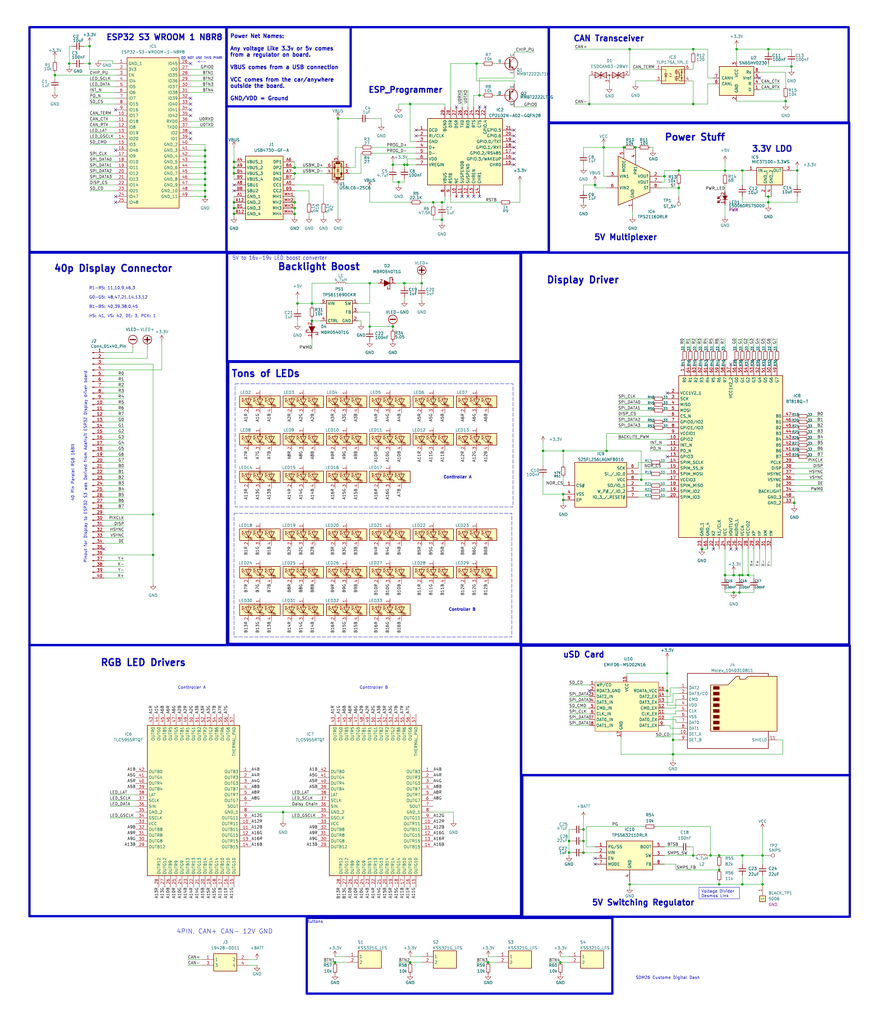
<source format=kicad_sch>
(kicad_sch (version 20250114) (generator "eeschema") (generator_version "9.0")
  (paper "User" 390 450)
  (lib_symbols
    (symbol "APFA3010_1" (pin_names (offset 0) (hide yes))
      (property "Reference" "LED1" (at 0 13.97 0))
      (property "Value" "CLMUD-FKC-CHJNPM569ABB845343" (at 0 11.43 0))
      (symbol "APFA3010_1_0_0"
        (text "R" (at -1.905 3.81 0) (effects (font (size 1.27 1.27))))
        (text "G" (at -1.905 -1.27 0) (effects (font (size 1.27 1.27))))
        (text "B" (at -1.905 -6.35 0) (effects (font (size 1.27 1.27))))
      )
      (symbol "APFA3010_1_1_1"
        (pin input line (at -5.08 5.08 0) (length 2.54) (name "R") (number "2"))
        (pin input line (at -5.08 0 0) (length 2.54) (name "G") (number "3"))
        (pin input line (at -5.08 -5.08 0) (length 2.54) (name "B") (number "4"))
        (pin power_in line (at 5.08 0 180) (length 2.54) (name "A") (number "1"))
      )
    )
    (symbol "Connector:Conn_01x40_Pin" (pin_names (offset 1.016) (hide yes))
      (property "Reference" "J4" (at 0.635 53.34 0))
      (property "Value" "Conn_01x40_Pin" (at 7.112 51.054 0))
      (symbol "Conn_01x40_Pin_1_1"
        (pin passive line (at 5.08 48.26 180) (length 3.81) (name "Pin_1") (number "1"))
        (pin passive line (at 5.08 45.72 180) (length 3.81) (name "Pin_2") (number "2"))
        (pin passive line (at 5.08 43.18 180) (length 3.81) (name "Pin_3") (number "3"))
        (pin passive line (at 5.08 40.64 180) (length 3.81) (name "Pin_4") (number "4"))
        (pin passive line (at 5.08 38.1 180) (length 3.81) (name "Pin_5") (number "5"))
        (pin passive line (at 5.08 35.56 180) (length 3.81) (name "Pin_6") (number "6"))
        (pin passive line (at 5.08 33.02 180) (length 3.81) (name "Pin_7") (number "7"))
        (pin passive line (at 5.08 30.48 180) (length 3.81) (name "Pin_8") (number "8"))
        (pin passive line (at 5.08 27.94 180) (length 3.81) (name "Pin_9") (number "9"))
        (pin passive line (at 5.08 25.4 180) (length 3.81) (name "Pin_10") (number "10"))
        (pin passive line (at 5.08 22.86 180) (length 3.81) (name "Pin_11") (number "11"))
        (pin passive line (at 5.08 20.32 180) (length 3.81) (name "Pin_12") (number "12"))
        (pin passive line (at 5.08 17.78 180) (length 3.81) (name "Pin_13") (number "13"))
        (pin passive line (at 5.08 15.24 180) (length 3.81) (name "Pin_14") (number "14"))
        (pin passive line (at 5.08 12.7 180) (length 3.81) (name "Pin_15") (number "15"))
        (pin passive line (at 5.08 10.16 180) (length 3.81) (name "Pin_16") (number "16"))
        (pin passive line (at 5.08 7.62 180) (length 3.81) (name "Pin_17") (number "17"))
        (pin passive line (at 5.08 5.08 180) (length 3.81) (name "Pin_18") (number "18"))
        (pin passive line (at 5.08 2.54 180) (length 3.81) (name "Pin_19") (number "19"))
        (pin passive line (at 5.08 0 180) (length 3.81) (name "Pin_20") (number "20"))
        (pin passive line (at 5.08 -2.54 180) (length 3.81) (name "Pin_21") (number "21"))
        (pin passive line (at 5.08 -5.08 180) (length 3.81) (name "Pin_22") (number "22"))
        (pin passive line (at 5.08 -7.62 180) (length 3.81) (name "Pin_23") (number "23"))
        (pin passive line (at 5.08 -10.16 180) (length 3.81) (name "Pin_24") (number "24"))
        (pin passive line (at 5.08 -12.7 180) (length 3.81) (name "Pin_25") (number "25"))
        (pin passive line (at 5.08 -15.24 180) (length 3.81) (name "Pin_26") (number "26"))
        (pin passive line (at 5.08 -17.78 180) (length 3.81) (name "Pin_27") (number "27"))
        (pin passive line (at 5.08 -20.32 180) (length 3.81) (name "Pin_28") (number "28"))
        (pin passive line (at 5.08 -22.86 180) (length 3.81) (name "Pin_29") (number "29"))
        (pin passive line (at 5.08 -25.4 180) (length 3.81) (name "Pin_30") (number "30"))
        (pin passive line (at 5.08 -27.94 180) (length 3.81) (name "Pin_31") (number "31"))
        (pin passive line (at 5.08 -30.48 180) (length 3.81) (name "Pin_32") (number "32"))
        (pin passive line (at 5.08 -33.02 180) (length 3.81) (name "Pin_33") (number "33"))
        (pin passive line (at 5.08 -35.56 180) (length 3.81) (name "Pin_34") (number "34"))
        (pin passive line (at 5.08 -38.1 180) (length 3.81) (name "Pin_35") (number "35"))
        (pin passive line (at 5.08 -40.64 180) (length 3.81) (name "Pin_36") (number "36"))
        (pin passive line (at 5.08 -43.18 180) (length 3.81) (name "Pin_37") (number "37"))
        (pin passive line (at 5.08 -45.72 180) (length 3.81) (name "Pin_38") (number "38"))
        (pin passive line (at 5.08 -48.26 180) (length 3.81) (name "Pin_39") (number "39"))
        (pin passive line (at 5.08 -50.8 180) (length 3.81) (name "Pin_40") (number "40"))
        (pin no_connect line (at 5.08 -53.34 180) (length 3.81) (hide yes) (name "NC") (number "MP"))
      )
    )
    (symbol "Connector:Micro_SD_Card_Det2"
      (property "Reference" "J" (at -16.51 17.78 0))
      (property "Value" "Micro_SD_Card_Det2" (at 16.51 17.78 0))
      (symbol "Micro_SD_Card_Det2_1_1"
        (pin bidirectional line (at -22.86 10.16 0) (length 3.81) (name "DAT2") (number "1"))
        (pin bidirectional line (at -22.86 7.62 0) (length 3.81) (name "DAT3/CD") (number "2"))
        (pin input line (at -22.86 5.08 0) (length 3.81) (name "CMD") (number "3"))
        (pin power_in line (at -22.86 2.54 0) (length 3.81) (name "VDD") (number "4"))
        (pin input line (at -22.86 0 0) (length 3.81) (name "CLK") (number "5"))
        (pin power_in line (at -22.86 -2.54 0) (length 3.81) (name "VSS") (number "6"))
        (pin bidirectional line (at -22.86 -5.08 0) (length 3.81) (name "DAT0") (number "7"))
        (pin bidirectional line (at -22.86 -7.62 0) (length 3.81) (name "DAT1") (number "8"))
        (pin passive line (at -22.86 -10.16 0) (length 3.81) (name "DET_A") (number "10"))
        (pin passive line (at -22.86 -12.7 0) (length 3.81) (name "DET_B") (number "9"))
        (pin passive line (at 20.32 -12.7 180) (length 3.81) (name "SHIELD") (number "11"))
      )
    )
    (symbol "Connector:TestPoint" (pin_numbers (hide yes)) (pin_names (offset 0.762) (hide yes))
      (property "Reference" "TP" (at 0 6.858 0))
      (property "Value" "TestPoint" (at 0 5.08 0))
      (symbol "TestPoint_1_1"
        (pin passive line (at 0 0 90) (length 2.54) (name "1") (number "1"))
      )
    )
    (symbol "Device:C_Small" (pin_numbers (hide yes)) (pin_names (offset 0.254) (hide yes))
      (property "Reference" "C" (at 0.254 1.778 0))
      (property "Value" "C_Small" (at 0.254 -2.032 0))
      (symbol "C_Small_1_1"
        (pin passive line (at 0 2.54 270) (length 2.032) (name "~") (number "1"))
        (pin passive line (at 0 -2.54 90) (length 2.032) (name "~") (number "2"))
      )
    )
    (symbol "Device:L_Small" (pin_numbers (hide yes)) (pin_names (offset 0.254) (hide yes))
      (property "Reference" "L" (at 0.762 1.016 0))
      (property "Value" "L_Small" (at 0.762 -1.016 0))
      (symbol "L_Small_1_1"
        (pin passive line (at 0 2.54 270) (length 0.508) (name "~") (number "1"))
        (pin passive line (at 0 -2.54 90) (length 0.508) (name "~") (number "2"))
      )
    )
    (symbol "Device:R_Small" (pin_numbers (hide yes)) (pin_names (offset 0.254) (hide yes))
      (property "Reference" "R" (at 0.762 0.508 0))
      (property "Value" "R_Small" (at 0.762 -1.016 0))
      (symbol "R_Small_1_1"
        (pin passive line (at 0 2.54 270) (length 0.762) (name "~") (number "1"))
        (pin passive line (at 0 -2.54 90) (length 0.762) (name "~") (number "2"))
      )
    )
    (symbol "Power_Protection:USBLC6-2SC6" (pin_names (hide yes))
      (property "Reference" "U5" (at 1.6511 7.62 0))
      (property "Value" "USBLC6-2SC6" (at 1.6511 5.08 0))
      (symbol "USBLC6-2SC6_1_1"
        (pin passive line (at -5.08 0 0) (length 2.54) (name "I/O1") (number "6"))
        (pin passive line (at -5.08 -2.54 0) (length 2.54) (name "I/O2") (number "4"))
        (pin passive line (at 0 5.08 270) (length 2.54) (name "VBUS") (number "5"))
        (pin passive line (at 0 -7.62 90) (length 2.54) (name "GND") (number "2"))
        (pin passive line (at 5.08 0 180) (length 2.54) (name "I/O1") (number "1"))
        (pin passive line (at 5.08 -2.54 180) (length 2.54) (name "I/O2") (number "3"))
      )
    )
    (symbol "R_Small_1" (pin_numbers (hide yes)) (pin_names (offset 0.254) (hide yes))
      (property "Reference" "R" (at 0 0 90))
      (property "Value" "R_Small" (at 1.778 0 90))
      (symbol "R_Small_1_1_1"
        (pin passive line (at 0 2.54 270) (length 0.762) (name "~") (number "1"))
        (pin passive line (at 0 -2.54 90) (length 0.762) (name "~") (number "2"))
      )
    )
    (symbol "SDM_48Ch_LED_Driver:TLC5955RTQT"
      (property "Reference" "IC" (at 46.99 25.4 0))
      (property "Value" "TLC5955RTQT" (at 46.99 22.86 0))
      (symbol "TLC5955RTQT_1_1"
        (pin passive line (at 0 0 0) (length 5.08) (name "OUTB3") (number "1"))
        (pin passive line (at 0 -2.54 0) (length 5.08) (name "OUTR3") (number "2"))
        (pin passive line (at 0 -5.08 0) (length 5.08) (name "OUTG3") (number "3"))
        (pin passive line (at 0 -7.62 0) (length 5.08) (name "OUTB7") (number "4"))
        (pin passive line (at 0 -10.16 0) (length 5.08) (name "OUTR7") (number "5"))
        (pin passive line (at 0 -12.7 0) (length 5.08) (name "OUTG7") (number "6"))
        (pin passive line (at 0 -15.24 0) (length 5.08) (name "SOUT") (number "7"))
        (pin passive line (at 0 -17.78 0) (length 5.08) (name "GND_1") (number "8"))
        (pin passive line (at 0 -20.32 0) (length 5.08) (name "OUTG11") (number "9"))
        (pin passive line (at 0 -22.86 0) (length 5.08) (name "OUTR11") (number "10"))
        (pin passive line (at 0 -25.4 0) (length 5.08) (name "OUTB11") (number "11"))
        (pin passive line (at 0 -27.94 0) (length 5.08) (name "OUTG15") (number "12"))
        (pin passive line (at 0 -30.48 0) (length 5.08) (name "OUTR15") (number "13"))
        (pin passive line (at 0 -33.02 0) (length 5.08) (name "OUTB15") (number "14"))
        (pin passive line (at 7.62 25.4 270) (length 5.08) (name "THERMAL_PAD") (number "57"))
        (pin passive line (at 7.62 -50.8 90) (length 5.08) (name "OUTG10") (number "15"))
        (pin passive line (at 10.16 25.4 270) (length 5.08) (name "OUTG6") (number "56"))
        (pin passive line (at 10.16 -50.8 90) (length 5.08) (name "OUTR10") (number "16"))
        (pin passive line (at 12.7 25.4 270) (length 5.08) (name "OUTR6") (number "55"))
        (pin passive line (at 12.7 -50.8 90) (length 5.08) (name "OUTB10") (number "17"))
        (pin passive line (at 15.24 25.4 270) (length 5.08) (name "OUTB6") (number "54"))
        (pin passive line (at 15.24 -50.8 90) (length 5.08) (name "OUTG14") (number "18"))
        (pin passive line (at 17.78 25.4 270) (length 5.08) (name "OUTG2") (number "53"))
        (pin passive line (at 17.78 -50.8 90) (length 5.08) (name "OUTR14") (number "19"))
        (pin passive line (at 20.32 25.4 270) (length 5.08) (name "OUTR2") (number "52"))
        (pin passive line (at 20.32 -50.8 90) (length 5.08) (name "OUTB14") (number "20"))
        (pin passive line (at 22.86 25.4 270) (length 5.08) (name "OUTB2") (number "51"))
        (pin passive line (at 22.86 -50.8 90) (length 5.08) (name "OUTG13") (number "21"))
        (pin passive line (at 25.4 25.4 270) (length 5.08) (name "OUTG1") (number "50"))
        (pin passive line (at 25.4 -50.8 90) (length 5.08) (name "OUTR13") (number "22"))
        (pin passive line (at 27.94 25.4 270) (length 5.08) (name "OUTR1") (number "49"))
        (pin passive line (at 27.94 -50.8 90) (length 5.08) (name "OUTB13") (number "23"))
        (pin passive line (at 30.48 25.4 270) (length 5.08) (name "OUTB1") (number "48"))
        (pin passive line (at 30.48 -50.8 90) (length 5.08) (name "OUTG9") (number "24"))
        (pin passive line (at 33.02 25.4 270) (length 5.08) (name "OUTG5") (number "47"))
        (pin passive line (at 33.02 -50.8 90) (length 5.08) (name "OUTR9") (number "25"))
        (pin passive line (at 35.56 25.4 270) (length 5.08) (name "OUTR5") (number "46"))
        (pin passive line (at 35.56 -50.8 90) (length 5.08) (name "OUTB9") (number "26"))
        (pin passive line (at 38.1 25.4 270) (length 5.08) (name "OUTB5") (number "45"))
        (pin passive line (at 38.1 -50.8 90) (length 5.08) (name "OUTG12") (number "27"))
        (pin passive line (at 40.64 25.4 270) (length 5.08) (name "OUTG0") (number "44"))
        (pin passive line (at 40.64 -50.8 90) (length 5.08) (name "OUTR12") (number "28"))
        (pin passive line (at 43.18 25.4 270) (length 5.08) (name "OUTR0") (number "43"))
        (pin passive line (at 50.8 0 180) (length 5.08) (name "OUTB0") (number "42"))
        (pin passive line (at 50.8 -2.54 180) (length 5.08) (name "OUTG4") (number "41"))
        (pin passive line (at 50.8 -5.08 180) (length 5.08) (name "OUTR4") (number "40"))
        (pin passive line (at 50.8 -7.62 180) (length 5.08) (name "OUTB4") (number "39"))
        (pin passive line (at 50.8 -10.16 180) (length 5.08) (name "LAT") (number "38"))
        (pin passive line (at 50.8 -12.7 180) (length 5.08) (name "SCLK") (number "37"))
        (pin passive line (at 50.8 -15.24 180) (length 5.08) (name "SIN") (number "36"))
        (pin passive line (at 50.8 -17.78 180) (length 5.08) (name "GND_2") (number "35"))
        (pin passive line (at 50.8 -20.32 180) (length 5.08) (name "GSCLK") (number "34"))
        (pin passive line (at 50.8 -22.86 180) (length 5.08) (name "VCC") (number "33"))
        (pin passive line (at 50.8 -25.4 180) (length 5.08) (name "OUTB8") (number "32"))
        (pin passive line (at 50.8 -27.94 180) (length 5.08) (name "OUTR8") (number "31"))
        (pin passive line (at 50.8 -30.48 180) (length 5.08) (name "OUTG8") (number "30"))
        (pin passive line (at 50.8 -33.02 180) (length 5.08) (name "OUTB12") (number "29"))
      )
    )
    (symbol "SDM_CONNECTOR:19428-0011"
      (property "Reference" "J" (at 16.51 7.62 0))
      (property "Value" "19428-0011" (at 16.51 5.08 0))
      (symbol "19428-0011_1_1"
        (pin passive line (at 0 0 0) (length 5.08) (name "1") (number "1"))
        (pin passive line (at 0 -2.54 0) (length 5.08) (name "3") (number "3"))
        (pin passive line (at 20.32 0 180) (length 5.08) (name "2") (number "2"))
        (pin passive line (at 20.32 -2.54 180) (length 5.08) (name "4") (number "4"))
      )
    )
    (symbol "SDM_CONNECTOR:BT818Q-T"
      (property "Reference" "IC8" (at 57.15 6.4202 0))
      (property "Value" "BT818Q-T" (at 57.15 3.8802 0))
      (symbol "BT818Q-T_1_1"
        (pin passive line (at 0 7.62 0) (length 5.08) (name "VCC1V2_1") (number "2"))
        (pin passive line (at 0 5.08 0) (length 5.08) (name "SCK") (number "3"))
        (pin passive line (at 0 2.54 0) (length 5.08) (name "MISO") (number "4"))
        (pin passive line (at 0 0 0) (length 5.08) (name "MOSI") (number "5"))
        (pin passive line (at 0 -2.54 0) (length 5.08) (name "CS_N") (number "6"))
        (pin passive line (at 0 -5.08 0) (length 5.08) (name "GPIO0/IO2") (number "7"))
        (pin passive line (at 0 -7.62 0) (length 5.08) (name "GPIO1/IO3") (number "8"))
        (pin passive line (at 0 -10.16 0) (length 5.08) (name "VCCIO1") (number "9"))
        (pin passive line (at 0 -12.7 0) (length 5.08) (name "GPIO2") (number "10"))
        (pin passive line (at 0 -15.24 0) (length 5.08) (name "INT_N") (number "11"))
        (pin passive line (at 0 -17.78 0) (length 5.08) (name "PD_N") (number "12"))
        (pin passive line (at 0 -20.32 0) (length 5.08) (name "GPIO3") (number "13"))
        (pin passive line (at 0 -22.86 0) (length 5.08) (name "SPIM_SCLK") (number "14"))
        (pin passive line (at 0 -25.4 0) (length 5.08) (name "SPIM_SS_N") (number "15"))
        (pin passive line (at 0 -27.94 0) (length 5.08) (name "SPIM_MOSI") (number "16"))
        (pin passive line (at 0 -30.48 0) (length 5.08) (name "VCCIO3") (number "17"))
        (pin passive line (at 0 -33.02 0) (length 5.08) (name "SPIM_MISO") (number "18"))
        (pin passive line (at 0 -35.56 0) (length 5.08) (name "SPIM_IO2") (number "19"))
        (pin passive line (at 0 -38.1 0) (length 5.08) (name "SPIM_IO3") (number "20"))
        (pin passive line (at 7.62 20.32 270) (length 5.08) (name "R0") (number "1"))
        (pin passive line (at 10.16 20.32 270) (length 5.08) (name "R1") (number "64"))
        (pin passive line (at 12.7 20.32 270) (length 5.08) (name "R2") (number "63"))
        (pin passive line (at 15.24 20.32 270) (length 5.08) (name "R3") (number "62"))
        (pin passive line (at 15.24 -60.96 90) (length 5.08) (name "GND_1") (number "23"))
        (pin passive line (at 17.78 20.32 270) (length 5.08) (name "R4") (number "61"))
        (pin passive line (at 17.78 -60.96 90) (length 5.08) (name "GND_4") (number "65"))
        (pin passive line (at 20.32 20.32 270) (length 5.08) (name "R5") (number "60"))
        (pin passive line (at 20.32 -60.96 90) (length 5.08) (name "X2") (number "22"))
        (pin passive line (at 22.86 20.32 270) (length 5.08) (name "R6") (number "59"))
        (pin passive line (at 22.86 -60.96 90) (length 5.08) (name "X1/CLK") (number "21"))
        (pin passive line (at 25.4 20.32 270) (length 5.08) (name "R7") (number "58"))
        (pin passive line (at 25.4 -60.96 90) (length 5.08) (name "VCC") (number "24"))
        (pin passive line (at 27.94 20.32 270) (length 5.08) (name "VCC1V2_2") (number "57"))
        (pin passive line (at 27.94 -60.96 90) (length 5.08) (name "VOUT1V2") (number "25"))
        (pin passive line (at 30.48 20.32 270) (length 5.08) (name "G0") (number "56"))
        (pin passive line (at 30.48 -60.96 90) (length 5.08) (name "AUDIO_L") (number "26"))
        (pin passive line (at 33.02 20.32 270) (length 5.08) (name "G1") (number "55"))
        (pin passive line (at 33.02 -60.96 90) (length 5.08) (name "VCCA") (number "27"))
        (pin passive line (at 35.56 20.32 270) (length 5.08) (name "G2") (number "54"))
        (pin passive line (at 35.56 -60.96 90) (length 5.08) (name "VCCIO2") (number "28"))
        (pin passive line (at 38.1 20.32 270) (length 5.08) (name "G3") (number "53"))
        (pin passive line (at 38.1 -60.96 90) (length 5.08) (name "XP") (number "29"))
        (pin passive line (at 40.64 20.32 270) (length 5.08) (name "G4") (number "52"))
        (pin passive line (at 40.64 -60.96 90) (length 5.08) (name "YP") (number "30"))
        (pin passive line (at 43.18 20.32 270) (length 5.08) (name "G5") (number "51"))
        (pin passive line (at 43.18 -60.96 90) (length 5.08) (name "XM") (number "31"))
        (pin passive line (at 45.72 20.32 270) (length 5.08) (name "G6") (number "50"))
        (pin passive line (at 45.72 -60.96 90) (length 5.08) (name "YM") (number "32"))
        (pin passive line (at 48.26 20.32 270) (length 5.08) (name "G7") (number "49"))
        (pin passive line (at 55.88 -2.54 180) (length 5.08) (name "B0") (number "47"))
        (pin passive line (at 55.88 -5.08 180) (length 5.08) (name "B1") (number "46"))
        (pin passive line (at 55.88 -7.62 180) (length 5.08) (name "B2") (number "45"))
        (pin passive line (at 55.88 -10.16 180) (length 5.08) (name "B3") (number "44"))
        (pin passive line (at 55.88 -12.7 180) (length 5.08) (name "B4") (number "43"))
        (pin passive line (at 55.88 -15.24 180) (length 5.08) (name "B5") (number "42"))
        (pin passive line (at 55.88 -17.78 180) (length 5.08) (name "B6") (number "41"))
        (pin passive line (at 55.88 -20.32 180) (length 5.08) (name "B7") (number "40"))
        (pin passive line (at 55.88 -22.86 180) (length 5.08) (name "PCLK") (number "39"))
        (pin passive line (at 55.88 -25.4 180) (length 5.08) (name "DISP") (number "38"))
        (pin passive line (at 55.88 -27.94 180) (length 5.08) (name "HSYNC") (number "37"))
        (pin passive line (at 55.88 -30.48 180) (length 5.08) (name "VSYNC") (number "36"))
        (pin passive line (at 55.88 -33.02 180) (length 5.08) (name "DE") (number "35"))
        (pin passive line (at 55.88 -35.56 180) (length 5.08) (name "BACKLIGHT") (number "34"))
        (pin passive line (at 55.88 -38.1 180) (length 5.08) (name "GND_3") (number "48"))
        (pin passive line (at 55.88 -40.64 180) (length 5.08) (name "GND_2") (number "33"))
      )
    )
    (symbol "SDM_CONNECTOR:KSS321G_LFS"
      (property "Reference" "S" (at 5.08 6.096 0))
      (property "Value" "KSS321G_LFS" (at 5.08 4.318 0))
      (symbol "KSS321G_LFS_1_1"
        (pin passive line (at 0 0 0) (length 5.08) (name "1") (number "1"))
        (pin passive line (at 0 -2.54 0) (length 5.08) (name "2") (number "2"))
      )
    )
    (symbol "SDM_CONNECTOR:S25FL256LAGNFB010"
      (property "Reference" "IC9" (at 34.544 8.128 0))
      (property "Value" "S25FL256LAGNFB010" (at 34.544 5.588 0))
      (symbol "S25FL256LAGNFB010_1_1"
        (pin passive line (at 17.78 -7.62 0) (length 5.08) (name "CS#") (number "1"))
        (pin passive line (at 17.78 -11.43 0) (length 5.08) (name "VSS") (number "4"))
        (pin passive line (at 17.78 -13.97 0) (length 5.08) (name "EP") (number "9"))
        (pin passive line (at 50.8 0 180) (length 5.08) (name "SCK") (number "6"))
        (pin passive line (at 50.8 -2.54 180) (length 5.08) (name "SI_/_IO_0") (number "5"))
        (pin passive line (at 50.8 -5.08 180) (length 5.08) (name "VCC") (number "8"))
        (pin passive line (at 50.8 -7.62 180) (length 5.08) (name "SO/IO_1") (number "2"))
        (pin passive line (at 50.8 -10.16 180) (length 5.08) (name "W_P#_/_IO_2") (number "3"))
        (pin passive line (at 50.8 -12.7 180) (length 5.08) (name "IO_3_/_RESET#") (number "7"))
      )
    )
    (symbol "SDM_CONNECTOR:USB4730-GF-A"
      (property "Reference" "J1" (at 16.51 7.62 0))
      (property "Value" "USB4730-GF-A" (at 16.51 5.08 0))
      (symbol "USB4730-GF-A_1_1"
        (pin passive line (at 0 0 0) (length 5.08) (name "VBUS_1") (number "A4"))
        (pin passive line (at 0 -2.54 0) (length 5.08) (name "VBUS_2") (number "A9"))
        (pin passive line (at 0 -5.08 0) (length 5.08) (name "VBUS_3") (number "B4"))
        (pin passive line (at 0 -7.62 0) (length 5.08) (name "VBUS_4") (number "B9"))
        (pin passive line (at 0 -10.16 0) (length 5.08) (name "SBU1") (number "A8"))
        (pin passive line (at 0 -12.7 0) (length 5.08) (name "SBU2") (number "B8"))
        (pin passive line (at 0 -15.24 0) (length 5.08) (name "GND_1") (number "A1"))
        (pin passive line (at 0 -17.78 0) (length 5.08) (name "GND_2") (number "A12"))
        (pin passive line (at 0 -20.32 0) (length 5.08) (name "GND_3") (number "B1"))
        (pin passive line (at 0 -22.86 0) (length 5.08) (name "GND_4") (number "B12"))
        (pin passive line (at 26.67 0 180) (length 5.08) (name "DP1") (number "A6"))
        (pin passive line (at 26.67 -2.54 180) (length 5.08) (name "DP2") (number "B6"))
        (pin passive line (at 26.67 -5.08 180) (length 5.08) (name "DN1") (number "A7"))
        (pin passive line (at 26.67 -7.62 180) (length 5.08) (name "DN2") (number "B7"))
        (pin passive line (at 26.67 -10.16 180) (length 5.08) (name "CC1") (number "A5"))
        (pin passive line (at 26.67 -12.7 180) (length 5.08) (name "CC2") (number "B5"))
        (pin passive line (at 26.67 -15.24 180) (length 5.08) (name "MH1") (number "MH1"))
        (pin passive line (at 26.67 -17.78 180) (length 5.08) (name "MH2") (number "MH2"))
        (pin passive line (at 26.67 -20.32 180) (length 5.08) (name "MH3") (number "MH3"))
        (pin passive line (at 26.67 -22.86 180) (length 5.08) (name "MH4") (number "MH4"))
      )
    )
    (symbol "SDM_DIODES:MBR0540T1G" (pin_names (hide yes))
      (property "Reference" "D" (at 11.43 5.08 0))
      (property "Value" "MBR0540T1G" (at 11.43 2.54 0))
      (symbol "MBR0540T1G_1_1"
        (pin passive line (at 0 0 0) (length 2.54) (name "K") (number "1"))
        (pin passive line (at 7.62 0 180) (length 2.54) (name "A") (number "2"))
      )
    )
    (symbol "SDM_ESD:ESDCAN03-2BWY"
      (property "Reference" "D" (at 19.05 7.62 0))
      (property "Value" "ESDCAN03-2BWY" (at 19.05 5.08 0))
      (symbol "ESDCAN03-2BWY_1_1"
        (pin passive line (at -8.89 0 0) (length 2.54) (name "") (number "1"))
        (pin input line (at 0 -3.81 90) (length 2.54) (name "") (number "3"))
        (pin passive line (at 8.89 0 180) (length 2.54) (name "") (number "2"))
      )
    )
    (symbol "SDM_LED:150060RS75000" (pin_names (hide yes))
      (property "Reference" "LED" (at 0 8.636 0))
      (property "Value" "150060RS75000" (at 0 6.604 0))
      (property "Measure" "Measure" (at 4.064 5.588 0))
      (symbol "150060RS75000_1_1"
        (pin passive line (at 0 0 0) (length 2.54) (name "K") (number "1"))
        (pin passive line (at 6.35 0 180) (length 2.54) (name "A") (number "2"))
      )
    )
    (symbol "SDM_LOGIC:TPS2116DRLR"
      (property "Reference" "IC" (at 4.826 11.43 0))
      (property "Value" "TPS2116DRLR" (at 4.826 9.398 0))
      (symbol "TPS2116DRLR_1_1"
        (pin passive line (at -10.16 2.54 0) (length 5.08) (name "VIN1") (number "3"))
        (pin passive line (at -10.16 -2.54 0) (length 5.08) (name "VIN2") (number "6"))
        (pin passive line (at -2.54 15.24 270) (length 5.08) (name "MODE") (number "5"))
        (pin passive line (at 1.27 -12.7 90) (length 5.08) (name "GND") (number "1"))
        (pin passive line (at 2.54 15.24 270) (length 7.62) (name "PR1") (number "4"))
        (pin passive line (at 13.97 2.54 180) (length 5.08) (name "VOUT") (number "2"))
        (pin passive line (at 13.97 0 180) (length 5.08) (name "VOUT") (number "7"))
        (pin passive line (at 13.97 -2.54 180) (length 5.08) (name "ST") (number "8"))
      )
    )
    (symbol "SDM_MICRO_CONTROLLER:ESP32-S3-WROOM-1-N8R8"
      (property "Reference" "IC" (at 29.21 7.62 0))
      (property "Value" "ESP32-S3-WROOM-1-N8R8" (at 29.21 5.08 0))
      (symbol "ESP32-S3-WROOM-1-N8R8_1_1"
        (pin passive line (at 0 0 0) (length 5.08) (name "GND_1") (number "1"))
        (pin passive line (at 0 -2.54 0) (length 5.08) (name "3V3") (number "2"))
        (pin passive line (at 0 -5.08 0) (length 5.08) (name "EN") (number "3"))
        (pin passive line (at 0 -7.62 0) (length 5.08) (name "IO4") (number "4"))
        (pin passive line (at 0 -10.16 0) (length 5.08) (name "IO5") (number "5"))
        (pin passive line (at 0 -12.7 0) (length 5.08) (name "IO6") (number "6"))
        (pin passive line (at 0 -15.24 0) (length 5.08) (name "IO7") (number "7"))
        (pin passive line (at 0 -17.78 0) (length 5.08) (name "IO15") (number "8"))
        (pin passive line (at 0 -20.32 0) (length 5.08) (name "IO16") (number "9"))
        (pin passive line (at 0 -22.86 0) (length 5.08) (name "IO17") (number "10"))
        (pin passive line (at 0 -25.4 0) (length 5.08) (name "IO18") (number "11"))
        (pin passive line (at 0 -27.94 0) (length 5.08) (name "IO8") (number "12"))
        (pin passive line (at 0 -30.48 0) (length 5.08) (name "IO19") (number "13"))
        (pin passive line (at 0 -33.02 0) (length 5.08) (name "IO20") (number "14"))
        (pin passive line (at 0 -35.56 0) (length 5.08) (name "IO3") (number "15"))
        (pin passive line (at 0 -38.1 0) (length 5.08) (name "IO46") (number "16"))
        (pin passive line (at 0 -40.64 0) (length 5.08) (name "IO9") (number "17"))
        (pin passive line (at 0 -43.18 0) (length 5.08) (name "IO10") (number "18"))
        (pin passive line (at 0 -45.72 0) (length 5.08) (name "IO11") (number "19"))
        (pin passive line (at 0 -48.26 0) (length 5.08) (name "IO12") (number "20"))
        (pin passive line (at 0 -50.8 0) (length 5.08) (name "IO13") (number "21"))
        (pin passive line (at 0 -53.34 0) (length 5.08) (name "IO14") (number "22"))
        (pin passive line (at 0 -55.88 0) (length 5.08) (name "IO21") (number "23"))
        (pin passive line (at 0 -58.42 0) (length 5.08) (name "IO47") (number "24"))
        (pin passive line (at 0 -60.96 0) (length 5.08) (name "IO48") (number "25"))
        (pin passive line (at 33.02 0 180) (length 5.08) (name "IO45") (number "26"))
        (pin passive line (at 33.02 -2.54 180) (length 5.08) (name "IO0") (number "27"))
        (pin passive line (at 33.02 -5.08 180) (length 5.08) (name "IO35") (number "28"))
        (pin passive line (at 33.02 -7.62 180) (length 5.08) (name "IO36") (number "29"))
        (pin passive line (at 33.02 -10.16 180) (length 5.08) (name "IO37") (number "30"))
        (pin passive line (at 33.02 -12.7 180) (length 5.08) (name "IO38") (number "31"))
        (pin passive line (at 33.02 -15.24 180) (length 5.08) (name "IO39") (number "32"))
        (pin passive line (at 33.02 -17.78 180) (length 5.08) (name "IO40") (number "33"))
        (pin passive line (at 33.02 -20.32 180) (length 5.08) (name "IO41") (number "34"))
        (pin passive line (at 33.02 -22.86 180) (length 5.08) (name "IO42") (number "35"))
        (pin passive line (at 33.02 -25.4 180) (length 5.08) (name "RXD0") (number "36"))
        (pin passive line (at 33.02 -27.94 180) (length 5.08) (name "TXD0") (number "37"))
        (pin passive line (at 33.02 -30.48 180) (length 5.08) (name "IO2") (number "38"))
        (pin passive line (at 33.02 -33.02 180) (length 5.08) (name "IO1") (number "39"))
        (pin passive line (at 33.02 -35.56 180) (length 5.08) (name "GND_2") (number "40"))
        (pin passive line (at 33.02 -38.1 180) (length 5.08) (name "GND_3") (number "41"))
        (pin passive line (at 33.02 -40.64 180) (length 5.08) (name "GND_4") (number "42"))
        (pin passive line (at 33.02 -43.18 180) (length 5.08) (name "GND_5") (number "43"))
        (pin passive line (at 33.02 -45.72 180) (length 5.08) (name "GND_6") (number "44"))
        (pin passive line (at 33.02 -48.26 180) (length 5.08) (name "GND_7") (number "45"))
        (pin passive line (at 33.02 -50.8 180) (length 5.08) (name "GND_8") (number "46"))
        (pin passive line (at 33.02 -53.34 180) (length 5.08) (name "GND_9") (number "47"))
        (pin passive line (at 33.02 -55.88 180) (length 5.08) (name "GND_10") (number "48"))
        (pin passive line (at 33.02 -58.42 180) (length 5.08) (name "GND_11") (number "49"))
      )
    )
    (symbol "SDM_OPTOCOUPLERS:TLP175A_TPL,E"
      (property "Reference" "IC" (at 4.064 10.16 0))
      (property "Value" "TLP175A_TPL,E" (at 4.064 7.62 0))
      (symbol "TLP175A_TPL,E_1_1"
        (pin passive line (at 0 2.54 0) (length 2.54) (name "~") (number "1"))
        (pin passive line (at 0 -2.54 0) (length 2.54) (name "~") (number "3"))
        (pin passive line (at 15.24 2.54 180) (length 2.54) (name "~") (number "6"))
        (pin passive line (at 15.24 -2.54 180) (length 2.54) (name "~") (number "4"))
      )
    )
    (symbol "SDM_TESTPOINT:5006"
      (property "Reference" "BLACK_TP" (at 16.51 7.62 0))
      (property "Value" "5006" (at 16.51 5.08 0))
      (property "Measure" "Measure" (at 20.574 2.54 0))
      (symbol "5006_1_1"
        (pin passive line (at 0 0 0) (length 5.08) (name "1") (number "1"))
      )
    )
    (symbol "SDM_TRANSISTOR:MMBT2222LT1G" (pin_numbers (hide yes)) (pin_names (offset 0))
      (property "Reference" "Q" (at -2.54 7.62 0))
      (property "Value" "MMBT2222LT1G" (at -2.54 5.08 0))
      (symbol "MMBT2222LT1G_1_1"
        (pin input line (at -5.08 0 0) (length 2.54) (name "B") (number "1"))
        (pin open_collector line (at 2.54 5.08 270) (length 2.54) (name "C") (number "3"))
        (pin open_emitter line (at 2.54 -5.08 90) (length 2.54) (name "E") (number "2"))
      )
    )
    (symbol "SDM_USBUART:CP2102N-A02-GQFN28"
      (property "Reference" "IC" (at 39.37 17.78 0))
      (property "Value" "CP2102N-A02-GQFN28" (at 39.37 15.24 0))
      (symbol "CP2102N-A02-GQFN28_1_1"
        (pin input line (at 0 0 0) (length 5.08) (name "DCD") (number "1"))
        (pin bidirectional line (at 0 -2.54 0) (length 5.08) (name "RI/CLK") (number "2"))
        (pin power_in line (at 0 -5.08 0) (length 5.08) (name "GND") (number "3"))
        (pin bidirectional line (at 0 -7.62 0) (length 5.08) (name "D+") (number "4"))
        (pin bidirectional line (at 0 -10.16 0) (length 5.08) (name "D-") (number "5"))
        (pin power_in line (at 0 -12.7 0) (length 5.08) (name "VDD") (number "6"))
        (pin power_in line (at 0 -15.24 0) (length 5.08) (name "VREGIN") (number "7"))
        (pin power_in line (at 12.7 10.16 270) (length 5.08) (name "BGND") (number "29"))
        (pin input line (at 12.7 -29.21 90) (length 5.08) (name "VBUS") (number "8"))
        (pin output line (at 15.24 10.16 270) (length 5.08) (name "DTR") (number "28"))
        (pin input line (at 15.24 -29.21 90) (length 5.08) (name "RSTB") (number "9"))
        (pin input line (at 17.78 10.16 270) (length 5.08) (name "DSR") (number "27"))
        (pin no_connect line (at 17.78 -29.21 90) (length 5.08) (name "NC") (number "10"))
        (pin output line (at 20.32 10.16 270) (length 5.08) (name "TXD") (number "26"))
        (pin output line (at 20.32 -29.21 90) (length 5.08) (name "SUSPENDB") (number "11"))
        (pin input line (at 22.86 10.16 270) (length 5.08) (name "RXD") (number "25"))
        (pin output line (at 22.86 -29.21 90) (length 5.08) (name "SUSPEND") (number "12"))
        (pin output line (at 25.4 10.16 270) (length 5.08) (name "RTS") (number "24"))
        (pin output line (at 25.4 -29.21 90) (length 5.08) (name "CHREN") (number "13"))
        (pin input line (at 27.94 10.16 270) (length 5.08) (name "CTS") (number "23"))
        (pin output line (at 27.94 -29.21 90) (length 5.08) (name "CHR1") (number "14"))
        (pin bidirectional line (at 30.48 10.16 270) (length 5.08) (name "GPIO.4") (number "22"))
        (pin bidirectional line (at 43.18 0 180) (length 5.08) (name "GPIO.5") (number "21"))
        (pin bidirectional line (at 43.18 -2.54 180) (length 5.08) (name "GPIO.6") (number "20"))
        (pin bidirectional line (at 43.18 -5.08 180) (length 5.08) (name "GPIO.0/TXT") (number "19"))
        (pin bidirectional line (at 43.18 -7.62 180) (length 5.08) (name "GPIO.1/RXT") (number "18"))
        (pin bidirectional line (at 43.18 -10.16 180) (length 5.08) (name "GPIO.2/RS485") (number "17"))
        (pin bidirectional line (at 43.18 -12.7 180) (length 5.08) (name "GPIO.3/WAKEUP") (number "16"))
        (pin output line (at 43.18 -15.24 180) (length 5.08) (name "CHR0") (number "15"))
      )
    )
    (symbol "SDM_VOLTAGE_REGULATORS:MIC37100-3.3WS"
      (property "Reference" "IC" (at 26.67 7.62 0))
      (property "Value" "MIC37100-3.3WS" (at 26.67 5.08 0))
      (symbol "MIC37100-3.3WS_1_1"
        (pin passive line (at 0 1.27 0) (length 5.08) (name "IN") (number "1"))
        (pin passive line (at 8.89 -10.16 90) (length 5.08) (name "GND_1") (number "2"))
        (pin passive line (at 11.43 -10.16 90) (length 5.08) (name "GND_2") (number "4"))
        (pin passive line (at 21.59 1.27 180) (length 5.08) (name "OUT") (number "3"))
      )
    )
    (symbol "SDM_VOLTAGE_REGULATORS:TPS563211DRLR"
      (property "Reference" "IC" (at 26.67 7.62 0))
      (property "Value" "TPS563211DRLR" (at 26.67 5.08 0))
      (symbol "TPS563211DRLR_1_1"
        (pin passive line (at 0 0 0) (length 5.08) (name "PG/SS") (number "1"))
        (pin passive line (at 0 -2.54 0) (length 5.08) (name "VIN") (number "2"))
        (pin passive line (at 0 -5.08 0) (length 5.08) (name "EN") (number "6"))
        (pin passive line (at 0 -7.62 0) (length 5.08) (name "MODE") (number "7"))
        (pin passive line (at 15.24 -15.24 90) (length 5.08) (name "GND") (number "4"))
        (pin passive line (at 30.48 0 180) (length 5.08) (name "BOOT") (number "5"))
        (pin passive line (at 30.48 -3.81 180) (length 5.08) (name "SW") (number "3"))
        (pin passive line (at 30.48 -7.62 180) (length 5.08) (name "FB") (number "8"))
      )
    )
    (symbol "SDM_VOLTAGE_REGULATORS:TPS61169DCKR"
      (property "Reference" "PS" (at 24.13 7.62 0))
      (property "Value" "TPS61169DCKR" (at 24.13 5.08 0))
      (symbol "TPS61169DCKR_1_1"
        (pin power_in line (at -2.54 -1.27 0) (length 2.54) (name "VIN") (number "5"))
        (pin input line (at -2.54 -8.89 0) (length 2.54) (name "CTRL") (number "4"))
        (pin output line (at 13.97 -1.27 180) (length 2.54) (name "SW") (number "1"))
        (pin input line (at 13.97 -5.08 180) (length 2.54) (name "FB") (number "3"))
        (pin power_in line (at 13.97 -8.89 180) (length 2.54) (name "GND") (number "2"))
      )
    )
    (symbol "SN65HVD230_1" (pin_names (offset 1.016))
      (property "Reference" "U" (at -2.54 10.16 0))
      (property "Value" "SN65HVD230" (at -2.54 7.62 0))
      (symbol "SN65HVD230_1_1_1"
        (pin input line (at -10.16 2.54 0) (length 2.54) (name "D") (number "1"))
        (pin output line (at -10.16 0 0) (length 2.54) (name "R") (number "4"))
        (pin output line (at -10.16 -2.54 0) (length 2.54) (name "Vref") (number "5"))
        (pin input line (at -10.16 -5.08 0) (length 2.54) (name "Rs") (number "8"))
        (pin power_in line (at 0 7.62 270) (length 2.54) (name "GND") (number "2"))
        (pin power_in line (at 0 -10.16 90) (length 2.54) (name "VCC") (number "3"))
        (pin bidirectional line (at 10.16 0 180) (length 2.54) (name "CANL") (number "6"))
        (pin bidirectional line (at 10.16 -2.54 180) (length 2.54) (name "CANH") (number "7"))
      )
    )
    (symbol "lib:ST_EMIF06-MSD02N16"
      (property "Reference" "U" (at -5.08 1.27 0))
      (property "Value" "ST_EMIF06-MSD02N16" (at -5.08 3.81 0))
      (symbol "ST_EMIF06-MSD02N16_1_1"
        (pin input line (at -16.51 -6.35 0) (length 2.54) (name "WP/CD") (number "1"))
        (pin input line (at -16.51 -8.89 0) (length 2.54) (name "RDAT3_GND") (number "2"))
        (pin bidirectional line (at -16.51 -11.43 0) (length 2.54) (name "DAT2_IN") (number "3"))
        (pin bidirectional line (at -16.51 -13.97 0) (length 2.54) (name "DAT3_IN") (number "4"))
        (pin bidirectional line (at -16.51 -16.51 0) (length 2.54) (name "CMD_IN") (number "5"))
        (pin bidirectional line (at -16.51 -19.05 0) (length 2.54) (name "CLK_IN") (number "6"))
        (pin bidirectional line (at -16.51 -21.59 0) (length 2.54) (name "DAT0_IN") (number "7"))
        (pin bidirectional line (at -16.51 -24.13 0) (length 2.54) (name "DAT1_IN") (number "8"))
        (pin power_in line (at -2.54 -29.21 90) (length 2.54) (name "GND") (number "17"))
        (pin power_in line (at 0 -2.54 270) (length 2.54) (name "VCC") (number "15"))
        (pin input line (at 16.51 -8.89 180) (length 2.54) (name "RDATA_VCC") (number "16"))
        (pin bidirectional line (at 16.51 -11.43 180) (length 2.54) (name "DAT2_EX") (number "14"))
        (pin bidirectional line (at 16.51 -13.97 180) (length 2.54) (name "DAT3_EX") (number "13"))
        (pin bidirectional line (at 16.51 -16.51 180) (length 2.54) (name "CMD_EX") (number "12"))
        (pin bidirectional line (at 16.51 -19.05 180) (length 2.54) (name "CLK_EX") (number "11"))
        (pin bidirectional line (at 16.51 -21.59 180) (length 2.54) (name "DAT0_EX") (number "10"))
        (pin bidirectional line (at 16.51 -24.13 180) (length 2.54) (name "DAT1_EX") (number "9"))
      )
    )
    (symbol "power:+3.3V" (power) (pin_numbers (hide yes)) (pin_names (offset 0) (hide yes))
      (property "Value" "+3.3V" (at 0 3.556 0))
      (symbol "+3.3V_1_1"
        (pin power_in line (at 0 0 90) (length 0) (name "~") (number "1"))
      )
    )
    (symbol "power:+5V" (power) (pin_numbers (hide yes)) (pin_names (offset 0) (hide yes))
      (property "Value" "+5V" (at 0 3.556 0))
      (symbol "+5V_1_1"
        (pin power_in line (at 0 0 90) (length 0) (name "~") (number "1"))
      )
    )
    (symbol "power:+BATT" (power) (pin_numbers (hide yes)) (pin_names (offset 0) (hide yes))
      (property "Value" "+BATT" (at 0 3.556 0))
      (symbol "+BATT_1_1"
        (pin power_in line (at 0 0 90) (length 0) (name "~") (number "1"))
      )
    )
    (symbol "power:+VDC" (power) (pin_numbers (hide yes)) (pin_names (offset 0) (hide yes))
      (property "Value" "+VDC" (at 0 6.35 0))
      (symbol "+VDC_1_1"
        (pin power_in line (at 0 0 90) (length 0) (name "~") (number "1"))
      )
    )
    (symbol "power:-VDC" (power) (pin_numbers (hide yes)) (pin_names (offset 0) (hide yes))
      (property "Value" "-VDC" (at 0 6.35 0))
      (symbol "-VDC_1_1"
        (pin power_in line (at 0 0 90) (length 0) (name "~") (number "1"))
      )
    )
    (symbol "power:GND" (power) (pin_numbers (hide yes)) (pin_names (offset 0) (hide yes))
      (property "Value" "GND" (at 0 -3.81 0))
      (symbol "GND_1_1"
        (pin power_in line (at 0 0 270) (length 0) (name "~") (number "1"))
      )
    )
    (symbol "power:VBUS" (power) (pin_numbers (hide yes)) (pin_names (offset 0) (hide yes))
      (property "Value" "VBUS" (at 0 3.556 0))
      (symbol "VBUS_1_1"
        (pin power_in line (at 0 0 90) (length 0) (name "~") (number "1"))
      )
    )
    (symbol "power:VCC" (power) (pin_numbers (hide yes)) (pin_names (offset 0) (hide yes))
      (property "Value" "VCC" (at 0 3.556 0))
      (symbol "VCC_1_1"
        (pin power_in line (at 0 0 90) (length 0) (name "~") (number "1"))
      )
    )
  )
  (rectangle (start 102.87 225.552) (end 225.044 279.908) (stroke (width 0) (type dash)))
  (rectangle (start 229.108 283.718) (end 373.634 340.614) (stroke (width 1)))
  (rectangle (start 12.954 283.464) (end 229.108 402.59) (stroke (width 1)))
  (rectangle (start 99.568 11.938) (end 154.178 46.736) (stroke (width 1)))
  (rectangle (start 100.33 158.75) (end 229.108 282.956) (stroke (width 1.016)))
  (rectangle (start 12.954 11.938) (end 99.568 110.744) (stroke (width 1)))
  (rectangle (start 103.378 168.656) (end 225.552 222.758) (stroke (width 0) (type dash)))
  (rectangle (start 241.3 53.848) (end 373.38 110.998) (stroke (width 1.016)))
  (rectangle (start 229.616 340.614) (end 373.634 402.844) (stroke (width 1)))
  (rectangle (start 99.822 111.252) (end 229.108 159.004) (stroke (width 1.016)))
  (rectangle (start 228.854 110.998) (end 373.38 283.21) (stroke (width 1)))
  (rectangle (start 134.874 403.352) (end 269.24 436.626) (stroke (width 1)))
  (rectangle (start 241.3 11.938) (end 373.126 54.102) (stroke (width 1)))
  (rectangle (start 12.954 110.998) (end 99.822 283.464) (stroke (width 1.016)))
  (rectangle (start 99.568 11.938) (end 241.3 110.744) (stroke (width 1)))
  (text "Pinout for Display to ESP32 S3 was Derived from Adafruit ESP32 Display driver board" (at 37.592 205.232 90) (effects (font (size 1.27 1.27))))
  (text "Controller B\n" (at 203.2 267.97 0) (effects (font (size 1.27 1.27) (thickness 0.254) (bold yes))))
  (text "CAN Transceiver" (at 251.968 18.542 0) (effects (font (size 2.54 2.54) (thickness 0.512) (bold yes)) (justify left bottom)))
  (text "R1-R5: 11,10,9,46,3\n\nG0-G5: 48,47,21,14,13,12\n\nB1-B5: 40,39,38,0,45\n\nHS: 41, VS: 42, DE: 3, PCK: 1" (at 39.116 132.842 0) (effects (font (size 1.27 1.27)) (justify left)))
  (text "RGB LED Drivers\n" (at 62.992 291.338 0) (effects (font (size 3 3) (thickness 0.6) (bold yes))))
  (text "3.3V LDO" (at 330.454 67.056 0) (effects (font (size 2.54 2.54) (thickness 0.512) (bold yes)) (justify left bottom)))
  (text "40 Pin Paralel RGB 16Bit\n" (at 32.004 207.772 90) (effects (font (size 1.27 1.27))))
  (text "Display Driver\n" (at 256.286 123.19 0) (effects (font (size 3 3) (thickness 0.6) (bold yes))))
  (text "Conttroller A" (at 201.168 209.804 0) (effects (font (size 1.27 1.27) (thickness 0.254) (bold yes))))
  (text "5V Multiplexer" (at 261.112 105.918 0) (effects (font (size 2.54 2.54) (thickness 0.512) (bold yes)) (justify left bottom)))
  (text "Buttons" (at 138.43 405.13 0) (effects (font (size 1.27 1.27))))
  (text "40p Display Connector\n" (at 49.784 118.11 0) (effects (font (size 3 3) (thickness 0.6) (bold yes))))
  (text "5V to 16v-19v LED boost converter" (at 102.108 114.554 0) (effects (font (size 1.778 1.5113)) (justify left bottom)))
  (text "ESP32 S3 WROOM 1 N8R8" (at 98.044 18.034 0) (effects (font (size 2.54 2.54) (thickness 0.512) (bold yes)) (justify right bottom)))
  (text "DO NOT USE THIS PIN!!!\n<--" (at 88.646 26.416 0) (effects (font (size 1 1))))
  (text "ESP_Programmer" (at 161.798 41.148 0) (effects (font (size 2.54 2.54) (thickness 0.512) (bold yes)) (justify left bottom)))
  (text "Power Net Names:\n\nAny voltage Like 3.3v or 5v comes\nfrom a regulator on board.\n\nVBUS comes from a USB connection\n\nVCC comes from the car/anywhere \noutside the board.\n\nGND/VDD = Ground" (at 101.092 29.718 0) (effects (font (size 1.7 1.7) (thickness 0.34) (bold yes)) (justify left)))
  (text "5V Switching Regulator" (at 260.096 398.272 0) (effects (font (size 2.54 2.54) (thickness 0.512) (bold yes)) (justify left bottom)))
  (text "Power Stuff" (at 305.562 60.452 0) (effects (font (size 3 3) (thickness 0.6) (bold yes))))
  (text "SDM26 Custome Digital Dash" (at 293.624 429.768 0) (effects (font (size 1.27 1.27))))
  (text "Tons of LEDs\n" (at 116.84 164.338 0) (effects (font (size 3 3) (thickness 0.6) (bold yes))))
  (text "Conttroller A" (at 84.328 302.26 0) (effects (font (size 1.27 1.27))))
  (text "uSD Card" (at 247.396 289.306 0) (effects (font (size 2.54 2.54) (thickness 0.512) (bold yes)) (justify left bottom)))
  (text "Conttroller B\n" (at 164.338 302.26 0) (effects (font (size 1.27 1.27))))
  (text "Backlight Boost\n" (at 140.208 117.348 0) (effects (font (size 3 3) (thickness 0.6) (bold yes))))
  (text "4PIN, CAN+ CAN- 12V GND" (at 98.806 409.448 0) (effects (font (size 2 2))))
  (text_box "Voltage Divider Desmos Link" (at 307.34 389.89 0) (size 17.78 5.08) (margins 0.9525 0.9525 0.9525 0.9525) (effects (font (size 1.27 1.27)) (justify left top)))
  (junction (at 256.54 374.65))
  (junction (at 281.94 210.82))
  (junction (at 250.19 369.57))
  (junction (at 90.17 81.28))
  (junction (at 276.86 388.62))
  (junction (at 179.07 72.39))
  (junction (at 147.32 422.91))
  (junction (at 180.34 422.91))
  (junction (at 130.81 133.35))
  (junction (at 295.91 331.47))
  (junction (at 177.8 124.46))
  (junction (at 293.37 303.53))
  (junction (at 177.8 72.39))
  (junction (at 279.4 64.77))
  (junction (at 190.5 88.9))
  (junction (at 256.54 369.57))
  (junction (at 308.61 241.3))
  (junction (at 345.44 44.45))
  (junction (at 102.87 88.9))
  (junction (at 39.37 27.94))
  (junction (at 266.7 198.12))
  (junction (at 129.54 91.44))
  (junction (at 124.46 356.87))
  (junction (at 90.17 73.66))
  (junction (at 326.39 252.73))
  (junction (at 328.93 252.73))
  (junction (at 214.63 422.91))
  (junction (at 316.23 382.27))
  (junction (at 295.91 325.12))
  (junction (at 90.17 71.12))
  (junction (at 90.17 76.2))
  (junction (at 312.42 375.92))
  (junction (at 298.45 74.93))
  (junction (at 335.28 388.62))
  (junction (at 172.72 72.39))
  (junction (at 265.43 64.77))
  (junction (at 247.65 219.71))
  (junction (at 129.54 73.66))
  (junction (at 162.56 124.46))
  (junction (at 90.17 78.74))
  (junction (at 292.1 77.47))
  (junction (at 90.17 68.58))
  (junction (at 194.31 88.9))
  (junction (at 90.17 83.82))
  (junction (at 293.37 295.91))
  (junction (at 246.38 422.91))
  (junction (at 323.85 21.59))
  (junction (at 261.62 81.28))
  (junction (at 180.34 45.72))
  (junction (at 347.98 29.21))
  (junction (at 129.54 93.98))
  (junction (at 90.17 66.04))
  (junction (at 175.26 80.01))
  (junction (at 39.37 20.32))
  (junction (at 304.8 21.59))
  (junction (at 250.19 374.65))
  (junction (at 148.59 52.07))
  (junction (at 335.28 375.92))
  (junction (at 247.65 198.12))
  (junction (at 172.72 143.51))
  (junction (at 247.65 217.17))
  (junction (at 326.39 74.93))
  (junction (at 102.87 76.2))
  (junction (at 129.54 76.2))
  (junction (at 325.12 252.73))
  (junction (at 185.42 124.46))
  (junction (at 67.31 243.84))
  (junction (at 316.23 375.92))
  (junction (at 322.58 252.73))
  (junction (at 137.16 133.35))
  (junction (at 325.12 260.35))
  (junction (at 137.16 140.97))
  (junction (at 337.82 21.59))
  (junction (at 162.56 143.51))
  (junction (at 24.13 33.02))
  (junction (at 194.31 96.52))
  (junction (at 256.54 364.49))
  (junction (at 318.77 74.93))
  (junction (at 322.58 260.35))
  (junction (at 129.54 88.9))
  (junction (at 102.87 93.98))
  (junction (at 316.23 388.62))
  (junction (at 326.39 388.62))
  (junction (at 337.82 86.36))
  (junction (at 337.82 88.9))
  (junction (at 304.8 375.92))
  (junction (at 298.45 82.55))
  (junction (at 209.55 27.94))
  (junction (at 304.8 45.72))
  (junction (at 326.39 375.92))
  (junction (at 318.77 252.73))
  (junction (at 274.32 64.77))
  (junction (at 259.08 45.72))
  (junction (at 276.86 21.59))
  (junction (at 102.87 71.12))
  (junction (at 102.87 73.66))
  (junction (at 67.31 226.06))
  (junction (at 349.25 220.98))
  (junction (at 210.82 41.91))
  (junction (at 30.48 27.94))
  (junction (at 238.76 198.12))
  (junction (at 350.52 74.93))
  (junction (at 90.17 86.36))
  (junction (at 102.87 91.44))
  (no_connect (at 259.08 303.53))
  (no_connect (at 83.82 27.94))
  (no_connect (at 208.28 86.36))
  (no_connect (at 83.82 45.72))
  (no_connect (at 102.87 83.82))
  (no_connect (at 45.72 241.3))
  (no_connect (at 293.37 200.66))
  (no_connect (at 205.74 86.36))
  (no_connect (at 210.82 46.99))
  (no_connect (at 226.06 72.39))
  (no_connect (at 83.82 48.26))
  (no_connect (at 226.06 64.77))
  (no_connect (at 200.66 46.99))
  (no_connect (at 321.31 160.02))
  (no_connect (at 226.06 62.23))
  (no_connect (at 226.06 69.85))
  (no_connect (at 213.36 46.99))
  (no_connect (at 226.06 59.69))
  (no_connect (at 50.8 66.04))
  (no_connect (at 261.62 377.19))
  (no_connect (at 83.82 43.18))
  (no_connect (at 83.82 60.96))
  (no_connect (at 203.2 86.36))
  (no_connect (at 226.06 57.15))
  (no_connect (at 261.62 379.73))
  (no_connect (at 313.69 241.3))
  (no_connect (at 83.82 50.8))
  (no_connect (at 182.88 59.69))
  (no_connect (at 182.88 57.15))
  (no_connect (at 50.8 86.36))
  (no_connect (at 50.8 48.26))
  (no_connect (at 293.37 172.72))
  (no_connect (at 83.82 58.42))
  (no_connect (at 50.8 88.9))
  (no_connect (at 210.82 86.36))
  (no_connect (at 323.85 241.3))
  (no_connect (at 321.31 241.3))
  (no_connect (at 226.06 67.31))
  (no_connect (at 334.01 34.29))
  (no_connect (at 102.87 81.28))
  (wire (pts (xy 350.52 195.58) (xy 349.25 195.58)))
  (wire (pts (xy 337.82 88.9) (xy 350.52 88.9)))
  (wire (pts (xy 294.64 322.58) (xy 298.45 322.58)))
  (wire (pts (xy 185.42 130.81) (xy 185.42 132.08)))
  (wire (pts (xy 172.72 72.39) (xy 172.72 73.66)))
  (wire (pts (xy 318.77 252.73) (xy 322.58 252.73)))
  (wire (pts (xy 128.27 349.25) (xy 139.7 349.25)))
  (wire (pts (xy 292.1 77.47) (xy 290.83 77.47)))
  (wire (pts (xy 280.67 203.2) (xy 285.75 203.2)))
  (wire (pts (xy 256.54 64.77) (xy 256.54 67.31)))
  (wire (pts (xy 287.02 64.77) (xy 287.02 66.04)))
  (wire (pts (xy 337.82 29.21) (xy 347.98 29.21)))
  (wire (pts (xy 337.82 86.36) (xy 339.09 86.36)))
  (wire (pts (xy 336.55 158.75) (xy 336.55 160.02)))
  (wire (pts (xy 298.45 74.93) (xy 298.45 76.2)))
  (wire (pts (xy 162.56 143.51) (xy 162.56 144.78)) (stroke (width 0.1524)))
  (wire (pts (xy 271.78 182.88) (xy 293.37 182.88)))
  (wire (pts (xy 304.8 35.56) (xy 304.8 45.72)))
  (wire (pts (xy 157.48 140.97) (xy 158.75 140.97)))
  (wire (pts (xy 288.29 35.56) (xy 279.4 35.56)))
  (wire (pts (xy 290.83 218.44) (xy 293.37 218.44)))
  (wire (pts (xy 292.1 80.01) (xy 292.1 77.47)))
  (wire (pts (xy 257.81 372.11) (xy 257.81 363.22)))
  (wire (pts (xy 39.37 45.72) (xy 50.8 45.72)))
  (wire (pts (xy 349.25 218.44) (xy 349.25 220.98)))
  (wire (pts (xy 334.01 36.83) (xy 342.9 36.83)))
  (wire (pts (xy 306.07 153.67) (xy 306.07 148.59)))
  (wire (pts (xy 241.3 422.91) (xy 246.38 422.91)))
  (wire (pts (xy 64.77 157.48) (xy 45.72 157.48)))
  (wire (pts (xy 349.25 210.82) (xy 361.95 210.82)))
  (wire (pts (xy 334.01 31.75) (xy 345.44 31.75)))
  (wire (pts (xy 195.58 45.72) (xy 180.34 45.72)))
  (wire (pts (xy 311.15 36.83) (xy 313.69 36.83)))
  (wire (pts (xy 293.37 295.91) (xy 293.37 289.56)))
  (wire (pts (xy 278.13 92.71) (xy 278.13 95.25)))
  (wire (pts (xy 294.64 302.26) (xy 294.64 306.07)))
  (wire (pts (xy 292.1 185.42) (xy 293.37 185.42)))
  (wire (pts (xy 303.53 35.56) (xy 304.8 35.56)))
  (wire (pts (xy 39.37 58.42) (xy 50.8 58.42)))
  (wire (pts (xy 345.44 43.18) (xy 345.44 44.45)))
  (wire (pts (xy 226.06 34.29) (xy 210.82 34.29)))
  (wire (pts (xy 318.77 260.35) (xy 322.58 260.35)))
  (wire (pts (xy 331.47 158.75) (xy 331.47 160.02)))
  (wire (pts (xy 252.73 45.72) (xy 259.08 45.72)))
  (wire (pts (xy 39.37 53.34) (xy 50.8 53.34)))
  (wire (pts (xy 337.82 86.36) (xy 337.82 88.9)))
  (wire (pts (xy 259.08 45.72) (xy 304.8 45.72)))
  (wire (pts (xy 355.6 182.88) (xy 361.95 182.88)))
  (wire (pts (xy 328.93 158.75) (xy 328.93 160.02)))
  (wire (pts (xy 316.23 387.35) (xy 316.23 388.62)))
  (wire (pts (xy 45.72 228.6) (xy 54.61 228.6)))
  (wire (pts (xy 326.39 252.73) (xy 328.93 252.73)))
  (wire (pts (xy 355.6 187.96) (xy 361.95 187.96)))
  (wire (pts (xy 45.72 182.88) (xy 54.61 182.88)))
  (wire (pts (xy 203.2 46.99) (xy 203.2 39.37)))
  (wire (pts (xy 292.1 311.15) (xy 297.18 311.15)))
  (wire (pts (xy 39.37 68.58) (xy 50.8 68.58)))
  (wire (pts (xy 45.72 243.84) (xy 67.31 243.84)))
  (wire (pts (xy 45.72 185.42) (xy 54.61 185.42)))
  (wire (pts (xy 350.52 198.12) (xy 349.25 198.12)))
  (wire (pts (xy 336.55 153.67) (xy 336.55 148.59)))
  (wire (pts (xy 177.8 124.46) (xy 185.42 124.46)) (stroke (width 0.1524)))
  (wire (pts (xy 276.86 21.59) (xy 276.86 33.02)))
  (wire (pts (xy 347.98 29.21) (xy 347.98 30.48)))
  (wire (pts (xy 259.08 33.02) (xy 259.08 45.72)))
  (wire (pts (xy 128.27 351.79) (xy 139.7 351.79)))
  (wire (pts (xy 276.86 388.62) (xy 316.23 388.62)))
  (wire (pts (xy 290.83 208.28) (xy 293.37 208.28)))
  (wire (pts (xy 334.01 248.92) (xy 334.01 241.3)))
  (wire (pts (xy 45.72 175.26) (xy 54.61 175.26)))
  (wire (pts (xy 179.07 69.85) (xy 182.88 69.85)))
  (wire (pts (xy 247.65 198.12) (xy 238.76 198.12)))
  (wire (pts (xy 295.91 331.47) (xy 295.91 334.01)))
  (wire (pts (xy 247.65 198.12) (xy 247.65 204.47)))
  (wire (pts (xy 45.72 165.1) (xy 54.61 165.1)))
  (wire (pts (xy 288.29 363.22) (xy 312.42 363.22)))
  (wire (pts (xy 250.19 316.23) (xy 259.08 316.23)))
  (wire (pts (xy 157.48 133.35) (xy 162.56 133.35)) (stroke (width 0.1524)))
  (wire (pts (xy 128.27 359.41) (xy 139.7 359.41)))
  (wire (pts (xy 137.16 133.35) (xy 140.97 133.35)) (stroke (width 0.1524)))
  (wire (pts (xy 292.1 74.93) (xy 298.45 74.93)))
  (wire (pts (xy 102.87 73.66) (xy 102.87 76.2)))
  (wire (pts (xy 297.18 307.34) (xy 297.18 311.15)))
  (wire (pts (xy 318.77 71.12) (xy 318.77 74.93)))
  (wire (pts (xy 50.8 27.94) (xy 49.53 27.94)))
  (wire (pts (xy 325.12 252.73) (xy 326.39 252.73)))
  (wire (pts (xy 102.87 88.9) (xy 102.87 91.44)))
  (wire (pts (xy 316.23 381) (xy 316.23 382.27)))
  (wire (pts (xy 345.44 31.75) (xy 345.44 38.1)))
  (wire (pts (xy 323.85 44.45) (xy 345.44 44.45)))
  (wire (pts (xy 355.6 195.58) (xy 361.95 195.58)))
  (wire (pts (xy 261.62 80.01) (xy 261.62 81.28)))
  (wire (pts (xy 45.72 162.56) (xy 71.12 162.56)))
  (wire (pts (xy 195.58 45.72) (xy 195.58 46.99)))
  (wire (pts (xy 158.75 76.2) (xy 153.67 76.2)))
  (wire (pts (xy 135.89 93.98) (xy 135.89 95.25)))
  (wire (pts (xy 303.53 158.75) (xy 303.53 160.02)))
  (wire (pts (xy 137.16 133.35) (xy 137.16 124.46)) (stroke (width 0.1524)))
  (wire (pts (xy 152.4 124.46) (xy 162.56 124.46)) (stroke (width 0.1524)))
  (wire (pts (xy 349.25 205.74) (xy 361.95 205.74)))
  (wire (pts (xy 167.64 52.07) (xy 167.64 54.61)))
  (wire (pts (xy 297.18 317.5) (xy 298.45 317.5)))
  (wire (pts (xy 198.12 88.9) (xy 219.71 88.9)))
  (wire (pts (xy 337.82 88.9) (xy 337.82 90.17)))
  (wire (pts (xy 331.47 252.73) (xy 331.47 254)))
  (wire (pts (xy 341.63 148.59) (xy 341.63 153.67)))
  (wire (pts (xy 337.82 21.59) (xy 347.98 21.59)))
  (wire (pts (xy 292.1 316.23) (xy 297.18 316.23)))
  (wire (pts (xy 39.37 60.96) (xy 50.8 60.96)))
  (wire (pts (xy 355.6 190.5) (xy 361.95 190.5)))
  (wire (pts (xy 273.05 323.85) (xy 273.05 331.47)))
  (wire (pts (xy 45.72 231.14) (xy 54.61 231.14)))
  (wire (pts (xy 172.72 80.01) (xy 175.26 80.01)))
  (wire (pts (xy 326.39 158.75) (xy 326.39 160.02)))
  (wire (pts (xy 261.62 372.11) (xy 257.81 372.11)))
  (wire (pts (xy 271.78 177.8) (xy 287.02 177.8)))
  (wire (pts (xy 104.14 91.44) (xy 102.87 91.44)))
  (wire (pts (xy 194.31 88.9) (xy 194.31 90.17)))
  (wire (pts (xy 322.58 260.35) (xy 325.12 260.35)))
  (wire (pts (xy 336.55 86.36) (xy 337.82 86.36)))
  (wire (pts (xy 30.48 27.94) (xy 31.75 27.94)))
  (wire (pts (xy 83.82 35.56) (xy 93.98 35.56)))
  (wire (pts (xy 256.54 374.65) (xy 261.62 374.65)))
  (wire (pts (xy 316.23 388.62) (xy 326.39 388.62)))
  (wire (pts (xy 298.45 309.88) (xy 293.37 309.88)))
  (wire (pts (xy 45.72 198.12) (xy 54.61 198.12)))
  (wire (pts (xy 137.16 133.35) (xy 130.81 133.35)) (stroke (width 0.1524)))
  (wire (pts (xy 311.15 45.72) (xy 311.15 36.83)))
  (wire (pts (xy 102.87 86.36) (xy 102.87 88.9)))
  (wire (pts (xy 162.56 52.07) (xy 167.64 52.07)))
  (wire (pts (xy 271.78 185.42) (xy 287.02 185.42)))
  (wire (pts (xy 209.55 27.94) (xy 212.09 27.94)))
  (wire (pts (xy 312.42 363.22) (xy 312.42 375.92)))
  (wire (pts (xy 251.46 374.65) (xy 250.19 374.65)))
  (wire (pts (xy 280.67 210.82) (xy 281.94 210.82)))
  (wire (pts (xy 290.83 203.2) (xy 293.37 203.2)))
  (wire (pts (xy 290.83 80.01) (xy 292.1 80.01)))
  (wire (pts (xy 43.18 26.67) (xy 49.53 26.67)))
  (wire (pts (xy 39.37 81.28) (xy 50.8 81.28)))
  (wire (pts (xy 137.16 148.59) (xy 137.16 153.67)))
  (wire (pts (xy 129.54 81.28) (xy 142.24 81.28)))
  (wire (pts (xy 292.1 306.07) (xy 294.64 306.07)))
  (wire (pts (xy 256.54 73.66) (xy 256.54 72.39)))
  (wire (pts (xy 303.53 153.67) (xy 303.53 148.59)))
  (wire (pts (xy 298.45 74.93) (xy 318.77 74.93)))
  (wire (pts (xy 129.54 76.2) (xy 143.51 76.2)))
  (wire (pts (xy 45.72 177.8) (xy 54.61 177.8)))
  (wire (pts (xy 210.82 41.91) (xy 212.09 41.91)))
  (wire (pts (xy 292.1 77.47) (xy 292.1 74.93)))
  (wire (pts (xy 45.72 160.02) (xy 67.31 160.02)))
  (wire (pts (xy 83.82 76.2) (xy 90.17 76.2)))
  (wire (pts (xy 335.28 375.92) (xy 326.39 375.92)))
  (wire (pts (xy 39.37 83.82) (xy 50.8 83.82)))
  (wire (pts (xy 148.59 81.28) (xy 148.59 95.25)))
  (wire (pts (xy 198.12 88.9) (xy 198.12 86.36)))
  (wire (pts (xy 349.25 208.28) (xy 361.95 208.28)))
  (wire (pts (xy 45.72 190.5) (xy 54.61 190.5)))
  (wire (pts (xy 295.91 331.47) (xy 344.17 331.47)))
  (wire (pts (xy 175.26 80.01) (xy 177.8 80.01)))
  (wire (pts (xy 45.72 167.64) (xy 54.61 167.64)))
  (wire (pts (xy 246.38 420.37) (xy 250.19 420.37)))
  (wire (pts (xy 247.65 217.17) (xy 247.65 219.71)))
  (wire (pts (xy 322.58 252.73) (xy 325.12 252.73)))
  (wire (pts (xy 226.06 34.29) (xy 226.06 33.02)))
  (wire (pts (xy 124.46 360.68) (xy 124.46 356.87)))
  (wire (pts (xy 83.82 33.02) (xy 93.98 33.02)))
  (wire (pts (xy 265.43 77.47) (xy 266.7 77.47)))
  (wire (pts (xy 190.5 90.17) (xy 190.5 88.9)))
  (wire (pts (xy 142.24 95.25) (xy 142.24 93.98)))
  (wire (pts (xy 48.26 349.25) (xy 59.69 349.25)))
  (wire (pts (xy 250.19 318.77) (xy 259.08 318.77)))
  (wire (pts (xy 295.91 304.8) (xy 295.91 308.61)))
  (wire (pts (xy 313.69 158.75) (xy 313.69 160.02)))
  (wire (pts (xy 292.1 180.34) (xy 293.37 180.34)))
  (wire (pts (xy 31.75 20.32) (xy 30.48 20.32)))
  (wire (pts (xy 83.82 30.48) (xy 93.98 30.48)))
  (wire (pts (xy 45.72 246.38) (xy 54.61 246.38)))
  (wire (pts (xy 113.03 424.18) (xy 109.22 424.18)))
  (wire (pts (xy 295.91 325.12) (xy 298.45 325.12)))
  (wire (pts (xy 90.17 76.2) (xy 90.17 78.74)))
  (wire (pts (xy 90.17 78.74) (xy 90.17 81.28)))
  (wire (pts (xy 281.94 198.12) (xy 266.7 198.12)))
  (wire (pts (xy 226.06 35.56) (xy 209.55 35.56)))
  (wire (pts (xy 265.43 64.77) (xy 265.43 77.47)))
  (wire (pts (xy 283.21 205.74) (xy 293.37 205.74)))
  (wire (pts (xy 318.77 90.17) (xy 318.77 95.25)))
  (wire (pts (xy 45.72 248.92) (xy 54.61 248.92)))
  (wire (pts (xy 82.55 424.18) (xy 88.9 424.18)))
  (wire (pts (xy 39.37 30.48) (xy 50.8 30.48)))
  (wire (pts (xy 349.25 215.9) (xy 361.95 215.9)))
  (wire (pts (xy 45.72 193.04) (xy 54.61 193.04)))
  (wire (pts (xy 292.1 303.53) (xy 293.37 303.53)))
  (wire (pts (xy 306.07 158.75) (xy 306.07 160.02)))
  (wire (pts (xy 297.18 382.27) (xy 297.18 379.73)))
  (wire (pts (xy 45.72 200.66) (xy 54.61 200.66)))
  (wire (pts (xy 246.38 422.91) (xy 250.19 422.91)))
  (wire (pts (xy 318.77 260.35) (xy 318.77 259.08)))
  (wire (pts (xy 294.64 323.85) (xy 294.64 322.58)))
  (wire (pts (xy 104.14 76.2) (xy 102.87 76.2)))
  (wire (pts (xy 303.53 30.48) (xy 304.8 30.48)))
  (wire (pts (xy 349.25 203.2) (xy 361.95 203.2)))
  (wire (pts (xy 83.82 68.58) (xy 90.17 68.58)))
  (wire (pts (xy 322.58 251.46) (xy 322.58 252.73)))
  (wire (pts (xy 328.93 153.67) (xy 328.93 148.59)))
  (wire (pts (xy 129.54 73.66) (xy 143.51 73.66)))
  (wire (pts (xy 326.39 384.81) (xy 326.39 388.62)))
  (wire (pts (xy 266.7 190.5) (xy 266.7 198.12)))
  (wire (pts (xy 325.12 260.35) (xy 325.12 259.08)))
  (wire (pts (xy 208.28 41.91) (xy 210.82 41.91)))
  (wire (pts (xy 102.87 78.74) (xy 102.87 76.2)))
  (wire (pts (xy 350.52 86.36) (xy 350.52 88.9)))
  (wire (pts (xy 39.37 63.5) (xy 50.8 63.5)))
  (wire (pts (xy 323.85 21.59) (xy 337.82 21.59)))
  (wire (pts (xy 250.19 306.07) (xy 259.08 306.07)))
  (wire (pts (xy 292.1 308.61) (xy 295.91 308.61)))
  (wire (pts (xy 82.55 421.64) (xy 88.9 421.64)))
  (wire (pts (xy 83.82 55.88) (xy 93.98 55.88)))
  (wire (pts (xy 24.13 33.02) (xy 24.13 31.75)))
  (wire (pts (xy 90.17 83.82) (xy 90.17 86.36)))
  (wire (pts (xy 318.77 252.73) (xy 318.77 254)))
  (wire (pts (xy 261.62 81.28) (xy 261.62 82.55)))
  (wire (pts (xy 250.19 374.65) (xy 250.19 375.92)))
  (wire (pts (xy 177.8 72.39) (xy 179.07 72.39)))
  (wire (pts (xy 344.17 325.12) (xy 344.17 331.47)))
  (wire (pts (xy 90.17 68.58) (xy 90.17 71.12)))
  (wire (pts (xy 175.26 422.91) (xy 180.34 422.91)))
  (wire (pts (xy 172.72 78.74) (xy 172.72 80.01)))
  (wire (pts (xy 209.55 35.56) (xy 209.55 27.94)))
  (wire (pts (xy 292.1 375.92) (xy 304.8 375.92)))
  (wire (pts (xy 147.32 420.37) (xy 152.4 420.37)))
  (wire (pts (xy 36.83 20.32) (xy 39.37 20.32)))
  (wire (pts (xy 39.37 76.2) (xy 50.8 76.2)))
  (wire (pts (xy 295.91 314.96) (xy 295.91 325.12)))
  (wire (pts (xy 238.76 198.12) (xy 238.76 204.47)))
  (wire (pts (xy 331.47 248.92) (xy 331.47 241.3)))
  (wire (pts (xy 45.72 215.9) (xy 54.61 215.9)))
  (wire (pts (xy 45.72 208.28) (xy 54.61 208.28)))
  (wire (pts (xy 198.12 27.94) (xy 198.12 46.99)))
  (wire (pts (xy 281.94 210.82) (xy 293.37 210.82)))
  (wire (pts (xy 336.55 375.92) (xy 335.28 375.92)))
  (wire (pts (xy 326.39 388.62) (xy 335.28 388.62)))
  (wire (pts (xy 39.37 38.1) (xy 50.8 38.1)))
  (wire (pts (xy 214.63 422.91) (xy 218.44 422.91)))
  (wire (pts (xy 158.75 67.31) (xy 158.75 76.2)))
  (wire (pts (xy 334.01 153.67) (xy 334.01 148.59)))
  (wire (pts (xy 308.61 153.67) (xy 308.61 148.59)))
  (wire (pts (xy 287.02 64.77) (xy 285.75 64.77)))
  (wire (pts (xy 180.34 45.72) (xy 180.34 62.23)))
  (wire (pts (xy 124.46 356.87) (xy 139.7 356.87)))
  (wire (pts (xy 316.23 153.67) (xy 316.23 148.59)))
  (wire (pts (xy 210.82 34.29) (xy 210.82 41.91)))
  (wire (pts (xy 190.5 96.52) (xy 194.31 96.52)))
  (wire (pts (xy 279.4 35.56) (xy 279.4 36.83)))
  (wire (pts (xy 129.54 76.2) (xy 128.27 76.2)))
  (wire (pts (xy 209.55 422.91) (xy 214.63 422.91)))
  (wire (pts (xy 250.19 311.15) (xy 259.08 311.15)))
  (wire (pts (xy 250.19 300.99) (xy 259.08 300.99)))
  (wire (pts (xy 323.85 21.59) (xy 323.85 26.67)))
  (wire (pts (xy 24.13 39.37) (xy 24.13 40.64)))
  (wire (pts (xy 250.19 308.61) (xy 259.08 308.61)))
  (wire (pts (xy 102.87 64.77) (xy 102.87 71.12)))
  (wire (pts (xy 148.59 52.07) (xy 157.48 52.07)))
  (wire (pts (xy 137.16 124.46) (xy 144.78 124.46)) (stroke (width 0.1524)))
  (wire (pts (xy 185.42 88.9) (xy 190.5 88.9)))
  (wire (pts (xy 156.21 64.77) (xy 158.75 64.77)))
  (wire (pts (xy 162.56 143.51) (xy 172.72 143.51)) (stroke (width 0.1524)))
  (wire (pts (xy 318.77 158.75) (xy 318.77 160.02)))
  (wire (pts (xy 67.31 160.02) (xy 67.31 226.06)))
  (wire (pts (xy 304.8 21.59) (xy 311.15 21.59)))
  (wire (pts (xy 162.56 88.9) (xy 162.56 82.55)))
  (wire (pts (xy 110.49 356.87) (xy 124.46 356.87)))
  (wire (pts (xy 217.17 27.94) (xy 218.44 27.94)))
  (wire (pts (xy 334.01 158.75) (xy 334.01 160.02)))
  (wire (pts (xy 163.83 64.77) (xy 182.88 64.77)))
  (wire (pts (xy 39.37 27.94) (xy 39.37 30.48)))
  (wire (pts (xy 256.54 364.49) (xy 256.54 369.57)))
  (wire (pts (xy 36.83 27.94) (xy 39.37 27.94)))
  (wire (pts (xy 256.54 359.41) (xy 256.54 364.49)))
  (wire (pts (xy 49.53 26.67) (xy 49.53 27.94)))
  (wire (pts (xy 83.82 78.74) (xy 90.17 78.74)))
  (wire (pts (xy 318.77 74.93) (xy 318.77 76.2)))
  (wire (pts (xy 335.28 375.92) (xy 335.28 379.73)))
  (wire (pts (xy 293.37 309.88) (xy 293.37 303.53)))
  (wire (pts (xy 238.76 209.55) (xy 238.76 217.17)))
  (wire (pts (xy 336.55 248.92) (xy 336.55 241.3)))
  (wire (pts (xy 251.46 369.57) (xy 250.19 369.57)))
  (wire (pts (xy 45.72 226.06) (xy 67.31 226.06)))
  (wire (pts (xy 45.72 213.36) (xy 54.61 213.36)))
  (wire (pts (xy 347.98 27.94) (xy 347.98 29.21)))
  (wire (pts (xy 45.72 170.18) (xy 54.61 170.18)))
  (wire (pts (xy 304.8 30.48) (xy 304.8 27.94)))
  (wire (pts (xy 45.72 172.72) (xy 54.61 172.72)))
  (wire (pts (xy 311.15 34.29) (xy 313.69 34.29)))
  (wire (pts (xy 256.54 64.77) (xy 265.43 64.77)))
  (wire (pts (xy 275.59 295.91) (xy 293.37 295.91)))
  (wire (pts (xy 102.87 91.44) (xy 102.87 93.98)))
  (wire (pts (xy 226.06 35.56) (xy 226.06 36.83)))
  (wire (pts (xy 129.54 88.9) (xy 129.54 91.44)))
  (wire (pts (xy 190.5 356.87) (xy 199.39 356.87)))
  (wire (pts (xy 144.78 124.46) (xy 147.32 124.46)))
  (wire (pts (xy 129.54 73.66) (xy 128.27 73.66)))
  (wire (pts (xy 190.5 95.25) (xy 190.5 96.52)))
  (wire (pts (xy 323.85 153.67) (xy 323.85 148.59)))
  (wire (pts (xy 129.54 83.82) (xy 135.89 83.82)))
  (wire (pts (xy 297.18 379.73) (xy 292.1 379.73)))
  (wire (pts (xy 177.8 72.39) (xy 177.8 73.66)))
  (wire (pts (xy 30.48 27.94) (xy 30.48 29.21)))
  (wire (pts (xy 297.18 316.23) (xy 297.18 317.5)))
  (wire (pts (xy 67.31 243.84) (xy 67.31 256.54)))
  (wire (pts (xy 45.72 210.82) (xy 54.61 210.82)))
  (wire (pts (xy 142.24 81.28) (xy 142.24 88.9)))
  (wire (pts (xy 24.13 33.02) (xy 50.8 33.02)))
  (wire (pts (xy 113.03 421.64) (xy 109.22 421.64)))
  (wire (pts (xy 247.65 219.71) (xy 247.65 220.98)))
  (wire (pts (xy 300.99 158.75) (xy 300.99 160.02)))
  (wire (pts (xy 311.15 158.75) (xy 311.15 160.02)))
  (wire (pts (xy 158.75 140.97) (xy 158.75 142.24)))
  (wire (pts (xy 247.65 209.55) (xy 247.65 213.36)))
  (wire (pts (xy 323.85 20.32) (xy 323.85 21.59)))
  (wire (pts (xy 162.56 137.16) (xy 157.48 137.16)) (stroke (width 0.1524)))
  (wire (pts (xy 339.09 158.75) (xy 339.09 160.02)))
  (wire (pts (xy 292.1 313.69) (xy 297.18 313.69)))
  (wire (pts (xy 295.91 325.12) (xy 295.91 331.47)))
  (wire (pts (xy 261.62 82.55) (xy 266.7 82.55)))
  (wire (pts (xy 313.69 153.67) (xy 313.69 148.59)))
  (wire (pts (xy 341.63 325.12) (xy 344.17 325.12)))
  (wire (pts (xy 271.78 193.04) (xy 293.37 193.04)))
  (wire (pts (xy 39.37 71.12) (xy 50.8 71.12)))
  (wire (pts (xy 311.15 21.59) (xy 311.15 34.29)))
  (wire (pts (xy 180.34 420.37) (xy 185.42 420.37)))
  (wire (pts (xy 325.12 260.35) (xy 331.47 260.35)))
  (wire (pts (xy 355.6 185.42) (xy 361.95 185.42)))
  (wire (pts (xy 250.19 313.69) (xy 259.08 313.69)))
  (wire (pts (xy 350.52 190.5) (xy 349.25 190.5)))
  (wire (pts (xy 271.78 175.26) (xy 287.02 175.26)))
  (wire (pts (xy 194.31 88.9) (xy 195.58 88.9)))
  (wire (pts (xy 265.43 64.77) (xy 274.32 64.77)))
  (wire (pts (xy 45.72 236.22) (xy 54.61 236.22)))
  (wire (pts (xy 276.86 21.59) (xy 304.8 21.59)))
  (wire (pts (xy 280.67 208.28) (xy 285.75 208.28)))
  (wire (pts (xy 45.72 238.76) (xy 54.61 238.76)))
  (wire (pts (xy 226.06 22.86) (xy 234.95 22.86)))
  (wire (pts (xy 350.52 200.66) (xy 349.25 200.66)))
  (wire (pts (xy 345.44 44.45) (xy 345.44 45.72)))
  (wire (pts (xy 147.32 422.91) (xy 152.4 422.91)))
  (wire (pts (xy 199.39 360.68) (xy 199.39 356.87)))
  (wire (pts (xy 337.82 21.59) (xy 337.82 22.86)))
  (wire (pts (xy 304.8 375.92) (xy 306.07 375.92)))
  (wire (pts (xy 290.83 213.36) (xy 293.37 213.36)))
  (wire (pts (xy 45.72 195.58) (xy 54.61 195.58)))
  (wire (pts (xy 355.6 200.66) (xy 361.95 200.66)))
  (wire (pts (xy 308.61 158.75) (xy 308.61 160.02)))
  (wire (pts (xy 208.28 46.99) (xy 208.28 41.91)))
  (wire (pts (xy 129.54 78.74) (xy 129.54 76.2)))
  (wire (pts (xy 337.82 29.21) (xy 337.82 27.94)))
  (wire (pts (xy 297.18 312.42) (xy 297.18 313.69)))
  (wire (pts (xy 172.72 72.39) (xy 172.72 71.12)))
  (wire (pts (xy 349.25 220.98) (xy 349.25 222.25)))
  (wire (pts (xy 195.58 88.9) (xy 195.58 86.36)))
  (wire (pts (xy 308.61 241.3) (xy 311.15 241.3)))
  (wire (pts (xy 294.64 302.26) (xy 298.45 302.26)))
  (wire (pts (xy 102.87 73.66) (xy 104.14 73.66)))
  (wire (pts (xy 294.64 320.04) (xy 294.64 318.77)))
  (wire (pts (xy 137.16 139.7) (xy 137.16 140.97)) (stroke (width 0.1524)))
  (wire (pts (xy 292.1 187.96) (xy 293.37 187.96)))
  (wire (pts (xy 318.77 74.93) (xy 326.39 74.93)))
  (wire (pts (xy 45.72 180.34) (xy 54.61 180.34)))
  (wire (pts (xy 45.72 233.68) (xy 54.61 233.68)))
  (wire (pts (xy 266.7 198.12) (xy 247.65 198.12)))
  (wire (pts (xy 318.77 81.28) (xy 318.77 83.82)))
  (wire (pts (xy 288.29 323.85) (xy 294.64 323.85)))
  (wire (pts (xy 288.29 30.48) (xy 278.13 30.48)))
  (wire (pts (xy 156.21 73.66) (xy 153.67 73.66)))
  (wire (pts (xy 198.12 27.94) (xy 209.55 27.94)))
  (wire (pts (xy 45.72 254) (xy 54.61 254)))
  (wire (pts (xy 58.42 152.4) (xy 58.42 154.94)))
  (wire (pts (xy 224.79 88.9) (xy 228.6 88.9)))
  (wire (pts (xy 326.39 88.9) (xy 326.39 86.36)))
  (wire (pts (xy 39.37 35.56) (xy 50.8 35.56)))
  (wire (pts (xy 64.77 152.4) (xy 64.77 157.48)))
  (wire (pts (xy 71.12 162.56) (xy 71.12 149.86)))
  (wire (pts (xy 228.6 88.9) (xy 228.6 80.01)))
  (wire (pts (xy 39.37 40.64) (xy 50.8 40.64)))
  (wire (pts (xy 280.67 218.44) (xy 285.75 218.44)))
  (wire (pts (xy 326.39 74.93) (xy 327.66 74.93)))
  (wire (pts (xy 130.81 140.97) (xy 130.81 142.24)) (stroke (width 0.1524)))
  (wire (pts (xy 83.82 83.82) (xy 90.17 83.82)))
  (wire (pts (xy 350.52 74.93) (xy 349.25 74.93)))
  (wire (pts (xy 273.05 331.47) (xy 295.91 331.47)))
  (wire (pts (xy 256.54 81.28) (xy 256.54 83.82)))
  (wire (pts (xy 129.54 93.98) (xy 129.54 95.25)))
  (wire (pts (xy 163.83 67.31) (xy 182.88 67.31)))
  (wire (pts (xy 298.45 304.8) (xy 295.91 304.8)))
  (wire (pts (xy 290.83 215.9) (xy 293.37 215.9)))
  (wire (pts (xy 175.26 45.72) (xy 180.34 45.72)))
  (wire (pts (xy 67.31 226.06) (xy 67.31 243.84)))
  (wire (pts (xy 137.16 140.97) (xy 140.97 140.97)) (stroke (width 0.1524)))
  (wire (pts (xy 311.15 375.92) (xy 312.42 375.92)))
  (wire (pts (xy 292.1 175.26) (xy 293.37 175.26)))
  (wire (pts (xy 90.17 63.5) (xy 90.17 66.04)))
  (wire (pts (xy 162.56 124.46) (xy 162.56 133.35)) (stroke (width 0.1524)))
  (wire (pts (xy 102.87 71.12) (xy 102.87 73.66)))
  (wire (pts (xy 180.34 422.91) (xy 185.42 422.91)))
  (wire (pts (xy 298.45 320.04) (xy 294.64 320.04)))
  (wire (pts (xy 137.16 134.62) (xy 137.16 133.35)) (stroke (width 0.1524)))
  (wire (pts (xy 83.82 71.12) (xy 90.17 71.12)))
  (wire (pts (xy 347.98 21.59) (xy 347.98 22.86)))
  (wire (pts (xy 205.74 46.99) (xy 205.74 39.37)))
  (wire (pts (xy 39.37 55.88) (xy 50.8 55.88)))
  (wire (pts (xy 292.1 177.8) (xy 293.37 177.8)))
  (wire (pts (xy 182.88 62.23) (xy 180.34 62.23)))
  (wire (pts (xy 45.72 205.74) (xy 54.61 205.74)))
  (wire (pts (xy 304.8 45.72) (xy 311.15 45.72)))
  (wire (pts (xy 292.1 318.77) (xy 294.64 318.77)))
  (wire (pts (xy 335.28 384.81) (xy 335.28 388.62)))
  (wire (pts (xy 318.77 148.59) (xy 318.77 153.67)))
  (wire (pts (xy 312.42 375.92) (xy 316.23 375.92)))
  (wire (pts (xy 293.37 303.53) (xy 293.37 295.91)))
  (wire (pts (xy 179.07 69.85) (xy 179.07 72.39)))
  (wire (pts (xy 83.82 73.66) (xy 90.17 73.66)))
  (wire (pts (xy 331.47 260.35) (xy 331.47 259.08)))
  (wire (pts (xy 45.72 218.44) (xy 54.61 218.44)))
  (wire (pts (xy 39.37 43.18) (xy 50.8 43.18)))
  (wire (pts (xy 355.6 193.04) (xy 361.95 193.04)))
  (wire (pts (xy 350.52 185.42) (xy 349.25 185.42)))
  (wire (pts (xy 190.5 88.9) (xy 194.31 88.9)))
  (wire (pts (xy 185.42 125.73) (xy 185.42 124.46)) (stroke (width 0.1524)))
  (wire (pts (xy 58.42 154.94) (xy 45.72 154.94)))
  (wire (pts (xy 250.19 369.57) (xy 250.19 374.65)))
  (wire (pts (xy 129.54 91.44) (xy 129.54 93.98)))
  (wire (pts (xy 180.34 88.9) (xy 162.56 88.9)))
  (wire (pts (xy 323.85 158.75) (xy 323.85 160.02)))
  (wire (pts (xy 331.47 153.67) (xy 331.47 148.59)))
  (wire (pts (xy 130.81 133.35) (xy 130.81 130.81)) (stroke (width 0.1524)))
  (wire (pts (xy 129.54 86.36) (xy 129.54 88.9)))
  (wire (pts (xy 280.67 215.9) (xy 285.75 215.9)))
  (wire (pts (xy 90.17 73.66) (xy 90.17 76.2)))
  (wire (pts (xy 90.17 66.04) (xy 90.17 68.58)))
  (wire (pts (xy 292.1 372.11) (xy 298.45 372.11)))
  (wire (pts (xy 350.52 182.88) (xy 349.25 182.88)))
  (wire (pts (xy 48.26 359.41) (xy 59.69 359.41)))
  (wire (pts (xy 45.72 220.98) (xy 54.61 220.98)))
  (wire (pts (xy 45.72 187.96) (xy 54.61 187.96)))
  (wire (pts (xy 156.21 64.77) (xy 156.21 73.66)))
  (wire (pts (xy 355.6 198.12) (xy 361.95 198.12)))
  (wire (pts (xy 83.82 86.36) (xy 90.17 86.36)))
  (wire (pts (xy 303.53 372.11) (xy 304.8 372.11)))
  (wire (pts (xy 276.86 389.89) (xy 276.86 388.62)))
  (wire (pts (xy 102.87 88.9) (xy 104.14 88.9)))
  (wire (pts (xy 326.39 241.3) (xy 326.39 252.73)))
  (wire (pts (xy 316.23 382.27) (xy 297.18 382.27)))
  (wire (pts (xy 316.23 158.75) (xy 316.23 160.02)))
  (wire (pts (xy 341.63 158.75) (xy 341.63 160.02)))
  (wire (pts (xy 175.26 80.01) (xy 175.26 81.28)))
  (wire (pts (xy 83.82 81.28) (xy 90.17 81.28)))
  (wire (pts (xy 148.59 52.07) (xy 148.59 68.58)))
  (wire (pts (xy 39.37 20.32) (xy 39.37 27.94)))
  (wire (pts (xy 271.78 187.96) (xy 287.02 187.96)))
  (wire (pts (xy 238.76 217.17) (xy 247.65 217.17)))
  (wire (pts (xy 177.8 80.01) (xy 177.8 78.74)))
  (wire (pts (xy 162.56 124.46) (xy 166.37 124.46)))
  (wire (pts (xy 328.93 241.3) (xy 328.93 252.73)))
  (wire (pts (xy 39.37 50.8) (xy 50.8 50.8)))
  (wire (pts (xy 318.77 241.3) (xy 318.77 252.73)))
  (wire (pts (xy 214.63 420.37) (xy 218.44 420.37)))
  (wire (pts (xy 290.83 82.55) (xy 298.45 82.55)))
  (wire (pts (xy 162.56 137.16) (xy 162.56 143.51)) (stroke (width 0.1524)))
  (wire (pts (xy 194.31 95.25) (xy 194.31 96.52)))
  (wire (pts (xy 326.39 153.67) (xy 326.39 148.59)))
  (wire (pts (xy 110.49 354.33) (xy 139.7 354.33)))
  (wire (pts (xy 252.73 21.59) (xy 276.86 21.59)))
  (wire (pts (xy 280.67 213.36) (xy 285.75 213.36)))
  (wire (pts (xy 102.87 95.25) (xy 102.87 93.98)))
  (wire (pts (xy 45.72 251.46) (xy 54.61 251.46)))
  (wire (pts (xy 194.31 96.52) (xy 194.31 97.79)))
  (wire (pts (xy 271.78 180.34) (xy 287.02 180.34)))
  (wire (pts (xy 339.09 248.92) (xy 339.09 241.3)))
  (wire (pts (xy 267.97 36.83) (xy 267.97 38.1)))
  (wire (pts (xy 45.72 203.2) (xy 54.61 203.2)))
  (wire (pts (xy 24.13 33.02) (xy 24.13 34.29)))
  (wire (pts (xy 304.8 22.86) (xy 304.8 21.59)))
  (wire (pts (xy 217.17 41.91) (xy 218.44 41.91)))
  (wire (pts (xy 326.39 375.92) (xy 326.39 379.73)))
  (wire (pts (xy 339.09 153.67) (xy 339.09 148.59)))
  (wire (pts (xy 83.82 63.5) (xy 90.17 63.5)))
  (wire (pts (xy 261.62 81.28) (xy 256.54 81.28)))
  (wire (pts (xy 90.17 81.28) (xy 90.17 83.82)))
  (wire (pts (xy 298.45 86.36) (xy 298.45 82.55)))
  (wire (pts (xy 142.24 422.91) (xy 147.32 422.91)))
  (wire (pts (xy 177.8 130.81) (xy 177.8 132.08)))
  (wire (pts (xy 39.37 73.66) (xy 50.8 73.66)))
  (wire (pts (xy 276.86 388.62) (xy 276.86 387.35)))
  (wire (pts (xy 83.82 53.34) (xy 93.98 53.34)))
  (wire (pts (xy 335.28 364.49) (xy 335.28 375.92)))
  (wire (pts (xy 129.54 71.12) (xy 129.54 73.66)))
  (wire (pts (xy 285.75 198.12) (xy 293.37 198.12)))
  (wire (pts (xy 256.54 369.57) (xy 256.54 374.65)))
  (wire (pts (xy 130.81 133.35) (xy 130.81 135.89)) (stroke (width 0.1524)))
  (wire (pts (xy 39.37 78.74) (xy 50.8 78.74)))
  (wire (pts (xy 326.39 88.9) (xy 337.82 88.9)))
  (wire (pts (xy 350.52 74.93) (xy 350.52 81.28)))
  (wire (pts (xy 172.72 72.39) (xy 177.8 72.39)))
  (wire (pts (xy 325.12 254) (xy 325.12 252.73)))
  (wire (pts (xy 350.52 193.04) (xy 349.25 193.04)))
  (wire (pts (xy 334.01 39.37) (xy 342.9 39.37)))
  (wire (pts (xy 280.67 64.77) (xy 279.4 64.77)))
  (wire (pts (xy 265.43 63.5) (xy 265.43 64.77)))
  (wire (pts (xy 280.67 203.2) (xy 280.67 205.74)))
  (wire (pts (xy 48.26 351.79) (xy 59.69 351.79)))
  (wire (pts (xy 316.23 375.92) (xy 326.39 375.92)))
  (wire (pts (xy 257.81 363.22) (xy 283.21 363.22)))
  (wire (pts (xy 90.17 71.12) (xy 90.17 73.66)))
  (wire (pts (xy 30.48 20.32) (xy 30.48 27.94)))
  (wire (pts (xy 304.8 372.11) (xy 304.8 375.92)))
  (wire (pts (xy 298.45 82.55) (xy 298.45 81.28)))
  (wire (pts (xy 298.45 314.96) (xy 295.91 314.96)))
  (wire (pts (xy 300.99 148.59) (xy 300.99 153.67)))
  (wire (pts (xy 45.72 223.52) (xy 54.61 223.52)))
  (wire (pts (xy 298.45 312.42) (xy 297.18 312.42)))
  (wire (pts (xy 311.15 153.67) (xy 311.15 148.59)))
  (wire (pts (xy 251.46 364.49) (xy 250.19 364.49)))
  (wire (pts (xy 349.25 213.36) (xy 361.95 213.36)))
  (wire (pts (xy 250.19 364.49) (xy 250.19 369.57)))
  (wire (pts (xy 350.52 187.96) (xy 349.25 187.96)))
  (wire (pts (xy 326.39 74.93) (xy 326.39 81.28)))
  (wire (pts (xy 185.42 121.92) (xy 185.42 124.46)) (stroke (width 0.1524)))
  (wire (pts (xy 24.13 25.4) (xy 24.13 26.67)))
  (wire (pts (xy 83.82 40.64) (xy 93.98 40.64)))
  (wire (pts (xy 83.82 38.1) (xy 93.98 38.1)))
  (wire (pts (xy 175.26 45.72) (xy 175.26 46.99)))
  (wire (pts (xy 177.8 125.73) (xy 177.8 124.46)) (stroke (width 0.1524)))
  (wire (pts (xy 83.82 66.04) (xy 90.17 66.04)))
  (wire (pts (xy 48.26 354.33) (xy 59.69 354.33)))
  (wire (pts (xy 281.94 198.12) (xy 281.94 210.82)))
  (wire (pts (xy 350.52 74.93) (xy 350.52 73.66)))
  (wire (pts (xy 39.37 19.05) (xy 39.37 20.32)))
  (wire (pts (xy 135.89 83.82) (xy 135.89 88.9)))
  (wire (pts (xy 238.76 194.31) (xy 238.76 198.12)))
  (wire (pts (xy 275.59 297.18) (xy 275.59 295.91)))
  (wire (pts (xy 173.99 124.46) (xy 177.8 124.46)))
  (wire (pts (xy 179.07 72.39) (xy 182.88 72.39)))
  (wire (pts (xy 293.37 190.5) (xy 266.7 190.5)))
  (wire (pts (xy 226.06 46.99) (xy 236.22 46.99)))
  (wire (pts (xy 298.45 307.34) (xy 297.18 307.34)))
  (wire (pts (xy 328.93 252.73) (xy 331.47 252.73)))
  (wire (pts (xy 285.75 195.58) (xy 293.37 195.58)))
  (wire (pts (xy 172.72 143.51) (xy 172.72 144.78)) (stroke (width 0.1524)))
  (label "LED_LAT" (at 48.26 349.25 0))
  (label "B3G" (at 152.4 240.03 270))
  (label "A6R" (at 154.94 313.69 90))
  (label "B13G" (at 152.4 389.89 270))
  (label "BTN3" (at 209.55 422.91 0))
  (label "GPIO0" (at 93.98 30.48 180))
  (label "B2" (at 54.61 210.82 180))
  (label "A12G" (at 190.5 359.41 0))
  (label "A14G" (at 87.63 389.89 270))
  (label "SPI_DATA2" (at 39.37 76.2 0))
  (label "SPI_DATA2" (at 271.78 185.42 0))
  (label "G0" (at 54.61 185.42 180))
  (label "A1R" (at 147.32 313.69 90))
  (label "A3G" (at 172.72 313.69 90))
  (label "R4" (at 311.15 148.59 270))
  (label "CHIP_PU" (at 234.95 22.86 180))
  (label "B10B" (at 176.53 256.54 270))
  (label "G3" (at 331.47 148.59 270))
  (label "A7R" (at 177.8 313.69 90))
  (label "A10B" (at 154.94 389.89 270))
  (label "A5B" (at 195.58 181.61 270))
  (label "LED_DATA" (at 39.37 38.1 0))
  (label "A2B" (at 138.43 181.61 270))
  (label "B5" (at 361.95 195.58 180))
  (label "LED_SCLK" (at 48.26 351.79 0))
  (label "SPI_DATA0" (at 271.78 177.8 0))
  (label "A12R" (at 204.47 198.12 270))
  (label "B2G" (at 133.35 240.03 270))
  (label "A6B" (at 214.63 181.61 270))
  (label "PIXCLK" (at 54.61 228.6 180) (effects (font (size 1.2446 1.2446))))
  (label "A14G" (at 167.64 389.89 270))
  (label "A16G" (at 190.5 367.03 0))
  (label "A5B" (at 59.69 346.71 180))
  (label "A10G" (at 160.02 389.89 270))
  (label "B12G" (at 209.55 256.54 270))
  (label "A2G" (at 165.1 313.69 90))
  (label "SPI_DATA1" (at 39.37 73.66 0))
  (label "CAN_CTX" (at 342.9 36.83 180))
  (label "A2R" (at 162.56 313.69 90))
  (label "A6R" (at 204.47 181.61 270))
  (label "G0" (at 323.85 148.59 270))
  (label "X+" (at 331.47 248.92 90) (effects (font (size 1.2446 1.2446))))
  (label "PD_N" (at 285.75 198.12 0))
  (label "B5" (at 54.61 218.44 180))
  (label "BTN2" (at 175.26 422.91 0))
  (label "A5R" (at 59.69 344.17 180))
  (label "B6" (at 361.95 198.12 180))
  (label "A9B" (at 139.7 364.49 180))
  (label "SPI_DATA2" (at 250.19 306.07 0))
  (label "USBM_D+" (at 142.24 73.66 180))
  (label "A7G" (at 114.3 198.12 270))
  (label "B8G" (at 133.35 256.54 270))
  (label "A1B" (at 139.7 339.09 180))
  (label "B3R" (at 147.32 240.03 270))
  (label "A4R" (at 110.49 341.63 0))
  (label "A4B" (at 176.53 181.61 270))
  (label "B4B" (at 176.53 240.03 270))
  (label "B7B" (at 119.38 256.54 270))
  (label "B5B" (at 195.58 240.03 270))
  (label "G6" (at 54.61 200.66 180))
  (label "R2" (at 306.07 148.59 270))
  (label "B15G" (at 152.4 273.05 270))
  (label "BTN1" (at 93.98 33.02 180))
  (label "A5G" (at 59.69 341.63 180))
  (label "LED_SCLK" (at 39.37 35.56 0))
  (label "B1G" (at 114.3 240.03 270))
  (label "B13R" (at 109.22 273.05 270))
  (label "G5" (at 336.55 148.59 270))
  (label "A9R" (at 59.69 367.03 180))
  (label "CAN+" (at 82.55 421.64 0))
  (label "DISP" (at 361.95 205.74 180) (effects (font (size 1.2446 1.2446))))
  (label "LED_GSCLK" (at 39.37 60.96 0))
  (label "A3B" (at 167.64 313.69 90))
  (label "U0TXD" (at 205.74 39.37 270))
  (label "A12R" (at 110.49 361.95 0))
  (label "A12R" (at 190.5 361.95 0))
  (label "A12B" (at 110.49 364.49 0))
  (label "R0" (at 300.99 148.59 270))
  (label "BTN1" (at 142.24 422.91 0))
  (label "A10B" (at 176.53 198.12 270))
  (label "CHIP_PU" (at 39.37 33.02 0))
  (label "SPI_DATA1" (at 271.78 180.34 0))
  (label "G5" (at 54.61 198.12 180))
  (label "A4G" (at 190.5 344.17 0))
  (label "A10R" (at 166.37 198.12 270))
  (label "R6" (at 316.23 148.59 270))
  (label "A11B" (at 97.79 389.89 270))
  (label "B5G" (at 190.5 240.03 270))
  (label "B2" (at 361.95 187.96 180))
  (label "CAN-" (at 82.55 424.18 0))
  (label "A5R" (at 139.7 344.17 180))
  (label "A7G" (at 100.33 313.69 90))
  (label "A16R" (at 190.5 369.57 0))
  (label "SD_CD" (at 250.19 300.99 0))
  (label "A8G" (at 190.5 351.79 0))
  (label "ST" (at 297.18 82.55 180))
  (label "SPI_DATA3" (at 271.78 187.96 0))
  (label "A16G" (at 171.45 214.63 270))
  (label "A9R" (at 139.7 367.03 180))
  (label "B5R" (at 185.42 240.03 270))
  (label "A5G" (at 190.5 181.61 270))
  (label "SPI_CLK" (at 250.19 313.69 0))
  (label "B13R" (at 149.86 389.89 270))
  (label "U0RXD" (at 203.2 39.37 270))
  (label "LED_LAT" (at 39.37 58.42 0))
  (label "A7B" (at 119.38 198.12 270))
  (label "A16R" (at 166.37 214.63 270))
  (label "A16R" (at 110.49 369.57 0))
  (label "R7" (at 318.77 148.59 270))
  (label "A2B" (at 80.01 313.69 90))
  (label "B2R" (at 128.27 240.03 270))
  (label "A9G" (at 59.69 369.57 180))
  (label "BTN4" (at 93.98 40.64 180))
  (label "R7" (at 54.61 182.88 180))
  (label "PIXCLK" (at 361.95 203.2 180) (effects (font (size 1.2446 1.2446))))
  (label "U0TXD" (at 93.98 55.88 180))
  (label "SPI_DATA3" (at 39.37 78.74 0))
  (label "A3G" (at 152.4 181.61 270))
  (label "A11R" (at 185.42 198.12 270))
  (label "SD_CS" (at 39.37 45.72 0))
  (label "B11R" (at 185.42 256.54 270))
  (label "A10G" (at 171.45 198.12 270))
  (label "INT_N" (at 285.75 195.58 0))
  (label "A3G" (at 92.71 313.69 90))
  (label "A15B" (at 157.48 214.63 270))
  (label "A10R" (at 77.47 389.89 270))
  (label "BTN4" (at 241.3 422.91 0))
  (label "A9R" (at 147.32 198.12 270))
  (label "A2G" (at 85.09 313.69 90))
  (label "B4" (at 54.61 215.9 180))
  (label "PD_N" (at 39.37 43.18 0))
  (label "Daisy Chain" (at 128.27 354.33 0))
  (label "LED_GSCLK" (at 128.27 359.41 0))
  (label "A11G" (at 190.5 198.12 270))
  (label "B13B" (at 119.38 273.05 270))
  (label "B8B" (at 138.43 256.54 270))
  (label "A3R" (at 170.18 313.69 90))
  (label "A15G" (at 152.4 214.63 270))
  (label "SD_CD" (at 39.37 83.82 0))
  (label "A11R" (at 100.33 389.89 270))
  (label "NOR_CS" (at 283.21 205.74 0))
  (label "SD_CD" (at 288.29 323.85 0))
  (label "A8R" (at 110.49 349.25 0))
  (label "Y-" (at 339.09 248.92 90) (effects (font (size 1.2446 1.2446))))
  (label "A16B" (at 110.49 372.11 0))
  (label "B9B" (at 157.48 256.54 270))
  (label "B4" (at 361.95 193.04 180))
  (label "A8B" (at 190.5 346.71 0))
  (label "B6B" (at 214.63 240.03 270))
  (label "A11G" (at 182.88 389.89 270))
  (label "PROG_D+" (at 179.07 64.77 180))
  (label "G6" (at 339.09 148.59 270))
  (label "A5R" (at 185.42 181.61 270))
  (label "BACKLITE_PWM" (at 271.78 193.04 0) (effects (font (size 1.2446 1.2446))))
  (label "USBM_D-" (at 142.24 76.2 180))
  (label "CAN_RTX" (at 342.9 39.37 180))
  (label "VSYNC" (at 54.61 236.22 180) (effects (font (size 1.2446 1.2446))))
  (label "A1B" (at 119.38 181.61 270))
  (label "Y+" (at 334.01 248.92 90) (effects (font (size 1.2446 1.2446))))
  (label "B6" (at 54.61 220.98 180))
  (label "A6G" (at 157.48 313.69 90))
  (label "B1" (at 54.61 208.28 180))
  (label "PG" (at 271.78 363.22 180))
  (label "INT_N" (at 39.37 40.64 0))
  (label "BTN2" (at 93.98 35.56 180))
  (label "B8R" (at 128.27 256.54 270))
  (label "HSYNC" (at 54.61 233.68 180) (effects (font (size 1.2446 1.2446))))
  (label "B16R" (at 166.37 273.05 270))
  (label "A7B" (at 175.26 313.69 90))
  (label "LED_DATA" (at 48.26 354.33 0))
  (label "HSYNC" (at 361.95 208.28 180) (effects (font (size 1.2446 1.2446))))
  (label "LED_GSCLK" (at 48.26 359.41 0))
  (label "G2" (at 54.61 190.5 180))
  (label "R1" (at 54.61 167.64 180))
  (label "B12R" (at 204.47 256.54 270))
  (label "A3B" (at 157.48 181.61 270))
  (label "B0" (at 54.61 205.74 180))
  (label "B16G" (at 171.45 273.05 270))
  (label "B13G" (at 114.3 273.05 270))
  (label "B12B" (at 214.63 256.54 270))
  (label "X-" (at 54.61 248.92 180) (effects (font (size 1.2446 1.2446))))
  (label "DE" (at 54.61 238.76 180) (effects (font (size 1.2446 1.2446))))
  (label "B0" (at 361.95 182.88 180))
  (label "B14R" (at 128.27 273.05 270))
  (label "A11B" (at 177.8 389.89 270))
  (label "B1R" (at 109.22 240.03 270))
  (label "R6" (at 54.61 180.34 180))
  (label "A11B" (at 195.58 198.12 270))
  (label "A8R" (at 190.5 349.25 0))
  (label "B14G" (at 133.35 273.05 270))
  (label "SPI_DATA0" (at 250.19 316.23 0))
  (label "A4R" (at 190.5 341.63 0))
  (label "A10G" (at 80.01 389.89 270))
  (label "R5" (at 313.69 148.59 270))
  (label "A4R" (at 166.37 181.61 270))
  (label "A12G" (at 110.49 359.41 0))
  (label "DISP_CS" (at 39.37 81.28 0))
  (label "PWM0" (at 137.16 153.67 180))
  (label "SD_CMD" (at 39.37 63.5 0))
  (label "A10B" (at 74.93 389.89 270))
  (label "B16B" (at 176.53 273.05 270))
  (label "R5" (at 54.61 177.8 180))
  (label "RSTB" (at 218.44 88.9 180))
  (label "DE" (at 361.95 213.36 180) (effects (font (size 1.2446 1.2446))))
  (label "A16R" (at 147.32 214.63 270))
  (label "LED_SCLK" (at 128.27 351.79 0))
  (label "B7R" (at 109.22 256.54 270))
  (label "NOR_CS" (at 247.65 213.36 180))
  (label "A13B" (at 59.69 372.11 180))
  (label "A6B" (at 72.39 313.69 90))
  (label "A1R" (at 67.31 313.69 90))
  (label "A5G" (at 139.7 341.63 180))
  (label "B14B" (at 138.43 273.05 270))
  (label "A4B" (at 110.49 339.09 0))
  (label "A1R" (at 109.22 181.61 270))
  (label "B1" (at 361.95 185.42 180))
  (label "R3" (at 308.61 148.59 270))
  (label "A6R" (at 74.93 313.69 90))
  (label "G4" (at 54.61 195.58 180))
  (label "CAN_CTX" (at 39.37 53.34 0))
  (label "A6G" (at 77.47 313.69 90))
  (label "A8B" (at 110.49 346.71 0))
  (label "A13R" (at 69.85 389.89 270))
  (label "A12B" (at 190.5 364.49 0))
  (label "A3B" (at 87.63 313.69 90))
  (label "A8B" (at 138.43 198.12 270))
  (label "A13B" (at 119.38 214.63 270))
  (label "B3" (at 54.61 213.36 180))
  (label "B15B" (at 157.48 273.05 270))
  (label "A4G" (at 171.45 181.61 270))
  (label "B11G" (at 190.5 256.54 270))
  (label "B3" (at 361.95 190.5 180))
  (label "A15R" (at 92.71 389.89 270))
  (label "A3R" (at 90.17 313.69 90))
  (label "A15B" (at 170.18 389.89 270))
  (label "A7R" (at 109.22 198.12 270))
  (label "A8G" (at 133.35 198.12 270))
  (label "A4B" (at 190.5 339.09 0))
  (label "A8R" (at 128.27 198.12 270))
  (label "A1G" (at 114.3 181.61 270))
  (label "A2R" (at 128.27 181.61 270))
  (label "B7" (at 54.61 223.52 180))
  (label "G4" (at 334.01 148.59 270))
  (label "SPI_DATA3" (at 250.19 308.61 0))
  (label "B9R" (at 147.32 256.54 270))
  (label "A11G" (at 102.87 389.89 270))
  (label "A4G" (at 110.49 344.17 0))
  (label "A13G" (at 114.3 214.63 270))
  (label "SPI_CLK" (at 39.37 68.58 0))
  (label "Y-" (at 54.61 251.46 180) (effects (font (size 1.2446 1.2446))))
  (label "A2B" (at 160.02 313.69 90))
  (label "A15R" (at 172.72 389.89 270))
  (label "A7R" (at 97.79 313.69 90))
  (label "B1B" (at 119.38 240.03 270))
  (label "B11B" (at 195.58 256.54 270))
  (label "B2B" (at 138.43 240.03 270))
  (label "A3R" (at 147.32 181.61 270))
  (label "G1" (at 326.39 148.59 270))
  (label "A10R" (at 157.48 389.89 270))
  (label "CAN_RTX" (at 39.37 55.88 0))
  (label "B3B" (at 157.48 240.03 270))
  (label "A14B" (at 82.55 389.89 270))
  (label "R1" (at 303.53 148.59 270))
  (label "CAN_TERM" (at 278.13 30.48 0))
  (label "VSYNC" (at 361.95 210.82 180) (effects (font (size 1.2446 1.2446))))
  (label "G2" (at 328.93 148.59 270))
  (label "B10G" (at 171.45 256.54 270))
  (label "A14B" (at 162.56 389.89 270))
  (label "A7B" (at 95.25 313.69 90))
  (label "A1G" (at 69.85 313.69 90))
  (label "PROG_D-" (at 179.07 67.31 180))
  (label "R0" (at 54.61 165.1 180))
  (label "A5B" (at 139.7 346.71 180))
  (label "SPI_CLK" (at 271.78 175.26 0))
  (label "Y+" (at 54.61 246.38 180) (effects (font (size 1.2446 1.2446))))
  (label "A7G" (at 180.34 313.69 90))
  (label "SD_CMD" (at 250.19 311.15 0))
  (label "A14R" (at 165.1 389.89 270))
  (label "A6G" (at 209.55 181.61 270))
  (label "G1" (at 54.61 187.96 180))
  (label "R4" (at 54.61 175.26 180))
  (label "A16B" (at 190.5 372.11 0))
  (label "G7" (at 54.61 203.2 180))
  (label "A11R" (at 180.34 389.89 270))
  (label "SPI_DATA1" (at 250.19 318.77 0))
  (label "CAN-" (at 252.73 45.72 0))
  (label "A13B" (at 139.7 372.11 180))
  (label "G7" (at 341.63 148.59 270))
  (label "A9B" (at 59.69 364.49 180))
  (label "B6G" (at 209.55 240.03 270))
  (label "DISP_CS" (at 271.78 182.88 0))
  (label "B10R" (at 166.37 256.54 270))
  (label "B7" (at 361.95 200.66 180))
  (label "A16G" (at 110.49 367.03 0))
  (label "A12G" (at 209.55 198.12 270))
  (label "A9G" (at 152.4 198.12 270))
  (label "G3" (at 54.61 193.04 180))
  (label "B9G" (at 152.4 256.54 270))
  (label "A2G" (at 133.35 181.61 270))
  (label "SPI_DATA0" (at 39.37 71.12 0))
  (label "PWM0" (at 361.95 215.9 180))
  (label "A15G" (at 175.26 389.89 270))
  (label "PWR_LED" (at 318.77 83.82 180))
  (label "A14R" (at 128.27 214.63 270))
  (label "A9G" (at 139.7 369.57 180))
  (label "A15G" (at 95.25 389.89 270))
  (label "X-" (at 336.55 248.92 90) (effects (font (size 1.2446 1.2446))))
  (label "BTSB" (at 293.37 372.11 0))
  (label "R3" (at 54.61 172.72 180))
  (label "U0RXD" (at 93.98 53.34 180))
  (label "B4G" (at 171.45 240.03 270))
  (label "B16R" (at 147.32 273.05 270))
  (label "A14R" (at 85.09 389.89 270))
  (label "A9B" (at 157.48 198.12 270))
  (label "A13G" (at 72.39 389.89 270))
  (label "GPIO0" (at 236.22 46.99 180))
  (label "B4R" (at 166.37 240.03 270))
  (label "A8G" (at 110.49 351.79 0))
  (label "CAN_TERM" (at 39.37 50.8 0))
  (label "A12B" (at 214.63 198.12 270))
  (label "A2R" (at 82.55 313.69 90))
  (label "CAN+" (at 252.73 21.59 0))
  (label "SMPS_FB" (at 306.07 382.27 180))
  (label "A14G" (at 133.35 214.63 270))
  (label "A1B" (at 59.69 339.09 180))
  (label "A15B" (at 90.17 389.89 270))
  (label "X+" (at 54.61 254 180) (effects (font (size 1.2446 1.2446))))
  (label "SMPS_SW" (at 293.37 375.92 0))
  (label "A6B" (at 152.4 313.69 90))
  (label "B7G" (at 114.3 256.54 270))
  (label "LED_LAT" (at 128.27 349.25 0))
  (label "B6R" (at 204.47 240.03 270))
  (label "A1G" (at 149.86 313.69 90))
  (label "A14B" (at 138.43 214.63 270))
  (label "R2" (at 54.61 170.18 180))
  (label "A7B" (at 176.53 214.63 270))
  (label "DISP" (at 54.61 231.14 180) (effects (font (size 1.2446 1.2446))))
  (label "A13R" (at 109.22 214.63 270))
  (label "BTN3" (at 93.98 38.1 180))
  (symbol (lib_id "power:GND") (at 250.19 375.92 0) (mirror y) (unit 1)
    (property "Reference" "#PWR052" (effects (hide yes)))
    (property "Value" "GND" (at 250.19 379.73 0))
    (property "Description" "Power symbol creates a global label with name \"GND\" , ground" (effects (hide yes)))
  )
  (symbol (lib_id "power:+BATT") (at 113.03 421.64 0) (unit 1)
    (property "Reference" "#PWR072" (effects (hide yes)))
    (property "Value" "+BATT" (at 113.03 416.56 0))
    (property "Description" "Power symbol creates a global label with name \"+BATT\"" (effects (hide yes)))
  )
  (symbol (lib_id "SDM_DIODES:MBR0540T1G") (at 137.16 148.59 90) (unit 1)
    (property "Reference" "D4" (at 140.97 143.5099 90) (effects (justify right)))
    (property "Value" "MBR0540T1G" (at 140.97 146.0499 90) (effects (justify right)))
    (property "Footprint" "SDM_MiscFootprint:SOD3716X135N" (effects (hide yes)))
    (property "Datasheet" "https://www.onsemi.com/pub/Collateral/MBR0540T1-D.PDF" (effects (hide yes)))
    (property "Description" "Guardring for Stress Protection; Very Low Forward Voltage; Epoxy Meets UL94, VO at 1/8\"; Package Designed for Optimal Automated Board Assembly Mechanical Characteristics:; Reel Options: 3,000 per 7 inch reel / 8 mm tape; Reel Options: 10,000 per 13 inch reel / 8 mm tape; Device Marking: B4; Polarity Designator: Cathode Band; Weight: 11.7 mg (approximately); Case: Epoxy Molded; Finish: All External Surfaces Corrosion Resistant and Terminal Leads are Readily Solderable; Lead and Mounting Surface Temperature f" (effects (hide yes)))
    (property "Height" "1.35" (effects (hide yes)))
    (property "Mouser Part Number" "863-MBR0540T1G" (effects (hide yes)))
    (property "Mouser Price/Stock" "https://www.mouser.co.uk/ProductDetail/onsemi/MBR0540T1G?qs=3JMERSakebqeY0cO5%252BUPCQ%3D%3D" (effects (hide yes)))
    (property "Manufacturer_Name" "onsemi" (effects (hide yes)))
    (property "Manufacturer_Part_Number" "MBR0540T1G" (effects (hide yes)))
  )
  (symbol (lib_name "R_Small_1") (lib_id "Device:R_Small") (at 288.29 215.9 90) (unit 1)
    (property "Reference" "R22" (at 284.988 215.138 90) (effects (font (size 1.016 1.016))))
    (property "Value" "33" (at 291.338 215.138 90) (effects (font (size 1 1))))
    (property "Footprint" "Resistor_SMD:R_0603_1608Metric" (effects (hide yes)))
    (property "Description" "Resistor, small symbol" (effects (hide yes)))
  )
  (symbol (lib_name "R_Small_1") (lib_id "Device:R_Small") (at 308.61 156.21 180) (unit 1)
    (property "Reference" "R44" (at 307.848 159.512 90) (effects (font (size 1.016 1.016))))
    (property "Value" "33" (at 307.848 153.162 90) (effects (font (size 1 1))))
    (property "Footprint" "Resistor_SMD:R_0603_1608Metric" (effects (hide yes)))
    (property "Description" "Resistor, small symbol" (effects (hide yes)))
  )
  (symbol (lib_name "R_Small_1") (lib_id "Device:R_Small") (at 306.07 156.21 180) (unit 1)
    (property "Reference" "R45" (at 305.308 159.512 90) (effects (font (size 1.016 1.016))))
    (property "Value" "33" (at 305.308 153.162 90) (effects (font (size 1 1))))
    (property "Footprint" "Resistor_SMD:R_0603_1608Metric" (effects (hide yes)))
    (property "Description" "Resistor, small symbol" (effects (hide yes)))
  )
  (symbol (lib_id "Device:C_Small") (at 185.42 128.27 0) (unit 1)
    (property "Reference" "C20" (at 187.198 127.254 0) (effects (justify left)))
    (property "Value" "1uF" (at 187.452 129.032 0) (effects (justify left)))
    (property "Footprint" "Capacitor_SMD:C_0603_1608Metric" (effects (hide yes)))
  )
  (symbol (lib_id "power:+3.3V") (at 214.63 420.37 0) (unit 1)
    (property "Reference" "#PWR054" (effects (hide yes)))
    (property "Value" "+3.3V" (at 214.63 416.56 0))
  )
  (symbol (lib_id "SDM_VOLTAGE_REGULATORS:MIC37100-3.3WS") (at 327.66 76.2 0) (unit 1)
    (property "Reference" "IC5" (at 331.978 69.088 0))
    (property "Value" "MIC37100-3.3WS" (at 338.836 71.12 0))
    (property "Footprint" "SDM_MiscFootprint:SOT230P700X180-4N" (effects (hide yes)))
    (property "Datasheet" "https://datasheet.datasheetarchive.com/originals/dk/DKDS-15/281099.pdf" (effects (hide yes)))
    (property "Description" "LDO Voltage Regulators 1.0A Low Voltage uCap LDO Regulator" (effects (hide yes)))
    (property "Height" "1.8" (effects (hide yes)))
    (property "Mouser Part Number" "998-MIC37100-3.3WS" (effects (hide yes)))
    (property "Mouser Price/Stock" "https://www.mouser.co.uk/ProductDetail/Microchip-Technology/MIC37100-3.3WS?qs=kh6iOki%2FeLGN%252BjivEzt6Eg%3D%3D" (effects (hide yes)))
    (property "Manufacturer_Name" "Microchip" (effects (hide yes)))
    (property "Manufacturer_Part_Number" "MIC37100-3.3WS" (effects (hide yes)))
  )
  (symbol (lib_id "Device:C_Small") (at 326.39 83.82 180) (unit 1)
    (property "Reference" "C12" (at 331.216 82.804 0))
    (property "Value" "10uF" (at 331.216 84.582 0))
    (property "Footprint" "Capacitor_SMD:C_0603_1608Metric" (effects (hide yes)))
  )
  (symbol (lib_name "APFA3010_1") (lib_id "LED:APFA3010") (at 152.4 209.55 90) (unit 1)
    (property "Reference" "LED16" (at 146.05 205.486 90))
    (property "Value" "CLMUD-FKC-CHJNPM569ABB845343" (effects (hide yes)))
    (property "Footprint" "SDM_MiscFootprint:PLCC4_CLMUD-FKC_CRW" (effects (hide yes)))
    (property "Datasheet" "CLMUD-FKC-CHJNPM569ABB845343" (effects (hide yes)))
    (property "Description" "LED RGB, Common Anode, SMD, 1.5x1.5mm" (effects (hide yes)))
  )
  (symbol (lib_name "R_Small_1") (lib_id "Device:R_Small") (at 289.56 177.8 90) (unit 1)
    (property "Reference" "R49" (at 286.258 177.038 90) (effects (font (size 1.016 1.016))))
    (property "Value" "33" (at 292.608 177.038 90) (effects (font (size 1 1))))
    (property "Footprint" "Resistor_SMD:R_0603_1608Metric" (effects (hide yes)))
    (property "Description" "Resistor, small symbol" (effects (hide yes)))
  )
  (symbol (lib_name "R_Small_1") (lib_id "Device:R_Small") (at 353.06 185.42 90) (unit 1)
    (property "Reference" "R20" (at 349.758 184.658 90) (effects (font (size 1.016 1.016))))
    (property "Value" "33" (at 356.108 184.658 90) (effects (font (size 1 1))))
    (property "Footprint" "Resistor_SMD:R_0603_1608Metric" (effects (hide yes)))
    (property "Description" "Resistor, small symbol" (effects (hide yes)))
  )
  (symbol (lib_id "power:GND") (at 199.39 360.68 0) (mirror y) (unit 1)
    (property "Reference" "#PWR034" (effects (hide yes)))
    (property "Value" "GND" (at 199.39 365.76 0))
    (property "Description" "Power symbol creates a global label with name \"GND\" , ground" (effects (hide yes)))
  )
  (symbol (lib_id "power:GND") (at 124.46 360.68 0) (mirror y) (unit 1)
    (property "Reference" "#PWR03" (effects (hide yes)))
    (property "Value" "GND" (at 124.46 365.76 0))
    (property "Description" "Power symbol creates a global label with name \"GND\" , ground" (effects (hide yes)))
  )
  (symbol (lib_id "Device:C_Small") (at 130.81 138.43 0) (mirror x) (unit 1)
    (property "Reference" "C21" (at 124.968 137.414 0) (effects (justify left)))
    (property "Value" "1uF" (at 125.222 139.192 0) (effects (justify left)))
    (property "Footprint" "Capacitor_SMD:C_0603_1608Metric" (effects (hide yes)))
  )
  (symbol (lib_name "R_Small_1") (lib_id "Device:R_Small") (at 326.39 156.21 180) (unit 1)
    (property "Reference" "R38" (at 325.628 159.512 90) (effects (font (size 1.016 1.016))))
    (property "Value" "33" (at 325.628 153.162 90) (effects (font (size 1 1))))
    (property "Footprint" "Resistor_SMD:R_0603_1608Metric" (effects (hide yes)))
    (property "Description" "Resistor, small symbol" (effects (hide yes)))
  )
  (symbol (lib_id "power:+VDC") (at 185.42 121.92 0) (unit 1)
    (property "Reference" "#PWR053" (effects (hide yes)))
    (property "Value" "VLED+" (at 185.42 115.57 0))
    (property "Description" "Power symbol creates a global label with name \"+VDC\"" (effects (hide yes)))
  )
  (symbol (lib_name "APFA3010_1") (lib_id "LED:APFA3010") (at 114.3 209.55 90) (unit 1)
    (property "Reference" "LED14" (at 107.95 205.486 90))
    (property "Value" "CLMUD-FKC-CHJNPM569ABB845343" (effects (hide yes)))
    (property "Footprint" "SDM_MiscFootprint:PLCC4_CLMUD-FKC_CRW" (effects (hide yes)))
    (property "Datasheet" "CLMUD-FKC-CHJNPM569ABB845343" (effects (hide yes)))
    (property "Description" "LED RGB, Common Anode, SMD, 1.5x1.5mm" (effects (hide yes)))
  )
  (symbol (lib_name "APFA3010_1") (lib_id "LED:APFA3010") (at 114.3 176.53 90) (unit 1)
    (property "Reference" "LED2" (at 107.95 172.466 90))
    (property "Value" "CLMUD-FKC-CHJNPM569ABB845343" (effects (hide yes)))
    (property "Footprint" "SDM_MiscFootprint:PLCC4_CLMUD-FKC_CRW" (effects (hide yes)))
    (property "Datasheet" "CLMUD-FKC-CHJNPM569ABB845343" (effects (hide yes)))
    (property "Description" "LED RGB, Common Anode, SMD, 1.5x1.5mm" (effects (hide yes)))
  )
  (symbol (lib_id "power:VBUS") (at 162.56 82.55 0) (unit 1)
    (property "Reference" "#PWR011" (effects (hide yes)))
    (property "Value" "VBUS" (at 162.56 79.248 0))
    (property "Description" "Power symbol creates a global label with name \"VBUS\"" (effects (hide yes)))
  )
  (symbol (lib_id "power:GND") (at 267.97 38.1 0) (unit 1)
    (property "Reference" "#PWR017" (effects (hide yes)))
    (property "Value" "GND" (at 267.97 42.164 0))
    (property "Description" "Power symbol creates a global label with name \"GND\" , ground" (effects (hide yes)))
  )
  (symbol (lib_id "power:+3.3V") (at 322.58 251.46 0) (unit 1)
    (property "Reference" "#PWR044" (effects (hide yes)))
    (property "Value" "+3.3V" (at 320.04 247.904 0) (effects (justify left)))
  )
  (symbol (lib_id "power:+5V") (at 130.81 130.81 0) (unit 1)
    (property "Reference" "#PWR056" (effects (hide yes)))
    (property "Value" "+5V" (at 130.81 125.73 0))
    (property "Description" "Power symbol creates a global label with name \"+5V\"" (effects (hide yes)))
  )
  (symbol (lib_id "power:GND") (at 113.03 424.18 0) (unit 1)
    (property "Reference" "#PWR071" (effects (hide yes)))
    (property "Value" "GND" (at 113.03 427.99 0))
    (property "Description" "Power symbol creates a global label with name \"GND\" , ground" (effects (hide yes)))
  )
  (symbol (lib_id "power:GND") (at 287.02 66.04 0) (unit 1)
    (property "Reference" "#PWR024" (effects (hide yes)))
    (property "Value" "GND" (at 287.274 69.85 0))
    (property "Description" "Power symbol creates a global label with name \"GND\" , ground" (effects (hide yes)))
  )
  (symbol (lib_id "Device:L_Small") (at 308.61 375.92 270) (mirror x) (unit 1)
    (property "Reference" "L2" (at 308.61 379.73 90))
    (property "Value" "4.7uH" (at 308.61 377.19 90))
    (property "Footprint" "Inductor_SMD:L_Bourns_SRP7028A_7.3x6.6mm" (effects (hide yes)))
  )
  (symbol (lib_id "Device:C_Small") (at 350.52 83.82 180) (unit 1)
    (property "Reference" "C14" (at 346.202 82.55 0))
    (property "Value" "10uF" (at 346.202 84.328 0))
    (property "Footprint" "Capacitor_SMD:C_0603_1608Metric" (effects (hide yes)))
  )
  (symbol (lib_id "SDM_CONNECTOR:S25FL256LAGNFB010") (at 229.87 205.74 0) (unit 1)
    (property "Reference" "IC9" (at 264.16 199.39 0))
    (property "Value" "S25FL256LAGNFB010" (at 264.16 201.93 0))
    (property "Footprint" "SDM_MiscFootprint:SON127P600X500X80-9N-D" (effects (hide yes)))
    (property "Datasheet" "https://www.arrow.com/en/products/s25fl256lagnfb010/cypress-semiconductor" (effects (hide yes)))
    (property "Description" "NOR Flash Serial (SPI, Dual SPI, Quad SPI) 3V/3.3V 256M-bit 256M/128M/64M x 1/2-bit/4-bit 8ns Automotive 8-Pin WSON EP Tray" (effects (hide yes)))
    (property "Height" "0.8" (effects (hide yes)))
    (property "Mouser Part Number" "727-S25FL256LANFB010" (effects (hide yes)))
    (property "Mouser Price/Stock" "https://www.mouser.co.uk/ProductDetail/Infineon-Technologies/S25FL256LAGNFB010?qs=HXFqYaX1Q2yCsvr4jxuNAA%3D%3D" (effects (hide yes)))
    (property "Manufacturer_Name" "Infineon" (effects (hide yes)))
    (property "Manufacturer_Part_Number" "S25FL256LAGNFB010" (effects (hide yes)))
  )
  (symbol (lib_id "power:+3.3V") (at 24.13 25.4 0) (unit 1)
    (property "Reference" "#PWR01" (effects (hide yes)))
    (property "Value" "+3.3V" (at 24.13 22.098 0))
    (property "Description" "Power symbol creates a global label with name \"+3.3V\"" (effects (hide yes)))
  )
  (symbol (lib_id "Device:C_Small") (at 335.28 382.27 0) (unit 1)
    (property "Reference" "C24" (at 337.82 381.6413 0) (effects (justify left)))
    (property "Value" "22uF" (at 337.82 384.1813 0) (effects (justify left)))
    (property "Footprint" "Capacitor_SMD:C_0603_1608Metric" (effects (hide yes)))
  )
  (symbol (lib_name "APFA3010_1") (lib_id "LED:APFA3010") (at 171.45 234.95 90) (unit 1)
    (property "Reference" "LED21" (at 165.1 230.886 90))
    (property "Value" "CLMUD-FKC-CHJNPM569ABB845343" (effects (hide yes)))
    (property "Footprint" "SDM_MiscFootprint:PLCC4_CLMUD-FKC_CRW" (effects (hide yes)))
    (property "Datasheet" "CLMUD-FKC-CHJNPM569ABB845343" (effects (hide yes)))
    (property "Description" "LED RGB, Common Anode, SMD, 1.5x1.5mm" (effects (hide yes)))
  )
  (symbol (lib_name "APFA3010_1") (lib_id "LED:APFA3010") (at 190.5 193.04 90) (unit 1)
    (property "Reference" "LED12" (at 184.15 188.976 90))
    (property "Value" "CLMUD-FKC-CHJNPM569ABB845343" (effects (hide yes)))
    (property "Footprint" "SDM_MiscFootprint:PLCC4_CLMUD-FKC_CRW" (effects (hide yes)))
    (property "Datasheet" "CLMUD-FKC-CHJNPM569ABB845343" (effects (hide yes)))
    (property "Description" "LED RGB, Common Anode, SMD, 1.5x1.5mm" (effects (hide yes)))
  )
  (symbol (lib_name "R_Small_1") (lib_id "Device:R_Small") (at 353.06 195.58 90) (unit 1)
    (property "Reference" "R27" (at 349.758 194.818 90) (effects (font (size 1.016 1.016))))
    (property "Value" "33" (at 356.108 194.818 90) (effects (font (size 1 1))))
    (property "Footprint" "Resistor_SMD:R_0603_1608Metric" (effects (hide yes)))
    (property "Description" "Resistor, small symbol" (effects (hide yes)))
  )
  (symbol (lib_id "power:GND") (at 167.64 54.61 0) (unit 1)
    (property "Reference" "#PWR010" (effects (hide yes)))
    (property "Value" "GND" (at 167.64 59.69 0))
    (property "Description" "Power symbol creates a global label with name \"GND\" , ground" (effects (hide yes)))
  )
  (symbol (lib_id "Device:C_Small") (at 34.29 27.94 90) (unit 1)
    (property "Reference" "C3" (at 31.496 23.368 90) (effects (justify right)))
    (property "Value" "100nF" (at 31.496 25.146 90) (effects (justify right)))
    (property "Footprint" "Capacitor_SMD:C_0603_1608Metric" (effects (hide yes)))
  )
  (symbol (lib_name "APFA3010_1") (lib_id "LED:APFA3010") (at 171.45 251.46 90) (unit 1)
    (property "Reference" "LED27" (at 165.1 247.396 90))
    (property "Value" "CLMUD-FKC-CHJNPM569ABB845343" (effects (hide yes)))
    (property "Footprint" "SDM_MiscFootprint:PLCC4_CLMUD-FKC_CRW" (effects (hide yes)))
    (property "Datasheet" "CLMUD-FKC-CHJNPM569ABB845343" (effects (hide yes)))
    (property "Description" "LED RGB, Common Anode, SMD, 1.5x1.5mm" (effects (hide yes)))
  )
  (symbol (lib_name "APFA3010_1") (lib_id "LED:APFA3010") (at 114.3 251.46 90) (unit 1)
    (property "Reference" "LED24" (at 107.95 247.396 90))
    (property "Value" "CLMUD-FKC-CHJNPM569ABB845343" (effects (hide yes)))
    (property "Footprint" "SDM_MiscFootprint:PLCC4_CLMUD-FKC_CRW" (effects (hide yes)))
    (property "Datasheet" "CLMUD-FKC-CHJNPM569ABB845343" (effects (hide yes)))
    (property "Description" "LED RGB, Common Anode, SMD, 1.5x1.5mm" (effects (hide yes)))
  )
  (symbol (lib_id "SDM_MICRO_CONTROLLER:ESP32-S3-WROOM-1-N8R8") (at 50.8 27.94 0) (unit 1)
    (property "Reference" "IC1" (at 67.31 20.32 0))
    (property "Value" "ESP32-S3-WROOM-1-N8R8" (at 67.31 22.86 0))
    (property "Footprint" "SDM_MiscFootprint:ESP32S3WROOM1N8R8" (effects (hide yes)))
    (property "Datasheet" "https://www.espressif.com/sites/default/files/documentation/esp32-s3-wroom-1_wroom-1u_datasheet_en.pdf" (effects (hide yes)))
    (property "Description" "WiFi Modules - 802.11 (Engineering Samples Only) SMD Module, ESP32-S3R8 with 8 MB Octal PSRAM Die, 8 MB Quad SPI flash, PCB Antenna" (effects (hide yes)))
    (property "Height" "3.25" (effects (hide yes)))
    (property "Mouser Part Number" "356-EP32S3WROOM1N8R8" (effects (hide yes)))
    (property "Mouser Price/Stock" "https://www.mouser.co.uk/ProductDetail/Espressif-Systems/ESP32-S3-WROOM-1-N8R8?qs=7D1LtPJG0i3%2F28hKFavOpQ%3D%3D" (effects (hide yes)))
    (property "Manufacturer_Name" "Espressif Systems" (effects (hide yes)))
    (property "Manufacturer_Part_Number" "ESP32-S3-WROOM-1-N8R8" (effects (hide yes)))
  )
  (symbol (lib_id "power:GND") (at 129.54 95.25 0) (unit 1)
    (property "Reference" "#PWR035" (effects (hide yes)))
    (property "Value" "GND" (at 129.54 100.33 0))
    (property "Description" "Power symbol creates a global label with name \"GND\" , ground" (effects (hide yes)))
  )
  (symbol (lib_id "Device:R_Small") (at 246.38 425.45 0) (mirror y) (unit 1)
    (property "Reference" "R60" (at 245.11 424.18 0) (effects (justify left)))
    (property "Value" "10k" (at 245.11 426.72 0) (effects (justify left)))
    (property "Footprint" "Resistor_SMD:R_0603_1608Metric" (effects (hide yes)))
  )
  (symbol (lib_id "SDM_48Ch_LED_Driver:TLC5955RTQT") (at 110.49 339.09 0) (mirror y) (unit 1)
    (property "Reference" "IC6" (at 56.388 322.58 0))
    (property "Value" "TLC5955RTQT" (at 56.388 325.12 0))
    (property "Footprint" "SDM:QFN50P800X800X100-57N-D" (effects (hide yes)))
    (property "Datasheet" "http://www.ti.com/lit/ds/symlink/tlc5955.pdf" (effects (hide yes)))
    (property "Description" "48ch, 16bit PWM LED Driver with Dot-Correction, Brightness Control, Open/Short Detection" (effects (hide yes)))
    (property "Height" "1" (effects (hide yes)))
    (property "Mouser Part Number" "595-TLC5955RTQT" (effects (hide yes)))
    (property "Mouser Price/Stock" "https://www.mouser.co.uk/ProductDetail/Texas-Instruments/TLC5955RTQT?qs=%2Fd%252BFzHvH4c1KVIdVo%2F%252Bgqg%3D%3D" (effects (hide yes)))
    (property "Manufacturer_Name" "Texas Instruments" (effects (hide yes)))
    (property "Manufacturer_Part_Number" "TLC5955RTQT" (effects (hide yes)))
  )
  (symbol (lib_name "R_Small_1") (lib_id "Device:R_Small") (at 353.06 190.5 90) (unit 1)
    (property "Reference" "R25" (at 349.758 189.738 90) (effects (font (size 1.016 1.016))))
    (property "Value" "33" (at 356.108 189.738 90) (effects (font (size 1 1))))
    (property "Footprint" "Resistor_SMD:R_0603_1608Metric" (effects (hide yes)))
    (property "Description" "Resistor, small symbol" (effects (hide yes)))
  )
  (symbol (lib_name "R_Small_1") (lib_id "Device:R_Small") (at 328.93 156.21 180) (unit 1)
    (property "Reference" "R37" (at 328.168 159.512 90) (effects (font (size 1.016 1.016))))
    (property "Value" "33" (at 328.168 153.162 90) (effects (font (size 1 1))))
    (property "Footprint" "Resistor_SMD:R_0603_1608Metric" (effects (hide yes)))
    (property "Description" "Resistor, small symbol" (effects (hide yes)))
  )
  (symbol (lib_id "Device:R_Small") (at 345.44 40.64 0) (mirror x) (unit 1)
    (property "Reference" "R15" (at 348.488 39.624 0))
    (property "Value" "10k" (at 348.488 41.402 0))
    (property "Footprint" "Resistor_SMD:R_0603_1608Metric" (effects (hide yes)))
  )
  (symbol (lib_id "SDM_USBUART:CP2102N-A02-GQFN28") (at 182.88 57.15 0) (unit 1)
    (property "Reference" "IC2" (at 218.186 48.26 0) (effects (justify left)))
    (property "Value" "CP2102N-A02-GQFN28" (at 214.884 50.8 0) (effects (justify left)))
    (property "Footprint" "SDM_MiscFootprint:QFN50P500X500X80-29N-D" (effects (hide yes)))
    (property "Datasheet" "https://componentsearchengine.com/Datasheets/2/CP2102N-A02-GQFN28.pdf" (effects (hide yes)))
    (property "Description" "SILICON LABS - CP2102N-A02-GQFN28 - USB TO UART BRIDGE, -40 TO 85DEG C" (effects (hide yes)))
    (property "Height" "0.8" (effects (hide yes)))
    (property "Mouser Part Number" "634-CP2102NA02GQFN28" (effects (hide yes)))
    (property "Mouser Price/Stock" "https://www.mouser.co.uk/ProductDetail/Silicon-Labs/CP2102N-A02-GQFN28?qs=u16ybLDytRaSBkSkyjYFiA%3D%3D" (effects (hide yes)))
    (property "Manufacturer_Name" "Silicon Labs" (effects (hide yes)))
    (property "Manufacturer_Part_Number" "CP2102N-A02-GQFN28" (effects (hide yes)))
  )
  (symbol (lib_name "APFA3010_1") (lib_id "LED:APFA3010") (at 190.5 176.53 90) (unit 1)
    (property "Reference" "LED6" (at 184.15 172.466 90))
    (property "Value" "CLMUD-FKC-CHJNPM569ABB845343" (effects (hide yes)))
    (property "Footprint" "SDM_MiscFootprint:PLCC4_CLMUD-FKC_CRW" (effects (hide yes)))
    (property "Datasheet" "CLMUD-FKC-CHJNPM569ABB845343" (effects (hide yes)))
    (property "Description" "LED RGB, Common Anode, SMD, 1.5x1.5mm" (effects (hide yes)))
  )
  (symbol (lib_id "Device:R_Small") (at 276.86 64.77 270) (unit 1)
    (property "Reference" "R10" (at 275.082 61.468 90) (effects (justify left)))
    (property "Value" "10k" (at 276.86 62.992 90))
    (property "Footprint" "Resistor_SMD:R_0603_1608Metric" (effects (hide yes)))
  )
  (symbol (lib_id "SDM_CONNECTOR:KSS321G_LFS") (at 250.19 420.37 0) (unit 1)
    (property "Reference" "S4" (at 255.016 414.02 0) (effects (justify left)))
    (property "Value" "KSS321G_LFS" (at 255.016 416.56 0) (effects (justify left)))
    (property "Footprint" "SDM_MiscFootprint:KSS321GLFS" (effects (hide yes)))
    (property "Datasheet" "https://www.ckswitches.com/media/1463/kss.pdf" (effects (hide yes)))
    (property "Description" "Tactile Switch SPST-NO Side Actuated Surface Mount, Right Angle  SPST-NO 0.05A 50V  , -40C ~ 85C" (effects (hide yes)))
    (property "Height" "2.45" (effects (hide yes)))
    (property "Manufacturer_Name" "C & K COMPONENTS" (effects (hide yes)))
    (property "Manufacturer_Part_Number" "KSS321G LFS" (effects (hide yes)))
  )
  (symbol (lib_name "R_Small_1") (lib_id "Device:R_Small") (at 316.23 156.21 180) (unit 1)
    (property "Reference" "R41" (at 315.468 159.512 90) (effects (font (size 1.016 1.016))))
    (property "Value" "33" (at 315.468 153.162 90) (effects (font (size 1 1))))
    (property "Footprint" "Resistor_SMD:R_0603_1608Metric" (effects (hide yes)))
    (property "Description" "Resistor, small symbol" (effects (hide yes)))
  )
  (symbol (lib_id "power:GND") (at 194.31 97.79 0) (unit 1)
    (property "Reference" "#PWR015" (effects (hide yes)))
    (property "Value" "GND" (at 194.31 102.87 0))
    (property "Description" "Power symbol creates a global label with name \"GND\" , ground" (effects (hide yes)))
  )
  (symbol (lib_name "APFA3010_1") (lib_id "LED:APFA3010") (at 114.3 234.95 90) (unit 1)
    (property "Reference" "LED18" (at 107.95 230.886 90))
    (property "Value" "CLMUD-FKC-CHJNPM569ABB845343" (effects (hide yes)))
    (property "Footprint" "SDM_MiscFootprint:PLCC4_CLMUD-FKC_CRW" (effects (hide yes)))
    (property "Datasheet" "CLMUD-FKC-CHJNPM569ABB845343" (effects (hide yes)))
    (property "Description" "LED RGB, Common Anode, SMD, 1.5x1.5mm" (effects (hide yes)))
  )
  (symbol (lib_id "power:GND") (at 322.58 260.35 0) (unit 1)
    (property "Reference" "#PWR047" (effects (hide yes)))
    (property "Value" "GND" (at 322.58 265.43 0))
    (property "Description" "Power symbol creates a global label with name \"GND\" , ground" (effects (hide yes)))
  )
  (symbol (lib_id "power:GND") (at 175.26 46.99 0) (unit 1)
    (property "Reference" "#PWR013" (effects (hide yes)))
    (property "Value" "GND" (at 175.26 51.054 0))
    (property "Description" "Power symbol creates a global label with name \"GND\" , ground" (effects (hide yes)))
  )
  (symbol (lib_id "SDM_ESD:ESDCAN03-2BWY") (at 267.97 33.02 0) (unit 1)
    (property "Reference" "D1" (at 267.97 26.67 0))
    (property "Value" "ESDCAN03-2BWY" (at 267.97 29.21 0))
    (property "Footprint" "SDM_MiscFootprint:SOT65P210X110-3N" (effects (hide yes)))
    (property "Datasheet" "https://www.mouser.de/datasheet/2/389/esdcan02-2bwy-954689.pdf" (effects (hide yes)))
    (property "Description" "ESD Suppressors / TVS Diodes Automotive dual-line Transil, Transient voltage suppressor (TVS) for CAN bus" (effects (hide yes)))
    (property "Height" "1.1" (effects (hide yes)))
    (property "Mouser Part Number" "511-ESDCAN03-2BWY" (effects (hide yes)))
    (property "Mouser Price/Stock" "https://www.mouser.co.uk/ProductDetail/STMicroelectronics/ESDCAN03-2BWY?qs=FqY30PPN9V2iiokjuqa22Q%3D%3D" (effects (hide yes)))
    (property "Manufacturer_Name" "STMicroelectronics" (effects (hide yes)))
    (property "Manufacturer_Part_Number" "ESDCAN03-2BWY" (effects (hide yes)))
  )
  (symbol (lib_id "Device:C_Small") (at 254 369.57 90) (mirror x) (unit 1)
    (property "Reference" "C26" (at 249.936 367.538 90) (effects (justify left)))
    (property "Value" "22uF" (at 249.682 369.316 90) (effects (justify left)))
    (property "Footprint" "Capacitor_SMD:C_0603_1608Metric" (effects (hide yes)))
  )
  (symbol (lib_id "Device:R_Small") (at 214.63 425.45 0) (mirror y) (unit 1)
    (property "Reference" "R59" (at 213.36 424.18 0) (effects (justify left)))
    (property "Value" "10k" (at 213.36 426.72 0) (effects (justify left)))
    (property "Footprint" "Resistor_SMD:R_0603_1608Metric" (effects (hide yes)))
  )
  (symbol (lib_id "power:GND") (at 347.98 30.48 0) (unit 1)
    (property "Reference" "#PWR030" (effects (hide yes)))
    (property "Value" "GND" (at 347.98 35.56 0))
    (property "Description" "Power symbol creates a global label with name \"GND\" , ground" (effects (hide yes)))
  )
  (symbol (lib_id "Device:C_Small") (at 300.99 372.11 90) (unit 1)
    (property "Reference" "C18" (at 300.9963 365.76 90))
    (property "Value" "100nF" (at 300.9963 368.3 90))
    (property "Footprint" "Capacitor_SMD:C_0603_1608Metric" (effects (hide yes)))
  )
  (symbol (lib_id "power:GND") (at 214.63 427.99 0) (unit 1)
    (property "Reference" "#PWR067" (effects (hide yes)))
    (property "Value" "GND" (at 214.63 431.8 0))
    (property "Description" "Power symbol creates a global label with name \"GND\" , ground" (effects (hide yes)))
  )
  (symbol (lib_name "R_Small_1") (lib_id "Device:R_Small") (at 300.99 156.21 180) (unit 1)
    (property "Reference" "R47" (at 300.228 159.512 90) (effects (font (size 1.016 1.016))))
    (property "Value" "33" (at 300.228 153.162 90) (effects (font (size 1 1))))
    (property "Footprint" "Resistor_SMD:R_0603_1608Metric" (effects (hide yes)))
    (property "Description" "Resistor, small symbol" (effects (hide yes)))
  )
  (symbol (lib_name "APFA3010_1") (lib_id "LED:APFA3010") (at 209.55 251.46 90) (unit 1)
    (property "Reference" "LED29" (at 203.2 247.396 90))
    (property "Value" "CLMUD-FKC-CHJNPM569ABB845343" (effects (hide yes)))
    (property "Footprint" "SDM_MiscFootprint:PLCC4_CLMUD-FKC_CRW" (effects (hide yes)))
    (property "Datasheet" "CLMUD-FKC-CHJNPM569ABB845343" (effects (hide yes)))
    (property "Description" "LED RGB, Common Anode, SMD, 1.5x1.5mm" (effects (hide yes)))
  )
  (symbol (lib_id "power:GND") (at 177.8 132.08 0) (unit 1)
    (property "Reference" "#PWR057" (effects (hide yes)))
    (property "Value" "GND" (at 177.8 137.16 0))
    (property "Description" "Power symbol creates a global label with name \"GND\" , ground" (effects (hide yes)))
  )
  (symbol (lib_name "R_Small_1") (lib_id "Device:R_Small") (at 311.15 156.21 180) (unit 1)
    (property "Reference" "R43" (at 310.388 159.512 90) (effects (font (size 1.016 1.016))))
    (property "Value" "33" (at 310.388 153.162 90) (effects (font (size 1 1))))
    (property "Footprint" "Resistor_SMD:R_0603_1608Metric" (effects (hide yes)))
    (property "Description" "Resistor, small symbol" (effects (hide yes)))
  )
  (symbol (lib_name "R_Small_1") (lib_id "Device:R_Small") (at 339.09 156.21 180) (unit 1)
    (property "Reference" "R32" (at 338.328 159.512 90) (effects (font (size 1.016 1.016))))
    (property "Value" "33" (at 338.328 153.162 90) (effects (font (size 1 1))))
    (property "Footprint" "Resistor_SMD:R_0603_1608Metric" (effects (hide yes)))
    (property "Description" "Resistor, small symbol" (effects (hide yes)))
  )
  (symbol (lib_id "power:+3.3V") (at 350.52 73.66 0) (unit 1)
    (property "Reference" "#PWR032" (effects (hide yes)))
    (property "Value" "+3.3V" (at 353.06 72.3899 0) (effects (justify left)))
  )
  (symbol (lib_name "APFA3010_1") (lib_id "LED:APFA3010") (at 133.35 251.46 90) (unit 1)
    (property "Reference" "LED25" (at 127 247.396 90))
    (property "Value" "CLMUD-FKC-CHJNPM569ABB845343" (effects (hide yes)))
    (property "Footprint" "SDM_MiscFootprint:PLCC4_CLMUD-FKC_CRW" (effects (hide yes)))
    (property "Datasheet" "CLMUD-FKC-CHJNPM569ABB845343" (effects (hide yes)))
    (property "Description" "LED RGB, Common Anode, SMD, 1.5x1.5mm" (effects (hide yes)))
  )
  (symbol (lib_id "power:GND") (at 130.81 142.24 0) (unit 1)
    (property "Reference" "#PWR059" (effects (hide yes)))
    (property "Value" "GND" (at 130.81 147.32 0))
    (property "Description" "Power symbol creates a global label with name \"GND\" , ground" (effects (hide yes)))
  )
  (symbol (lib_id "Device:C_Small") (at 325.12 256.54 0) (mirror x) (unit 1)
    (property "Reference" "C16" (at 326.898 255.27 0) (effects (font (size 1 1))))
    (property "Value" "100nF" (at 327.66 258.064 0) (effects (font (size 1 1))))
    (property "Footprint" "Capacitor_SMD:C_0603_1608Metric" (effects (hide yes)))
  )
  (symbol (lib_id "power:GND") (at 30.48 29.21 0) (unit 1)
    (property "Reference" "#PWR04" (effects (hide yes)))
    (property "Value" "GND" (at 34.29 31.242 0))
    (property "Description" "Power symbol creates a global label with name \"GND\" , ground" (effects (hide yes)))
  )
  (symbol (lib_id "Device:R_Small") (at 172.72 147.32 180) (unit 1)
    (property "Reference" "R34" (at 175.514 146.304 0))
    (property "Value" "5.05" (at 175.768 148.082 0))
    (property "Footprint" "Resistor_SMD:R_0603_1608Metric" (effects (hide yes)))
  )
  (symbol (lib_id "power:VCC") (at 335.28 364.49 0) (unit 1)
    (property "Reference" "#PWR051" (effects (hide yes)))
    (property "Value" "VCC" (at 335.28 360.934 0))
    (property "Description" "Power symbol creates a global label with name \"VCC\"" (effects (hide yes)))
  )
  (symbol (lib_id "power:+5V") (at 318.77 71.12 0) (unit 1)
    (property "Reference" "#PWR028" (effects (hide yes)))
    (property "Value" "+5V" (at 318.77 66.04 0))
    (property "Description" "Power symbol creates a global label with name \"+5V\"" (effects (hide yes)))
  )
  (symbol (lib_name "APFA3010_1") (lib_id "LED:APFA3010") (at 209.55 234.95 90) (unit 1)
    (property "Reference" "LED23" (at 203.2 230.886 90))
    (property "Value" "CLMUD-FKC-CHJNPM569ABB845343" (effects (hide yes)))
    (property "Footprint" "SDM_MiscFootprint:PLCC4_CLMUD-FKC_CRW" (effects (hide yes)))
    (property "Datasheet" "CLMUD-FKC-CHJNPM569ABB845343" (effects (hide yes)))
    (property "Description" "LED RGB, Common Anode, SMD, 1.5x1.5mm" (effects (hide yes)))
  )
  (symbol (lib_id "power:GND") (at 185.42 132.08 0) (unit 1)
    (property "Reference" "#PWR058" (effects (hide yes)))
    (property "Value" "GND" (at 185.42 137.16 0))
    (property "Description" "Power symbol creates a global label with name \"GND\" , ground" (effects (hide yes)))
  )
  (symbol (lib_name "R_Small_1") (lib_id "Device:R_Small") (at 353.06 198.12 90) (unit 1)
    (property "Reference" "R28" (at 349.758 197.358 90) (effects (font (size 1.016 1.016))))
    (property "Value" "33" (at 356.108 197.358 90) (effects (font (size 1 1))))
    (property "Footprint" "Resistor_SMD:R_0603_1608Metric" (effects (hide yes)))
    (property "Description" "Resistor, small symbol" (effects (hide yes)))
  )
  (symbol (lib_id "SDM_LOGIC:TPS2116DRLR") (at 276.86 80.01 0) (unit 1)
    (property "Reference" "IC4" (at 284.734 92.964 0) (effects (justify left)))
    (property "Value" "TPS2116DRLR" (at 280.2733 95.25 0) (effects (justify left)))
    (property "Footprint" "SDM_MiscFootprint:SOTFL50P160X60-8L" (effects (hide yes)))
    (property "Datasheet" "https://www.ti.com/lit/gpn/tps2116" (effects (hide yes)))
    (property "Description" "d" (effects (hide yes)))
    (property "Height" "0.6" (effects (hide yes)))
    (property "Mouser Part Number" "595-TPS2116DRLR" (effects (hide yes)))
    (property "Mouser Price/Stock" "https://www.mouser.co.uk/ProductDetail/Texas-Instruments/TPS2116DRLR?qs=aP1CjGhiNiGo3XAyXcVPaQ%3D%3D" (effects (hide yes)))
    (property "Manufacturer_Name" "Texas Instruments" (effects (hide yes)))
    (property "Manufacturer_Part_Number" "TPS2116DRLR" (effects (hide yes)))
  )
  (symbol (lib_id "SDM_CONNECTOR:USB4730-GF-A") (at 102.87 71.12 0) (unit 1)
    (property "Reference" "J1" (at 119.38 63.5 0))
    (property "Value" "USB4730-GF-A" (at 119.38 66.04 0))
    (property "Footprint" "SDM_MiscFootprint:USB4730GFA" (effects (hide yes)))
    (property "Datasheet" "https://gct.co/files/drawings/usb4730.pdf" (effects (hide yes)))
    (property "Description" "USB 2.0 TYPE C RECEPTACLE, GF, 1" (effects (hide yes)))
    (property "Height" "4.81" (effects (hide yes)))
    (property "Mouser Part Number" "640-USB4730GFA" (effects (hide yes)))
    (property "Mouser Price/Stock" "https://www.mouser.co.uk/ProductDetail/GCT/USB4730-GF-A?qs=Z%252BL2brAPG1KuvvEznGJ6ZQ%3D%3D" (effects (hide yes)))
    (property "Manufacturer_Name" "GCT (GLOBAL CONNECTOR TECHNOLOGY)" (effects (hide yes)))
    (property "Manufacturer_Part_Number" "USB4730-GF-A" (effects (hide yes)))
  )
  (symbol (lib_name "APFA3010_1") (lib_id "LED:APFA3010") (at 152.4 193.04 90) (unit 1)
    (property "Reference" "LED10" (at 146.05 188.976 90))
    (property "Value" "CLMUD-FKC-CHJNPM569ABB845343" (effects (hide yes)))
    (property "Footprint" "SDM_MiscFootprint:PLCC4_CLMUD-FKC_CRW" (effects (hide yes)))
    (property "Datasheet" "CLMUD-FKC-CHJNPM569ABB845343" (effects (hide yes)))
    (property "Description" "LED RGB, Common Anode, SMD, 1.5x1.5mm" (effects (hide yes)))
  )
  (symbol (lib_id "Device:R_Small") (at 180.34 425.45 0) (mirror y) (unit 1)
    (property "Reference" "R58" (at 179.07 424.18 0) (effects (justify left)))
    (property "Value" "10k" (at 179.07 426.72 0) (effects (justify left)))
    (property "Footprint" "Resistor_SMD:R_0603_1608Metric" (effects (hide yes)))
  )
  (symbol (lib_id "power:+3.3V") (at 180.34 420.37 0) (unit 1)
    (property "Reference" "#PWR064" (effects (hide yes)))
    (property "Value" "+3.3V" (at 180.34 416.56 0))
  )
  (symbol (lib_id "Device:R_Small") (at 137.16 137.16 0) (mirror x) (unit 1)
    (property "Reference" "R31" (at 140.208 136.144 0))
    (property "Value" "10k" (at 140.208 137.922 0))
    (property "Footprint" "Resistor_SMD:R_0603_1608Metric" (effects (hide yes)))
  )
  (symbol (lib_id "power:+3.3V") (at 228.6 80.01 0) (unit 1)
    (property "Reference" "#PWR016" (effects (hide yes)))
    (property "Value" "+3.3V" (at 228.6 74.93 0))
    (property "Description" "Power symbol creates a global label with name \"+3.3V\"" (effects (hide yes)))
  )
  (symbol (lib_name "APFA3010_1") (lib_id "LED:APFA3010") (at 152.4 267.97 90) (unit 1)
    (property "Reference" "LED32" (at 146.05 263.906 90))
    (property "Value" "CLMUD-FKC-CHJNPM569ABB845343" (effects (hide yes)))
    (property "Footprint" "SDM_MiscFootprint:PLCC4_CLMUD-FKC_CRW" (effects (hide yes)))
    (property "Datasheet" "CLMUD-FKC-CHJNPM569ABB845343" (effects (hide yes)))
    (property "Description" "LED RGB, Common Anode, SMD, 1.5x1.5mm" (effects (hide yes)))
  )
  (symbol (lib_id "Power_Protection:USBLC6-2SC6") (at 148.59 73.66 0) (unit 1)
    (property "Reference" "U1" (at 149.098 80.772 0) (effects (justify left)))
    (property "Value" "USBLC6-2SC6" (at 149.098 82.55 0) (effects (justify left)))
    (property "Footprint" "Package_TO_SOT_SMD:SOT-23-6" (effects (hide yes)))
    (property "Datasheet" "https://www.st.com/resource/en/datasheet/usblc6-2.pdf" (effects (hide yes)))
    (property "Description" "Very low capacitance ESD protection diode, 2 data-line, SOT-23-6" (effects (hide yes)))
  )
  (symbol (lib_name "R_Small_1") (lib_id "Device:R_Small") (at 334.01 156.21 180) (unit 1)
    (property "Reference" "R35" (at 333.248 159.512 90) (effects (font (size 1.016 1.016))))
    (property "Value" "33" (at 333.248 153.162 90) (effects (font (size 1 1))))
    (property "Footprint" "Resistor_SMD:R_0603_1608Metric" (effects (hide yes)))
    (property "Description" "Resistor, small symbol" (effects (hide yes)))
  )
  (symbol (lib_name "APFA3010_1") (lib_id "LED:APFA3010") (at 133.35 234.95 90) (unit 1)
    (property "Reference" "LED19" (at 127 230.886 90))
    (property "Value" "CLMUD-FKC-CHJNPM569ABB845343" (effects (hide yes)))
    (property "Footprint" "SDM_MiscFootprint:PLCC4_CLMUD-FKC_CRW" (effects (hide yes)))
    (property "Datasheet" "CLMUD-FKC-CHJNPM569ABB845343" (effects (hide yes)))
    (property "Description" "LED RGB, Common Anode, SMD, 1.5x1.5mm" (effects (hide yes)))
  )
  (symbol (lib_id "Device:R_Small") (at 298.45 78.74 0) (unit 1)
    (property "Reference" "R13" (at 295.656 77.724 0))
    (property "Value" "10k" (at 295.402 79.502 0))
    (property "Footprint" "Resistor_SMD:R_0603_1608Metric" (effects (hide yes)))
  )
  (symbol (lib_name "R_Small_1") (lib_id "Device:R_Small") (at 353.06 200.66 90) (unit 1)
    (property "Reference" "R29" (at 349.758 199.898 90) (effects (font (size 1.016 1.016))))
    (property "Value" "33" (at 356.108 199.898 90) (effects (font (size 1 1))))
    (property "Footprint" "Resistor_SMD:R_0603_1608Metric" (effects (hide yes)))
    (property "Description" "Resistor, small symbol" (effects (hide yes)))
  )
  (symbol (lib_name "APFA3010_1") (lib_id "LED:APFA3010") (at 171.45 267.97 90) (unit 1)
    (property "Reference" "LED33" (at 165.1 263.906 90))
    (property "Value" "CLMUD-FKC-CHJNPM569ABB845343" (effects (hide yes)))
    (property "Footprint" "SDM_MiscFootprint:PLCC4_CLMUD-FKC_CRW" (effects (hide yes)))
    (property "Datasheet" "CLMUD-FKC-CHJNPM569ABB845343" (effects (hide yes)))
    (property "Description" "LED RGB, Common Anode, SMD, 1.5x1.5mm" (effects (hide yes)))
  )
  (symbol (lib_id "Device:R_Small") (at 142.24 91.44 0) (unit 1)
    (property "Reference" "R2" (at 145.796 91.44 90))
    (property "Value" "5.1k" (at 144.018 91.44 90))
    (property "Footprint" "Resistor_SMD:R_0603_1608Metric" (effects (hide yes)))
  )
  (symbol (lib_name "R_Small_1") (lib_id "Device:R_Small") (at 288.29 213.36 90) (unit 1)
    (property "Reference" "R21" (at 284.988 212.598 90) (effects (font (size 1.016 1.016))))
    (property "Value" "33" (at 291.338 212.598 90) (effects (font (size 1 1))))
    (property "Footprint" "Resistor_SMD:R_0603_1608Metric" (effects (hide yes)))
    (property "Description" "Resistor, small symbol" (effects (hide yes)))
  )
  (symbol (lib_id "Device:C_Small") (at 337.82 25.4 0) (mirror y) (unit 1)
    (property "Reference" "C11" (at 343.408 24.384 0) (effects (justify left)))
    (property "Value" "100nF" (at 345.694 26.162 0) (effects (justify left)))
    (property "Footprint" "Capacitor_SMD:C_0603_1608Metric" (effects (hide yes)))
  )
  (symbol (lib_id "power:GND") (at 256.54 88.9 0) (unit 1)
    (property "Reference" "#PWR019" (effects (hide yes)))
    (property "Value" "GND" (at 256.54 93.98 0))
    (property "Description" "Power symbol creates a global label with name \"GND\" , ground" (effects (hide yes)))
  )
  (symbol (lib_id "SDM_TRANSISTOR:MMBT2222LT1G") (at 223.52 41.91 0) (mirror x) (unit 1)
    (property "Reference" "Q2" (at 231.648 41.148 0) (effects (justify right)))
    (property "Value" "MMBT2222LT1G" (at 243.332 42.672 0) (effects (justify right)))
    (property "Footprint" "SDM_MiscFootprint:SOT96P237X111-3N" (effects (hide yes)))
    (property "Datasheet" "https://ngspice.sourceforge.io/docs/ngspice-html-manual/manual.xhtml#cha_BJTs" (effects (hide yes)))
    (property "Description" "Bipolar transistor symbol for simulation only, substrate tied to the emitter" (effects (hide yes)))
    (property "Sim.Device" "NPN" (effects (hide yes)))
    (property "Sim.Type" "GUMMELPOON" (effects (hide yes)))
    (property "Sim.Pins" "1=C 2=B 3=E" (effects (hide yes)))
  )
  (symbol (lib_name "R_Small_1") (lib_id "Device:R_Small") (at 353.06 187.96 90) (unit 1)
    (property "Reference" "R24" (at 349.758 187.198 90) (effects (font (size 1.016 1.016))))
    (property "Value" "33" (at 356.108 187.198 90) (effects (font (size 1 1))))
    (property "Footprint" "Resistor_SMD:R_0603_1608Metric" (effects (hide yes)))
    (property "Description" "Resistor, small symbol" (effects (hide yes)))
  )
  (symbol (lib_name "APFA3010_1") (lib_id "LED:APFA3010") (at 209.55 176.53 90) (unit 1)
    (property "Reference" "LED7" (at 203.2 172.466 90))
    (property "Value" "CLMUD-FKC-CHJNPM569ABB845343" (effects (hide yes)))
    (property "Footprint" "SDM_MiscFootprint:PLCC4_CLMUD-FKC_CRW" (effects (hide yes)))
    (property "Datasheet" "CLMUD-FKC-CHJNPM569ABB845343" (effects (hide yes)))
    (property "Description" "LED RGB, Common Anode, SMD, 1.5x1.5mm" (effects (hide yes)))
  )
  (symbol (lib_id "power:GND") (at 142.24 95.25 0) (unit 1)
    (property "Reference" "#PWR025" (effects (hide yes)))
    (property "Value" "GND" (at 142.24 100.33 0))
    (property "Description" "Power symbol creates a global label with name \"GND\" , ground" (effects (hide yes)))
  )
  (symbol (lib_id "SDM_TESTPOINT:5006") (at 335.28 388.62 270) (unit 1)
    (property "Reference" "BLACK_TP1" (at 337.82 392.4299 90) (effects (justify left)))
    (property "Value" "5006" (at 337.82 394.9699 90) (effects (justify left)))
    (property "Footprint" "SDM_MiscFootprint:5006" (effects (hide yes)))
    (property "Datasheet" "https://www.keyelco.com/product-pdf.cfm?p=1315" (effects (hide yes)))
    (property "Description" "Test Point, PC, Snap in Mounting,  Compact, Black Base" (effects (hide yes)))
    (property "Measure" "GND" (at 337.82 397.5099 90) (effects (justify left)))
    (property "Height" "5.72" (effects (hide yes)))
    (property "Mouser Part Number" "534-5006" (effects (hide yes)))
    (property "Mouser Price/Stock" "https://www.mouser.co.uk/ProductDetail/Keystone-Electronics/5006?qs=q0tsjPZWdm99DN5QVOwb8g%3D%3D" (effects (hide yes)))
    (property "Manufacturer_Name" "Keystone Electronics" (effects (hide yes)))
    (property "Manufacturer_Part_Number" "5006" (effects (hide yes)))
  )
  (symbol (lib_id "Device:R_Small") (at 222.25 88.9 90) (unit 1)
    (property "Reference" "R9" (at 222.25 92.71 90))
    (property "Value" "1k" (at 222.25 90.932 90))
    (property "Footprint" "Resistor_SMD:R_0603_1608Metric" (effects (hide yes)))
  )
  (symbol (lib_id "Device:R_Small") (at 182.88 88.9 270) (unit 1)
    (property "Reference" "R5" (at 182.88 85.09 90))
    (property "Value" "22.1K" (at 182.88 86.868 90))
    (property "Footprint" "Resistor_SMD:R_0603_1608Metric" (effects (hide yes)))
  )
  (symbol (lib_name "R_Small_1") (lib_id "Device:R_Small") (at 289.56 180.34 90) (unit 1)
    (property "Reference" "R50" (at 286.258 179.578 90) (effects (font (size 1.016 1.016))))
    (property "Value" "33" (at 292.608 179.578 90) (effects (font (size 1 1))))
    (property "Footprint" "Resistor_SMD:R_0603_1608Metric" (effects (hide yes)))
    (property "Description" "Resistor, small symbol" (effects (hide yes)))
  )
  (symbol (lib_id "power:GND") (at 337.82 90.17 0) (unit 1)
    (property "Reference" "#PWR031" (effects (hide yes)))
    (property "Value" "GND" (at 337.82 95.25 0))
    (property "Description" "Power symbol creates a global label with name \"GND\" , ground" (effects (hide yes)))
  )
  (symbol (lib_name "APFA3010_1") (lib_id "LED:APFA3010") (at 152.4 176.53 90) (unit 1)
    (property "Reference" "LED4" (at 146.05 172.466 90))
    (property "Value" "CLMUD-FKC-CHJNPM569ABB845343" (effects (hide yes)))
    (property "Footprint" "SDM_MiscFootprint:PLCC4_CLMUD-FKC_CRW" (effects (hide yes)))
    (property "Datasheet" "CLMUD-FKC-CHJNPM569ABB845343" (effects (hide yes)))
    (property "Description" "LED RGB, Common Anode, SMD, 1.5x1.5mm" (effects (hide yes)))
  )
  (symbol (lib_id "Device:R_Small") (at 161.29 64.77 90) (unit 1)
    (property "Reference" "R3" (at 161.29 61.214 90))
    (property "Value" "27" (at 161.29 62.992 90))
    (property "Footprint" "Resistor_SMD:R_0603_1608Metric" (effects (hide yes)))
  )
  (symbol (lib_id "Device:C_Small") (at 24.13 36.83 0) (unit 1)
    (property "Reference" "C1" (at 18.288 35.814 0) (effects (justify left)))
    (property "Value" "1uF" (at 18.288 37.592 0) (effects (justify left)))
    (property "Footprint" "Capacitor_SMD:C_0603_1608Metric" (effects (hide yes)))
  )
  (symbol (lib_name "R_Small_1") (lib_id "Device:R_Small") (at 288.29 208.28 90) (unit 1)
    (property "Reference" "R19" (at 284.988 207.518 90) (effects (font (size 1.016 1.016))))
    (property "Value" "33" (at 291.338 207.518 90) (effects (font (size 1 1))))
    (property "Footprint" "Resistor_SMD:R_0603_1608Metric" (effects (hide yes)))
    (property "Description" "Resistor, small symbol" (effects (hide yes)))
  )
  (symbol (lib_id "Device:C_Small") (at 347.98 25.4 0) (mirror y) (unit 1)
    (property "Reference" "C13" (at 353.568 24.384 0) (effects (justify left)))
    (property "Value" "100nF" (at 355.854 26.162 0) (effects (justify left)))
    (property "Footprint" "Capacitor_SMD:C_0603_1608Metric" (effects (hide yes)))
  )
  (symbol (lib_id "power:GND") (at 295.91 334.01 0) (unit 1)
    (property "Reference" "#PWR069" (effects (hide yes)))
    (property "Value" "GND" (at 295.91 337.82 0))
  )
  (symbol (lib_id "power:+3.3V") (at 293.37 289.56 0) (unit 1)
    (property "Reference" "#PWR050" (effects (hide yes)))
    (property "Value" "+3.3V" (at 293.37 285.75 0))
  )
  (symbol (lib_name "APFA3010_1") (lib_id "LED:APFA3010") (at 133.35 176.53 90) (unit 1)
    (property "Reference" "LED3" (at 127 172.466 90))
    (property "Value" "CLMUD-FKC-CHJNPM569ABB845343" (effects (hide yes)))
    (property "Footprint" "SDM_MiscFootprint:PLCC4_CLMUD-FKC_CRW" (effects (hide yes)))
    (property "Datasheet" "CLMUD-FKC-CHJNPM569ABB845343" (effects (hide yes)))
    (property "Description" "LED RGB, Common Anode, SMD, 1.5x1.5mm" (effects (hide yes)))
  )
  (symbol (lib_name "APFA3010_1") (lib_id "LED:APFA3010") (at 152.4 251.46 90) (unit 1)
    (property "Reference" "LED26" (at 146.05 247.396 90))
    (property "Value" "CLMUD-FKC-CHJNPM569ABB845343" (effects (hide yes)))
    (property "Footprint" "SDM_MiscFootprint:PLCC4_CLMUD-FKC_CRW" (effects (hide yes)))
    (property "Datasheet" "CLMUD-FKC-CHJNPM569ABB845343" (effects (hide yes)))
    (property "Description" "LED RGB, Common Anode, SMD, 1.5x1.5mm" (effects (hide yes)))
  )
  (symbol (lib_id "Device:C_Small") (at 256.54 69.85 180) (unit 1)
    (property "Reference" "C8" (at 258.572 69.088 0) (effects (justify right)))
    (property "Value" "1uF" (at 258.572 70.612 0) (effects (justify right)))
    (property "Footprint" "Capacitor_SMD:C_0603_1608Metric" (effects (hide yes)))
  )
  (symbol (lib_id "power:GND") (at 175.26 81.28 0) (unit 1)
    (property "Reference" "#PWR014" (effects (hide yes)))
    (property "Value" "GND" (at 175.26 86.36 0))
    (property "Description" "Power symbol creates a global label with name \"GND\" , ground" (effects (hide yes)))
  )
  (symbol (lib_id "power:GND") (at 349.25 222.25 0) (unit 1)
    (property "Reference" "#PWR045" (effects (hide yes)))
    (property "Value" "GND" (at 349.25 227.33 0))
    (property "Description" "Power symbol creates a global label with name \"GND\" , ground" (effects (hide yes)))
  )
  (symbol (lib_id "power:GND") (at 276.86 389.89 0) (unit 1)
    (property "Reference" "#PWR048" (effects (hide yes)))
    (property "Value" "GND" (at 276.86 393.7 0))
    (property "Description" "Power symbol creates a global label with name \"GND\" , ground" (effects (hide yes)))
  )
  (symbol (lib_id "power:GND") (at 318.77 95.25 0) (unit 1)
    (property "Reference" "#PWR027" (effects (hide yes)))
    (property "Value" "GND" (at 318.77 99.06 0))
    (property "Description" "Power symbol creates a global label with name \"GND\" , ground" (effects (hide yes)))
  )
  (symbol (lib_name "APFA3010_1") (lib_id "LED:APFA3010") (at 114.3 193.04 90) (unit 1)
    (property "Reference" "LED8" (at 107.95 188.976 90))
    (property "Value" "CLMUD-FKC-CHJNPM569ABB845343" (effects (hide yes)))
    (property "Footprint" "SDM_MiscFootprint:PLCC4_CLMUD-FKC_CRW" (effects (hide yes)))
    (property "Datasheet" "CLMUD-FKC-CHJNPM569ABB845343" (effects (hide yes)))
    (property "Description" "LED RGB, Common Anode, SMD, 1.5x1.5mm" (effects (hide yes)))
  )
  (symbol (lib_id "power:GND") (at 180.34 427.99 0) (unit 1)
    (property "Reference" "#PWR068" (effects (hide yes)))
    (property "Value" "GND" (at 180.34 431.8 0))
    (property "Description" "Power symbol creates a global label with name \"GND\" , ground" (effects (hide yes)))
  )
  (symbol (lib_id "Device:C_Small") (at 162.56 147.32 0) (unit 1)
    (property "Reference" "C22" (at 164.846 146.558 0) (effects (justify left)))
    (property "Value" "100nF" (at 164.846 148.336 0) (effects (justify left)))
    (property "Footprint" "Capacitor_SMD:C_0603_1608Metric" (effects (hide yes)))
  )
  (symbol (lib_id "Device:C_Small") (at 256.54 86.36 180) (unit 1)
    (property "Reference" "C9" (at 258.572 85.598 0) (effects (justify right)))
    (property "Value" "1uF" (at 258.572 87.122 0) (effects (justify right)))
    (property "Footprint" "Capacitor_SMD:C_0603_1608Metric" (effects (hide yes)))
  )
  (symbol (lib_id "power:VBUS") (at 102.87 64.77 0) (unit 1)
    (property "Reference" "#PWR037" (effects (hide yes)))
    (property "Value" "VBUS" (at 102.87 61.468 0))
    (property "Description" "Power symbol creates a global label with name \"VBUS\"" (effects (hide yes)))
  )
  (symbol (lib_id "SDM_CONNECTOR:KSS321G_LFS") (at 185.42 420.37 0) (unit 1)
    (property "Reference" "S2" (at 190.246 414.02 0) (effects (justify left)))
    (property "Value" "KSS321G_LFS" (at 190.246 416.56 0) (effects (justify left)))
    (property "Footprint" "SDM_MiscFootprint:KSS321GLFS" (effects (hide yes)))
    (property "Datasheet" "https://www.ckswitches.com/media/1463/kss.pdf" (effects (hide yes)))
    (property "Description" "Tactile Switch SPST-NO Side Actuated Surface Mount, Right Angle  SPST-NO 0.05A 50V  , -40C ~ 85C" (effects (hide yes)))
    (property "Height" "2.45" (effects (hide yes)))
    (property "Manufacturer_Name" "C & K COMPONENTS" (effects (hide yes)))
    (property "Manufacturer_Part_Number" "KSS321G LFS" (effects (hide yes)))
  )
  (symbol (lib_name "APFA3010_1") (lib_id "LED:APFA3010") (at 190.5 251.46 90) (unit 1)
    (property "Reference" "LED28" (at 184.15 247.396 90))
    (property "Value" "CLMUD-FKC-CHJNPM569ABB845343" (effects (hide yes)))
    (property "Footprint" "SDM_MiscFootprint:PLCC4_CLMUD-FKC_CRW" (effects (hide yes)))
    (property "Datasheet" "CLMUD-FKC-CHJNPM569ABB845343" (effects (hide yes)))
    (property "Description" "LED RGB, Common Anode, SMD, 1.5x1.5mm" (effects (hide yes)))
  )
  (symbol (lib_id "power:+3.3V") (at 147.32 420.37 0) (unit 1)
    (property "Reference" "#PWR065" (effects (hide yes)))
    (property "Value" "+3.3V" (at 147.32 416.56 0))
  )
  (symbol (lib_id "power:-VDC") (at 172.72 143.51 0) (unit 1)
    (property "Reference" "#PWR061" (effects (hide yes)))
    (property "Value" "VLED-" (at 172.72 137.16 0))
    (property "Description" "Power symbol creates a global label with name \"-VDC\"" (effects (hide yes)))
  )
  (symbol (lib_id "Device:R_Small") (at 283.21 64.77 270) (unit 1)
    (property "Reference" "R11" (at 281.178 61.468 90) (effects (justify left)))
    (property "Value" "10k" (at 283.21 62.992 90))
    (property "Footprint" "Resistor_SMD:R_0603_1608Metric" (effects (hide yes)))
  )
  (symbol (lib_id "power:GND") (at 102.87 95.25 0) (unit 1)
    (property "Reference" "#PWR036" (effects (hide yes)))
    (property "Value" "GND" (at 102.87 100.33 0))
    (property "Description" "Power symbol creates a global label with name \"GND\" , ground" (effects (hide yes)))
  )
  (symbol (lib_id "SDM_LED:150060RS75000") (at 318.77 90.17 90) (unit 1)
    (property "Reference" "LED1" (at 325.374 88.9 90) (effects (justify left)))
    (property "Value" "150060RS75000" (at 336.296 90.424 90) (effects (justify left)))
    (property "Footprint" "SDM_MiscFootprint:LEDC1608X80N" (effects (hide yes)))
    (property "Datasheet" "https://www.we-online.com/components/products/datasheet/150060RS75000.pdf" (effects (hide yes)))
    (property "Description" "WURTH ELEKTRONIK - 150060RS75000 - LED, 0603, RED, 250MCD, 625NM" (effects (hide yes)))
    (property "Measure" "PWR" (at 324.612 92.202 90) (effects (justify left)))
    (property "Height" "0.8" (effects (hide yes)))
    (property "Mouser Part Number" "710-150060RS75000" (effects (hide yes)))
    (property "Mouser Price/Stock" "https://www.mouser.co.uk/ProductDetail/Wurth-Elektronik/150060RS75000?qs=LlUlMxKIyB3QnmZ3fw%2FVCA%3D%3D" (effects (hide yes)))
    (property "Manufacturer_Name" "Wurth Elektronik" (effects (hide yes)))
    (property "Manufacturer_Part_Number" "150060RS75000" (effects (hide yes)))
  )
  (symbol (lib_id "power:+3.3V") (at 323.85 20.32 0) (unit 1)
    (property "Reference" "#PWR026" (effects (hide yes)))
    (property "Value" "+3.3V" (at 323.85 16.002 0))
    (property "Description" "Power symbol creates a global label with name \"+3.3V\"" (effects (hide yes)))
  )
  (symbol (lib_id "power:+3.3V") (at 172.72 71.12 0) (unit 1)
    (property "Reference" "#PWR012" (effects (hide yes)))
    (property "Value" "+3.3V" (at 176.276 69.088 0))
    (property "Description" "Power symbol creates a global label with name \"+3.3V\"" (effects (hide yes)))
  )
  (symbol (lib_id "Device:C_Small") (at 160.02 52.07 270) (unit 1)
    (property "Reference" "C4" (at 163.068 47.498 90) (effects (justify right)))
    (property "Value" "1uF" (at 163.068 49.276 90) (effects (justify right)))
    (property "Footprint" "Capacitor_SMD:C_0603_1608Metric" (effects (hide yes)))
  )
  (symbol (lib_id "SDM_OPTOCOUPLERS:TLP175A_TPL,E") (at 288.29 33.02 0) (unit 1)
    (property "Reference" "IC3" (at 295.656 25.146 0))
    (property "Value" "TLP175A_TPL,E" (at 295.656 27.432 0))
    (property "Footprint" "SDM_MiscFootprint:TLP266J" (effects (hide yes)))
    (property "Datasheet" "http://toshiba.semicon-storage.com/info/docget.jsp?did=13665&prodName=TLP175A" (effects (hide yes)))
    (property "Description" "MOSFET Output Optocouplers Trigger LED Current 1mA85dC3750 Vrms" (effects (hide yes)))
    (property "Height" "2" (effects (hide yes)))
    (property "Mouser Part Number" "757-TLP175A(TPLE" (effects (hide yes)))
    (property "Mouser Price/Stock" "https://www.mouser.co.uk/ProductDetail/Toshiba/TLP175ATPLE?qs=HVbQlW5zcXXp9ILK7hvmMw%3D%3D" (effects (hide yes)))
    (property "Manufacturer_Name" "Toshiba" (effects (hide yes)))
    (property "Manufacturer_Part_Number" "TLP175A(TPL,E" (effects (hide yes)))
  )
  (symbol (lib_id "power:GND") (at 24.13 40.64 0) (unit 1)
    (property "Reference" "#PWR02" (effects (hide yes)))
    (property "Value" "GND" (at 24.13 45.72 0))
    (property "Description" "Power symbol creates a global label with name \"GND\" , ground" (effects (hide yes)))
  )
  (symbol (lib_id "Device:R_Small") (at 318.77 78.74 0) (unit 1)
    (property "Reference" "R14" (at 321.945 77.597 0))
    (property "Value" "68" (at 321.31 79.248 0))
    (property "Footprint" "Resistor_SMD:R_0603_1608Metric" (effects (hide yes)))
  )
  (symbol (lib_name "R_Small_1") (lib_id "Device:R_Small") (at 288.29 218.44 90) (unit 1)
    (property "Reference" "R23" (at 284.988 217.678 90) (effects (font (size 1.016 1.016))))
    (property "Value" "33" (at 291.338 217.678 90) (effects (font (size 1 1))))
    (property "Footprint" "Resistor_SMD:R_0603_1608Metric" (effects (hide yes)))
    (property "Description" "Resistor, small symbol" (effects (hide yes)))
  )
  (symbol (lib_name "R_Small_1") (lib_id "Device:R_Small") (at 289.56 185.42 90) (unit 1)
    (property "Reference" "R52" (at 286.258 184.658 90) (effects (font (size 1.016 1.016))))
    (property "Value" "33" (at 292.608 184.658 90) (effects (font (size 1 1))))
    (property "Footprint" "Resistor_SMD:R_0603_1608Metric" (effects (hide yes)))
    (property "Description" "Resistor, small symbol" (effects (hide yes)))
  )
  (symbol (lib_id "power:GND") (at 148.59 95.25 0) (unit 1)
    (property "Reference" "#PWR09" (effects (hide yes)))
    (property "Value" "GND" (at 148.59 100.33 0))
    (property "Description" "Power symbol creates a global label with name \"GND\" , ground" (effects (hide yes)))
  )
  (symbol (lib_name "R_Small_1") (lib_id "Device:R_Small") (at 303.53 156.21 180) (unit 1)
    (property "Reference" "R46" (at 302.768 159.512 90) (effects (font (size 1.016 1.016))))
    (property "Value" "33" (at 302.768 153.162 90) (effects (font (size 1 1))))
    (property "Footprint" "Resistor_SMD:R_0603_1608Metric" (effects (hide yes)))
    (property "Description" "Resistor, small symbol" (effects (hide yes)))
  )
  (symbol (lib_id "power:GND") (at 256.54 73.66 0) (unit 1)
    (property "Reference" "#PWR018" (effects (hide yes)))
    (property "Value" "GND" (at 256.54 78.74 0))
    (property "Description" "Power symbol creates a global label with name \"GND\" , ground" (effects (hide yes)))
  )
  (symbol (lib_id "power:GND") (at 162.56 149.86 0) (unit 1)
    (property "Reference" "#PWR062" (effects (hide yes)))
    (property "Value" "GND" (at 162.56 154.94 0))
    (property "Description" "Power symbol creates a global label with name \"GND\" , ground" (effects (hide yes)))
  )
  (symbol (lib_id "SDM_VOLTAGE_REGULATORS:TPS61169DCKR") (at 143.51 132.08 0) (unit 1)
    (property "Reference" "PS1" (at 149.225 127 0))
    (property "Value" "TPS61169DCKR" (at 149.225 129.54 0))
    (property "Footprint" "SDM_MiscFootprint:SOT65P210X110-5N" (effects (hide yes)))
    (property "Datasheet" "http://www.ti.com/lit/gpn/tps61169" (effects (hide yes)))
    (property "Description" "TPS61169 38-V High-Current Boost WLED Driver" (effects (hide yes)))
    (property "Height" "1.1" (effects (hide yes)))
    (property "Mouser Part Number" "595-TPS61169DCKR" (effects (hide yes)))
    (property "Mouser Price/Stock" "https://www.mouser.co.uk/ProductDetail/Texas-Instruments/TPS61169DCKR?qs=pqSajtDZXRUDQbMtko%2F5HQ%3D%3D" (effects (hide yes)))
    (property "Manufacturer_Name" "Texas Instruments" (effects (hide yes)))
    (property "Manufacturer_Part_Number" "TPS61169DCKR" (effects (hide yes)))
  )
  (symbol (lib_name "R_Small_1") (lib_id "Device:R_Small") (at 288.29 203.2 90) (unit 1)
    (property "Reference" "R17" (at 284.988 202.438 90) (effects (font (size 1.016 1.016))))
    (property "Value" "33" (at 291.338 202.438 90) (effects (font (size 1 1))))
    (property "Footprint" "Resistor_SMD:R_0603_1608Metric" (effects (hide yes)))
    (property "Description" "Resistor, small symbol" (effects (hide yes)))
  )
  (symbol (lib_name "APFA3010_1") (lib_id "LED:APFA3010") (at 209.55 193.04 90) (unit 1)
    (property "Reference" "LED13" (at 203.2 188.976 90))
    (property "Value" "CLMUD-FKC-CHJNPM569ABB845343" (effects (hide yes)))
    (property "Footprint" "SDM_MiscFootprint:PLCC4_CLMUD-FKC_CRW" (effects (hide yes)))
    (property "Datasheet" "CLMUD-FKC-CHJNPM569ABB845343" (effects (hide yes)))
    (property "Description" "LED RGB, Common Anode, SMD, 1.5x1.5mm" (effects (hide yes)))
  )
  (symbol (lib_name "R_Small_1") (lib_id "Device:R_Small") (at 341.63 156.21 180) (unit 1)
    (property "Reference" "R30" (at 340.868 159.512 90) (effects (font (size 1.016 1.016))))
    (property "Value" "33" (at 340.868 153.162 90) (effects (font (size 1 1))))
    (property "Footprint" "Resistor_SMD:R_0603_1608Metric" (effects (hide yes)))
    (property "Description" "Resistor, small symbol" (effects (hide yes)))
  )
  (symbol (lib_name "R_Small_1") (lib_id "Device:R_Small") (at 336.55 156.21 180) (unit 1)
    (property "Reference" "R33" (at 335.788 159.512 90) (effects (font (size 1.016 1.016))))
    (property "Value" "33" (at 335.788 153.162 90) (effects (font (size 1 1))))
    (property "Footprint" "Resistor_SMD:R_0603_1608Metric" (effects (hide yes)))
    (property "Description" "Resistor, small symbol" (effects (hide yes)))
  )
  (symbol (lib_id "power:VBUS") (at 148.59 52.07 0) (unit 1)
    (property "Reference" "#PWR08" (effects (hide yes)))
    (property "Value" "VBUS" (at 148.59 48.768 0))
    (property "Description" "Power symbol creates a global label with name \"VBUS\"" (effects (hide yes)))
  )
  (symbol (lib_id "Device:R_Small") (at 316.23 378.46 0) (unit 1)
    (property "Reference" "R55" (at 318.77 377.1899 0) (effects (justify left)))
    (property "Value" "82k" (at 318.77 379.7299 0) (effects (justify left)))
    (property "Footprint" "Resistor_SMD:R_0603_1608Metric" (effects (hide yes)))
  )
  (symbol (lib_name "R_Small_1") (lib_id "Device:R_Small") (at 318.77 156.21 180) (unit 1)
    (property "Reference" "R40" (at 318.008 159.512 90) (effects (font (size 1.016 1.016))))
    (property "Value" "33" (at 318.008 153.162 90) (effects (font (size 1 1))))
    (property "Footprint" "Resistor_SMD:R_0603_1608Metric" (effects (hide yes)))
    (property "Description" "Resistor, small symbol" (effects (hide yes)))
  )
  (symbol (lib_name "R_Small_1") (lib_id "Device:R_Small") (at 313.69 156.21 180) (unit 1)
    (property "Reference" "R42" (at 312.928 159.512 90) (effects (font (size 1.016 1.016))))
    (property "Value" "33" (at 312.928 153.162 90) (effects (font (size 1 1))))
    (property "Footprint" "Resistor_SMD:R_0603_1608Metric" (effects (hide yes)))
    (property "Description" "Resistor, small symbol" (effects (hide yes)))
  )
  (symbol (lib_name "R_Small_1") (lib_id "Device:R_Small") (at 353.06 193.04 90) (unit 1)
    (property "Reference" "R26" (at 349.758 192.278 90) (effects (font (size 1.016 1.016))))
    (property "Value" "33" (at 356.108 192.278 90) (effects (font (size 1 1))))
    (property "Footprint" "Resistor_SMD:R_0603_1608Metric" (effects (hide yes)))
    (property "Description" "Resistor, small symbol" (effects (hide yes)))
  )
  (symbol (lib_id "SDM_CONNECTOR:19428-0011") (at 88.9 421.64 0) (unit 1)
    (property "Reference" "J3" (at 99.06 414.02 0))
    (property "Value" "19428-0011" (at 99.06 416.56 0))
    (property "Footprint" "SDM_MiscFootprint:194280011" (effects (hide yes)))
    (property "Datasheet" "https://www.molex.com/content/dam/molex/molex-dot-com/products/automated/en-us/salesdrawingpdf/194/19428/194280011_sd.pdf" (effects (hide yes)))
    (property "Description" "Molex MX150L Series, Series Number 19428, 5.84mm Pitch 4 Way 2 Row Straight PCB Header, Solder Termination, 18A" (effects (hide yes)))
    (property "Height" "28.17" (effects (hide yes)))
    (property "Mouser Part Number" "538-19428-0011" (effects (hide yes)))
    (property "Mouser Price/Stock" "https://www.mouser.co.uk/ProductDetail/Molex/19428-0011?qs=PVhrCP5ZVr%252BxRg5VzhSoiw%3D%3D" (effects (hide yes)))
    (property "Manufacturer_Name" "Molex" (effects (hide yes)))
    (property "Manufacturer_Part_Number" "19428-0011" (effects (hide yes)))
  )
  (symbol (lib_id "power:GND") (at 67.31 256.54 0) (unit 1)
    (property "Reference" "#PWR040" (effects (hide yes)))
    (property "Value" "GND" (at 67.31 261.62 0))
    (property "Description" "Power symbol creates a global label with name \"GND\" , ground" (effects (hide yes)))
  )
  (symbol (lib_id "power:GND") (at 147.32 427.99 0) (unit 1)
    (property "Reference" "#PWR070" (effects (hide yes)))
    (property "Value" "GND" (at 147.32 431.8 0))
    (property "Description" "Power symbol creates a global label with name \"GND\" , ground" (effects (hide yes)))
  )
  (symbol (lib_id "Device:C_Small") (at 34.29 20.32 90) (unit 1)
    (property "Reference" "C2" (at 32.004 16.002 90) (effects (justify right)))
    (property "Value" "10uF" (at 32.004 17.78 90) (effects (justify right)))
    (property "Footprint" "Capacitor_SMD:C_0603_1608Metric" (effects (hide yes)))
  )
  (symbol (lib_id "power:VBUS") (at 261.62 80.01 0) (unit 1)
    (property "Reference" "#PWR021" (effects (hide yes)))
    (property "Value" "VBUS" (at 261.62 75.946 0))
    (property "Description" "Power symbol creates a global label with name \"VBUS\"" (effects (hide yes)))
  )
  (symbol (lib_name "R_Small_1") (lib_id "Device:R_Small") (at 331.47 156.21 180) (unit 1)
    (property "Reference" "R36" (at 330.708 159.512 90) (effects (font (size 1.016 1.016))))
    (property "Value" "33" (at 330.708 153.162 90) (effects (font (size 1 1))))
    (property "Footprint" "Resistor_SMD:R_0603_1608Metric" (effects (hide yes)))
    (property "Description" "Resistor, small symbol" (effects (hide yes)))
  )
  (symbol (lib_name "R_Small_1") (lib_id "Device:R_Small") (at 247.65 207.01 180) (unit 1)
    (property "Reference" "R51" (at 245.11 209.296 0) (effects (font (size 1.016 1.016))))
    (property "Value" "47K" (at 245.11 207.772 0) (effects (font (size 1 1))))
    (property "Footprint" "Resistor_SMD:R_0603_1608Metric" (effects (hide yes)))
    (property "Description" "Resistor, small symbol" (effects (hide yes)))
  )
  (symbol (lib_name "R_Small_1") (lib_id "Device:R_Small") (at 323.85 156.21 180) (unit 1)
    (property "Reference" "R39" (at 323.088 159.512 90) (effects (font (size 1.016 1.016))))
    (property "Value" "33" (at 323.088 153.162 90) (effects (font (size 1 1))))
    (property "Footprint" "Resistor_SMD:R_0603_1608Metric" (effects (hide yes)))
    (property "Description" "Resistor, small symbol" (effects (hide yes)))
  )
  (symbol (lib_name "APFA3010_1") (lib_id "LED:APFA3010") (at 152.4 234.95 90) (unit 1)
    (property "Reference" "LED20" (at 146.05 230.886 90))
    (property "Value" "CLMUD-FKC-CHJNPM569ABB845343" (effects (hide yes)))
    (property "Footprint" "SDM_MiscFootprint:PLCC4_CLMUD-FKC_CRW" (effects (hide yes)))
    (property "Datasheet" "CLMUD-FKC-CHJNPM569ABB845343" (effects (hide yes)))
    (property "Description" "LED RGB, Common Anode, SMD, 1.5x1.5mm" (effects (hide yes)))
  )
  (symbol (lib_id "Device:R_Small") (at 135.89 91.44 0) (unit 1)
    (property "Reference" "R16" (at 139.446 91.44 90))
    (property "Value" "5.1k" (at 137.668 91.44 90))
    (property "Footprint" "Resistor_SMD:R_0603_1608Metric" (effects (hide yes)))
  )
  (symbol (lib_id "Device:C_Small") (at 331.47 256.54 0) (mirror x) (unit 1)
    (property "Reference" "C17" (at 333.248 255.27 0) (effects (font (size 1 1))))
    (property "Value" "100nF" (at 334.01 258.064 0) (effects (font (size 1 1))))
    (property "Footprint" "Capacitor_SMD:C_0603_1608Metric" (effects (hide yes)))
  )
  (symbol (lib_id "power:GND") (at 43.18 26.67 0) (unit 1)
    (property "Reference" "#PWR06" (effects (hide yes)))
    (property "Value" "GND" (at 46.99 28.702 0))
    (property "Description" "Power symbol creates a global label with name \"GND\" , ground" (effects (hide yes)))
  )
  (symbol (lib_id "Device:R_Small") (at 304.8 25.4 0) (mirror x) (unit 1)
    (property "Reference" "R12" (at 306.07 24.384 0) (effects (justify left)))
    (property "Value" "120" (at 306.07 26.162 0) (effects (justify left)))
    (property "Footprint" "Resistor_SMD:R_0603_1608Metric" (effects (hide yes)))
  )
  (symbol (lib_id "Device:C_Small") (at 177.8 128.27 0) (unit 1)
    (property "Reference" "C19" (at 179.578 127.254 0) (effects (justify left)))
    (property "Value" "1uF" (at 179.832 129.032 0) (effects (justify left)))
    (property "Footprint" "Capacitor_SMD:C_0603_1608Metric" (effects (hide yes)))
  )
  (symbol (lib_id "lib:ST_EMIF06-MSD02N16") (at 275.59 294.64 0) (unit 1)
    (property "Reference" "U10" (at 274.32 289.56 0) (effects (justify left)))
    (property "Value" "EMIF06-MSD02N16" (at 265.43 292.1 0) (effects (justify left)))
    (property "Footprint" "SDM_MiscFootprint:UQFN-17-3.5x1.2mm" (effects (hide yes)))
  )
  (symbol (lib_id "Device:C_Small") (at 194.31 92.71 0) (unit 1)
    (property "Reference" "C7" (at 196.088 91.694 0) (effects (justify left)))
    (property "Value" "1uF" (at 196.342 93.472 0) (effects (justify left)))
    (property "Footprint" "Capacitor_SMD:C_0603_1608Metric" (effects (hide yes)))
  )
  (symbol (lib_id "power:GND") (at 135.89 95.25 0) (unit 1)
    (property "Reference" "#PWR033" (effects (hide yes)))
    (property "Value" "GND" (at 135.89 100.33 0))
    (property "Description" "Power symbol creates a global label with name \"GND\" , ground" (effects (hide yes)))
  )
  (symbol (lib_id "Device:R_Small") (at 190.5 92.71 0) (unit 1)
    (property "Reference" "R6" (at 187.452 91.694 0))
    (property "Value" "47.5K" (at 186.69 93.472 0))
    (property "Footprint" "Resistor_SMD:R_0603_1608Metric" (effects (hide yes)))
  )
  (symbol (lib_id "power:GND") (at 247.65 220.98 0) (unit 1)
    (property "Reference" "#PWR042" (effects (hide yes)))
    (property "Value" "GND" (at 247.65 226.06 0))
    (property "Description" "Power symbol creates a global label with name \"GND\" , ground" (effects (hide yes)))
  )
  (symbol (lib_id "power:GND") (at 278.13 95.25 0) (unit 1)
    (property "Reference" "#PWR023" (effects (hide yes)))
    (property "Value" "GND" (at 278.13 100.33 0))
    (property "Description" "Power symbol creates a global label with name \"GND\" , ground" (effects (hide yes)))
  )
  (symbol (lib_name "APFA3010_1") (lib_id "LED:APFA3010") (at 171.45 176.53 90) (unit 1)
    (property "Reference" "LED5" (at 165.1 172.466 90))
    (property "Value" "CLMUD-FKC-CHJNPM569ABB845343" (effects (hide yes)))
    (property "Footprint" "SDM_MiscFootprint:PLCC4_CLMUD-FKC_CRW" (effects (hide yes)))
    (property "Datasheet" "CLMUD-FKC-CHJNPM569ABB845343" (effects (hide yes)))
    (property "Description" "LED RGB, Common Anode, SMD, 1.5x1.5mm" (effects (hide yes)))
  )
  (symbol (lib_id "Device:C_Small") (at 254 364.49 90) (mirror x) (unit 1)
    (property "Reference" "C25" (at 249.682 362.204 90) (effects (justify left)))
    (property "Value" "47uF" (at 249.682 363.982 90) (effects (justify left)))
    (property "Footprint" "Capacitor_SMD:CP_Elec_6.3x5.9" (effects (hide yes)))
  )
  (symbol (lib_id "power:+3.3V") (at 71.12 149.86 0) (unit 1)
    (property "Reference" "#PWR041" (effects (hide yes)))
    (property "Value" "+3.3V" (at 71.12 145.796 0))
    (property "Description" "Power symbol creates a global label with name \"+3.3V\"" (effects (hide yes)))
  )
  (symbol (lib_id "Device:R_Small") (at 147.32 425.45 0) (mirror y) (unit 1)
    (property "Reference" "R57" (at 146.05 424.18 0) (effects (justify left)))
    (property "Value" "10k" (at 146.05 426.72 0) (effects (justify left)))
    (property "Footprint" "Resistor_SMD:R_0603_1608Metric" (effects (hide yes)))
  )
  (symbol (lib_id "power:GND") (at 345.44 45.72 0) (unit 1)
    (property "Reference" "#PWR029" (effects (hide yes)))
    (property "Value" "GND" (at 345.44 50.8 0))
    (property "Description" "Power symbol creates a global label with name \"GND\" , ground" (effects (hide yes)))
  )
  (symbol (lib_id "SDM_DIODES:MBR0540T1G") (at 173.99 124.46 180) (unit 1)
    (property "Reference" "D2" (at 170.18 116.84 0))
    (property "Value" "MBR0540T1G" (at 170.18 119.38 0))
    (property "Footprint" "SDM_MiscFootprint:SOD3716X135N" (effects (hide yes)))
    (property "Datasheet" "https://www.onsemi.com/pub/Collateral/MBR0540T1-D.PDF" (effects (hide yes)))
    (property "Description" "Guardring for Stress Protection; Very Low Forward Voltage; Epoxy Meets UL94, VO at 1/8\"; Package Designed for Optimal Automated Board Assembly Mechanical Characteristics:; Reel Options: 3,000 per 7 inch reel / 8 mm tape; Reel Options: 10,000 per 13 inch reel / 8 mm tape; Device Marking: B4; Polarity Designator: Cathode Band; Weight: 11.7 mg (approximately); Case: Epoxy Molded; Finish: All External Surfaces Corrosion Resistant and Terminal Leads are Readily Solderable; Lead and Mounting Surface Temperature f" (effects (hide yes)))
    (property "Height" "1.35" (effects (hide yes)))
    (property "Mouser Part Number" "863-MBR0540T1G" (effects (hide yes)))
    (property "Mouser Price/Stock" "https://www.mouser.co.uk/ProductDetail/onsemi/MBR0540T1G?qs=3JMERSakebqeY0cO5%252BUPCQ%3D%3D" (effects (hide yes)))
    (property "Manufacturer_Name" "onsemi" (effects (hide yes)))
    (property "Manufacturer_Part_Number" "MBR0540T1G" (effects (hide yes)))
  )
  (symbol (lib_id "power:GND") (at 308.61 241.3 0) (unit 1)
    (property "Reference" "#PWR046" (effects (hide yes)))
    (property "Value" "GND" (at 308.61 246.38 0))
    (property "Description" "Power symbol creates a global label with name \"GND\" , ground" (effects (hide yes)))
  )
  (symbol (lib_id "Device:C_Small") (at 318.77 256.54 0) (mirror x) (unit 1)
    (property "Reference" "C15" (at 320.548 255.27 0) (effects (font (size 1 1))))
    (property "Value" "100nF" (at 321.31 258.064 0) (effects (font (size 1 1))))
    (property "Footprint" "Capacitor_SMD:C_0603_1608Metric" (effects (hide yes)))
  )
  (symbol (lib_id "power:VCC") (at 265.43 63.5 0) (unit 1)
    (property "Reference" "#PWR022" (effects (hide yes)))
    (property "Value" "VCC" (at 265.43 59.944 0))
    (property "Description" "Power symbol creates a global label with name \"VCC\"" (effects (hide yes)))
  )
  (symbol (lib_id "power:GND") (at 90.17 86.36 0) (unit 1)
    (property "Reference" "#PWR07" (effects (hide yes)))
    (property "Value" "GND" (at 90.17 91.44 0))
    (property "Description" "Power symbol creates a global label with name \"GND\" , ground" (effects (hide yes)))
  )
  (symbol (lib_id "SDM_CONNECTOR:KSS321G_LFS") (at 218.44 420.37 0) (unit 1)
    (property "Reference" "S3" (at 223.266 414.02 0) (effects (justify left)))
    (property "Value" "KSS321G_LFS" (at 223.266 416.56 0) (effects (justify left)))
    (property "Footprint" "SDM_MiscFootprint:KSS321GLFS" (effects (hide yes)))
    (property "Datasheet" "https://www.ckswitches.com/media/1463/kss.pdf" (effects (hide yes)))
    (property "Description" "Tactile Switch SPST-NO Side Actuated Surface Mount, Right Angle  SPST-NO 0.05A 50V  , -40C ~ 85C" (effects (hide yes)))
    (property "Height" "2.45" (effects (hide yes)))
    (property "Manufacturer_Name" "C & K COMPONENTS" (effects (hide yes)))
    (property "Manufacturer_Part_Number" "KSS321G LFS" (effects (hide yes)))
  )
  (symbol (lib_id "power:GND") (at 279.4 36.83 0) (unit 1)
    (property "Reference" "#PWR020" (effects (hide yes)))
    (property "Value" "GND" (at 279.4 41.91 0))
    (property "Description" "Power symbol creates a global label with name \"GND\" , ground" (effects (hide yes)))
  )
  (symbol (lib_id "Device:R_Small") (at 161.29 67.31 270) (unit 1)
    (property "Reference" "R4" (at 161.29 69.342 90))
    (property "Value" "27" (at 161.29 71.12 90))
    (property "Footprint" "Resistor_SMD:R_0603_1608Metric" (effects (hide yes)))
  )
  (symbol (lib_id "power:+3.3V") (at 238.76 194.31 0) (unit 1)
    (property "Reference" "#PWR043" (effects (hide yes)))
    (property "Value" "+3.3V" (at 241.3 193.0399 0) (effects (justify left)))
  )
  (symbol (lib_id "Connector:Micro_SD_Card_Det2") (at 321.31 312.42 0) (unit 1)
    (property "Reference" "J4" (at 321.945 292.1 0))
    (property "Value" "Molex_1040310811" (at 321.945 294.64 0))
    (property "Footprint" "Connector_Card:microSD_HC_Molex_104031-0811" (effects (hide yes)))
    (property "Datasheet" "https://www.hirose.com/en/product/document?clcode=&productname=&series=DM3&documenttype=Catalog&lang=en&documentid=D49662_en" (effects (hide yes)))
  )
  (symbol (lib_id "Device:R_Small") (at 285.75 363.22 90) (unit 1)
    (property "Reference" "R54" (at 285.75 358.14 90))
    (property "Value" "10k" (at 285.75 360.68 90))
    (property "Footprint" "Resistor_SMD:R_0603_1608Metric" (effects (hide yes)))
  )
  (symbol (lib_id "Device:C_Small") (at 238.76 207.01 0) (mirror x) (unit 1)
    (property "Reference" "C10" (at 235.204 206.756 0))
    (property "Value" "100nF" (at 234.442 208.534 0))
    (property "Footprint" "Capacitor_SMD:C_0603_1608Metric" (effects (hide yes)))
  )
  (symbol (lib_id "Connector:TestPoint") (at 336.55 375.92 270) (unit 1)
    (property "Reference" "TP2" (at 340.106 371.602 90))
    (property "Value" "SMPS" (at 340.614 373.634 90))
    (property "Footprint" "TestPoint:TestPoint_Pad_1.5x1.5mm" (effects (hide yes)))
    (property "Description" "test point" (effects (hide yes)))
  )
  (symbol (lib_id "SDM_48Ch_LED_Driver:TLC5955RTQT") (at 190.5 339.09 0) (mirror y) (unit 1)
    (property "Reference" "IC7" (at 136.398 322.58 0))
    (property "Value" "TLC5955RTQT" (at 136.398 325.12 0))
    (property "Footprint" "SDM:QFN50P800X800X100-57N-D" (effects (hide yes)))
    (property "Datasheet" "http://www.ti.com/lit/ds/symlink/tlc5955.pdf" (effects (hide yes)))
    (property "Description" "48ch, 16bit PWM LED Driver with Dot-Correction, Brightness Control, Open/Short Detection" (effects (hide yes)))
    (property "Height" "1" (effects (hide yes)))
    (property "Mouser Part Number" "595-TLC5955RTQT" (effects (hide yes)))
    (property "Mouser Price/Stock" "https://www.mouser.co.uk/ProductDetail/Texas-Instruments/TLC5955RTQT?qs=%2Fd%252BFzHvH4c1KVIdVo%2F%252Bgqg%3D%3D" (effects (hide yes)))
    (property "Manufacturer_Name" "Texas Instruments" (effects (hide yes)))
    (property "Manufacturer_Part_Number" "TLC5955RTQT" (effects (hide yes)))
  )
  (symbol (lib_id "Device:C_Small") (at 326.39 382.27 0) (unit 1)
    (property "Reference" "C23" (at 328.93 381.6413 0) (effects (justify left)))
    (property "Value" "22uF" (at 328.93 384.1813 0) (effects (justify left)))
    (property "Footprint" "Capacitor_SMD:C_0603_1608Metric" (effects (hide yes)))
  )
  (symbol (lib_id "power:+VDC") (at 64.77 152.4 0) (unit 1)
    (property "Reference" "#PWR039" (effects (hide yes)))
    (property "Value" "VLED+" (at 64.77 144.78 0))
    (property "Description" "Power symbol creates a global label with name \"+VDC\"" (effects (hide yes)))
  )
  (symbol (lib_id "Device:R_Small") (at 316.23 384.81 0) (unit 1)
    (property "Reference" "R56" (at 318.77 383.5399 0) (effects (justify left)))
    (property "Value" "11k" (at 318.77 386.0799 0) (effects (justify left)))
    (property "Footprint" "Resistor_SMD:R_0603_1608Metric" (effects (hide yes)))
  )
  (symbol (lib_name "APFA3010_1") (lib_id "LED:APFA3010") (at 133.35 209.55 90) (unit 1)
    (property "Reference" "LED15" (at 127 205.486 90))
    (property "Value" "CLMUD-FKC-CHJNPM569ABB845343" (effects (hide yes)))
    (property "Footprint" "SDM_MiscFootprint:PLCC4_CLMUD-FKC_CRW" (effects (hide yes)))
    (property "Datasheet" "CLMUD-FKC-CHJNPM569ABB845343" (effects (hide yes)))
    (property "Description" "LED RGB, Common Anode, SMD, 1.5x1.5mm" (effects (hide yes)))
  )
  (symbol (lib_id "power:GND") (at 172.72 149.86 0) (unit 1)
    (property "Reference" "#PWR063" (effects (hide yes)))
    (property "Value" "GND" (at 172.72 154.94 0))
    (property "Description" "Power symbol creates a global label with name \"GND\" , ground" (effects (hide yes)))
  )
  (symbol (lib_id "SDM_CONNECTOR:KSS321G_LFS") (at 152.4 420.37 0) (unit 1)
    (property "Reference" "S1" (at 157.226 414.02 0) (effects (justify left)))
    (property "Value" "KSS321G_LFS" (at 157.226 416.56 0) (effects (justify left)))
    (property "Footprint" "SDM_MiscFootprint:KSS321GLFS" (effects (hide yes)))
    (property "Datasheet" "https://www.ckswitches.com/media/1463/kss.pdf" (effects (hide yes)))
    (property "Description" "Tactile Switch SPST-NO Side Actuated Surface Mount, Right Angle  SPST-NO 0.05A 50V  , -40C ~ 85C" (effects (hide yes)))
    (property "Height" "2.45" (effects (hide yes)))
    (property "Manufacturer_Name" "C & K COMPONENTS" (effects (hide yes)))
    (property "Manufacturer_Part_Number" "KSS321G LFS" (effects (hide yes)))
  )
  (symbol (lib_id "Connector:TestPoint") (at 298.45 86.36 180) (unit 1)
    (property "Reference" "TP1" (at 291.592 88.138 0) (effects (justify right)))
    (property "Value" "ST_5V" (at 291.592 90.678 0) (effects (justify right)))
    (property "Footprint" "TestPoint:TestPoint_Pad_1.5x1.5mm" (effects (hide yes)))
    (property "Description" "test point" (effects (hide yes)))
  )
  (symbol (lib_id "power:GND") (at 158.75 142.24 0) (unit 1)
    (property "Reference" "#PWR060" (effects (hide yes)))
    (property "Value" "GND" (at 158.75 147.32 0))
    (property "Description" "Power symbol creates a global label with name \"GND\" , ground" (effects (hide yes)))
  )
  (symbol (lib_id "Device:C_Small") (at 172.72 76.2 0) (unit 1)
    (property "Reference" "C5" (at 169.164 75.184 0))
    (property "Value" "4.7uF" (at 168.402 76.962 0))
    (property "Footprint" "Capacitor_SMD:C_0603_1608Metric" (effects (hide yes)))
  )
  (symbol (lib_id "power:+3.3V") (at 39.37 19.05 0) (unit 1)
    (property "Reference" "#PWR05" (effects (hide yes)))
    (property "Value" "+3.3V" (at 39.37 15.24 0))
    (property "Description" "Power symbol creates a global label with name \"+3.3V\"" (effects (hide yes)))
  )
  (symbol (lib_id "SDM_CONNECTOR:BT818Q-T") (at 293.37 180.34 0) (unit 1)
    (property "Reference" "IC8" (at 350.52 173.9198 0))
    (property "Value" "BT818Q-T" (at 350.52 176.4598 0))
    (property "Footprint" "SDM_MiscFootprint:QFN50P900X900X90-65N-D" (effects (hide yes)))
    (property "Datasheet" "https://componentsearchengine.com/Datasheets/2/BT818Q-T.pdf" (effects (hide yes)))
    (property "Description" "BT818Q-T, Graphics Controller 60MHz 1920 x 480, 1.024 MB RAM, VQFN" (effects (hide yes)))
    (property "Height" "0.9" (effects (hide yes)))
    (property "Mouser Part Number" "895-BT818Q-T" (effects (hide yes)))
    (property "Mouser Price/Stock" "https://www.mouser.co.uk/ProductDetail/Bridgetek/BT818Q-T?qs=DPoM0jnrROVBAl%2FISC0Fog%3D%3D" (effects (hide yes)))
    (property "Manufacturer_Name" "Bridgetek Pte Ltd." (effects (hide yes)))
    (property "Manufacturer_Part_Number" "BT818Q-T" (effects (hide yes)))
  )
  (symbol (lib_id "power:+3.3V") (at 246.38 420.37 0) (unit 1)
    (property "Reference" "#PWR055" (effects (hide yes)))
    (property "Value" "+3.3V" (at 246.38 416.56 0))
  )
  (symbol (lib_name "R_Small_1") (lib_id "Device:R_Small") (at 289.56 187.96 90) (unit 1)
    (property "Reference" "R53" (at 286.258 187.198 90) (effects (font (size 1.016 1.016))))
    (property "Value" "33" (at 292.608 187.198 90) (effects (font (size 1 1))))
    (property "Footprint" "Resistor_SMD:R_0603_1608Metric" (effects (hide yes)))
    (property "Description" "Resistor, small symbol" (effects (hide yes)))
  )
  (symbol (lib_id "Device:R_Small") (at 24.13 29.21 0) (unit 1)
    (property "Reference" "R1" (at 20.955 28.575 0))
    (property "Value" "10k" (at 21.082 30.226 0))
    (property "Footprint" "Resistor_SMD:R_0603_1608Metric" (effects (hide yes)))
  )
  (symbol (lib_name "APFA3010_1") (lib_id "LED:APFA3010") (at 133.35 267.97 90) (unit 1)
    (property "Reference" "LED31" (at 127 263.906 90))
    (property "Value" "CLMUD-FKC-CHJNPM569ABB845343" (effects (hide yes)))
    (property "Footprint" "SDM_MiscFootprint:PLCC4_CLMUD-FKC_CRW" (effects (hide yes)))
    (property "Datasheet" "CLMUD-FKC-CHJNPM569ABB845343" (effects (hide yes)))
    (property "Description" "LED RGB, Common Anode, SMD, 1.5x1.5mm" (effects (hide yes)))
  )
  (symbol (lib_id "power:+BATT") (at 256.54 359.41 0) (unit 1)
    (property "Reference" "#PWR049" (effects (hide yes)))
    (property "Value" "+BATT" (at 256.54 354.33 0))
    (property "Description" "Power symbol creates a global label with name \"+BATT\"" (effects (hide yes)))
  )
  (symbol (lib_id "SDM_TRANSISTOR:MMBT2222LT1G") (at 223.52 27.94 0) (unit 1)
    (property "Reference" "Q1" (at 227.076 30.734 0) (effects (justify left)))
    (property "Value" "MMBT2222LT1G" (at 227.076 32.512 0) (effects (justify left)))
    (property "Footprint" "SDM_MiscFootprint:SOT96P237X111-3N" (effects (hide yes)))
    (property "Datasheet" "https://ngspice.sourceforge.io/docs/ngspice-html-manual/manual.xhtml#cha_BJTs" (effects (hide yes)))
    (property "Description" "Bipolar transistor symbol for simulation only, substrate tied to the emitter" (effects (hide yes)))
    (property "Sim.Device" "NPN" (effects (hide yes)))
    (property "Sim.Type" "GUMMELPOON" (effects (hide yes)))
    (property "Sim.Pins" "1=C 2=B 3=E" (effects (hide yes)))
  )
  (symbol (lib_name "R_Small_1") (lib_id "Device:R_Small") (at 289.56 175.26 90) (unit 1)
    (property "Reference" "R48" (at 286.258 174.498 90) (effects (font (size 1.016 1.016))))
    (property "Value" "33" (at 292.608 174.498 90) (effects (font (size 1 1))))
    (property "Footprint" "Resistor_SMD:R_0603_1608Metric" (effects (hide yes)))
    (property "Description" "Resistor, small symbol" (effects (hide yes)))
  )
  (symbol (lib_name "APFA3010_1") (lib_id "LED:APFA3010") (at 114.3 267.97 90) (unit 1)
    (property "Reference" "LED30" (at 107.95 263.906 90))
    (property "Value" "CLMUD-FKC-CHJNPM569ABB845343" (effects (hide yes)))
    (property "Footprint" "SDM_MiscFootprint:PLCC4_CLMUD-FKC_CRW" (effects (hide yes)))
    (property "Datasheet" "CLMUD-FKC-CHJNPM569ABB845343" (effects (hide yes)))
    (property "Description" "LED RGB, Common Anode, SMD, 1.5x1.5mm" (effects (hide yes)))
  )
  (symbol (lib_id "Device:R_Small") (at 214.63 41.91 270) (unit 1)
    (property "Reference" "R8" (at 214.63 38.1 90))
    (property "Value" "10k" (at 214.63 39.878 90))
    (property "Footprint" "Resistor_SMD:R_0603_1608Metric" (effects (hide yes)))
  )
  (symbol (lib_id "Device:R_Small") (at 214.63 27.94 270) (unit 1)
    (property "Reference" "R7" (at 214.63 24.13 90))
    (property "Value" "10k" (at 214.63 25.908 90))
    (property "Footprint" "Resistor_SMD:R_0603_1608Metric" (effects (hide yes)))
  )
  (symbol (lib_name "APFA3010_1") (lib_id "LED:APFA3010") (at 171.45 209.55 90) (unit 1)
    (property "Reference" "LED17" (at 165.1 205.486 90))
    (property "Value" "CLMUD-FKC-CHJNPM569ABB845343" (effects (hide yes)))
    (property "Footprint" "SDM_MiscFootprint:PLCC4_CLMUD-FKC_CRW" (effects (hide yes)))
    (property "Datasheet" "CLMUD-FKC-CHJNPM569ABB845343" (effects (hide yes)))
    (property "Description" "LED RGB, Common Anode, SMD, 1.5x1.5mm" (effects (hide yes)))
  )
  (symbol (lib_id "Device:C_Small") (at 254 374.65 90) (mirror x) (unit 1)
    (property "Reference" "C27" (at 249.428 372.872 90) (effects (justify left)))
    (property "Value" "1uF" (at 249.428 374.65 90) (effects (justify left)))
    (property "Footprint" "Capacitor_SMD:C_0603_1608Metric" (effects (hide yes)))
  )
  (symbol (lib_name "APFA3010_1") (lib_id "LED:APFA3010") (at 190.5 234.95 90) (unit 1)
    (property "Reference" "LED22" (at 184.15 230.886 90))
    (property "Value" "CLMUD-FKC-CHJNPM569ABB845343" (effects (hide yes)))
    (property "Footprint" "SDM_MiscFootprint:PLCC4_CLMUD-FKC_CRW" (effects (hide yes)))
    (property "Datasheet" "CLMUD-FKC-CHJNPM569ABB845343" (effects (hide yes)))
    (property "Description" "LED RGB, Common Anode, SMD, 1.5x1.5mm" (effects (hide yes)))
  )
  (symbol (lib_id "power:GND") (at 246.38 427.99 0) (unit 1)
    (property "Reference" "#PWR066" (effects (hide yes)))
    (property "Value" "GND" (at 246.38 431.8 0))
    (property "Description" "Power symbol creates a global label with name \"GND\" , ground" (effects (hide yes)))
  )
  (symbol (lib_id "Connector:Conn_01x40_Pin") (at 40.64 203.2 0) (unit 1)
    (property "Reference" "J2" (at 41.275 149.86 0))
    (property "Value" "Conn_01x40_Pin" (at 47.752 152.146 0))
    (property "Footprint" "Connector_FFC-FPC:Omron_XF2M-4015-1A_1x40-1MP_P0.5mm_Horizontal" (effects (hide yes)))
    (property "Description" "Generic connector, single row, 01x40, script generated" (effects (hide yes)))
  )
  (symbol (lib_name "SN65HVD230_1") (lib_id "Interface_CAN_LIN:SN65HVD230") (at 323.85 36.83 180) (unit 1)
    (property "Reference" "U2" (at 329.946 25.4 0) (effects (justify right)))
    (property "Value" "SN65HVD230" (at 324.866 27.686 0) (effects (justify right)))
    (property "Footprint" "Package_SO:SOIC-8_3.9x4.9mm_P1.27mm" (effects (hide yes)))
    (property "Datasheet" "http://www.ti.com/lit/ds/symlink/sn65hvd230.pdf" (effects (hide yes)))
    (property "Description" "CAN Bus Transceivers, 3.3V, 1Mbps, Low-Power capabilities, SOIC-8" (effects (hide yes)))
  )
  (symbol (lib_name "APFA3010_1") (lib_id "LED:APFA3010") (at 171.45 193.04 90) (unit 1)
    (property "Reference" "LED11" (at 165.1 188.976 90))
    (property "Value" "CLMUD-FKC-CHJNPM569ABB845343" (effects (hide yes)))
    (property "Footprint" "SDM_MiscFootprint:PLCC4_CLMUD-FKC_CRW" (effects (hide yes)))
    (property "Datasheet" "CLMUD-FKC-CHJNPM569ABB845343" (effects (hide yes)))
    (property "Description" "LED RGB, Common Anode, SMD, 1.5x1.5mm" (effects (hide yes)))
  )
  (symbol (lib_name "APFA3010_1") (lib_id "LED:APFA3010") (at 133.35 193.04 90) (unit 1)
    (property "Reference" "LED9" (at 127 188.976 90))
    (property "Value" "CLMUD-FKC-CHJNPM569ABB845343" (effects (hide yes)))
    (property "Footprint" "SDM_MiscFootprint:PLCC4_CLMUD-FKC_CRW" (effects (hide yes)))
    (property "Datasheet" "CLMUD-FKC-CHJNPM569ABB845343" (effects (hide yes)))
    (property "Description" "LED RGB, Common Anode, SMD, 1.5x1.5mm" (effects (hide yes)))
  )
  (symbol (lib_id "Device:C_Small") (at 177.8 76.2 180) (unit 1)
    (property "Reference" "C6" (at 181.356 75.184 0))
    (property "Value" "100nF" (at 182.626 76.962 0))
    (property "Footprint" "Capacitor_SMD:C_0603_1608Metric" (effects (hide yes)))
  )
  (symbol (lib_id "SDM_VOLTAGE_REGULATORS:TPS563211DRLR") (at 261.62 372.11 0) (unit 1)
    (property "Reference" "IC10" (at 276.86 364.49 0))
    (property "Value" "TPS563211DRLR" (at 276.86 367.03 0))
    (property "Footprint" "SDM_MiscFootprint:SOTFL50P160X60-8N" (effects (hide yes)))
    (property "Datasheet" "https://www.ti.com/lit/ds/symlink/tps563211.pdf?ts=1645757213422" (effects (hide yes)))
    (property "Description" "Switching Voltage Regulators 4.2-V to 18-V, 3-A, synchronous buck converter with 1% accuracy, PG/SS and PFM/forced-PWM in SOT583" (effects (hide yes)))
    (property "Height" "0.6" (effects (hide yes)))
    (property "Mouser Part Number" "595-TPS563211DRLR" (effects (hide yes)))
    (property "Mouser Price/Stock" "https://www.mouser.co.uk/ProductDetail/Texas-Instruments/TPS563211DRLR?qs=QNEnbhJQKvZPf9yhsNn8pg%3D%3D" (effects (hide yes)))
    (property "Manufacturer_Name" "Texas Instruments" (effects (hide yes)))
    (property "Manufacturer_Part_Number" "TPS563211DRLR" (effects (hide yes)))
  )
  (symbol (lib_id "power:-VDC") (at 58.42 152.4 0) (unit 1)
    (property "Reference" "#PWR038" (effects (hide yes)))
    (property "Value" "VLED-" (at 58.42 144.78 0))
    (property "Description" "Power symbol creates a global label with name \"-VDC\"" (effects (hide yes)))
  )
  (symbol (lib_id "Device:L_Small") (at 149.86 124.46 270) (mirror x) (unit 1)
    (property "Reference" "L1" (at 149.86 121.158 90))
    (property "Value" "4.7uH" (at 149.86 122.936 90))
    (property "Footprint" "SDM_MiscFootprint:BWVS006060454R7ML1" (effects (hide yes)))
  )
  (symbol (lib_name "R_Small_1") (lib_id "Device:R_Small") (at 353.06 182.88 90) (unit 1)
    (property "Reference" "R18" (at 349.758 182.118 90) (effects (font (size 1.016 1.016))))
    (property "Value" "33" (at 356.108 182.118 90) (effects (font (size 1 1))))
    (property "Footprint" "Resistor_SMD:R_0603_1608Metric" (effects (hide yes)))
    (property "Description" "Resistor, small symbol" (effects (hide yes)))
  )
)
</source>
